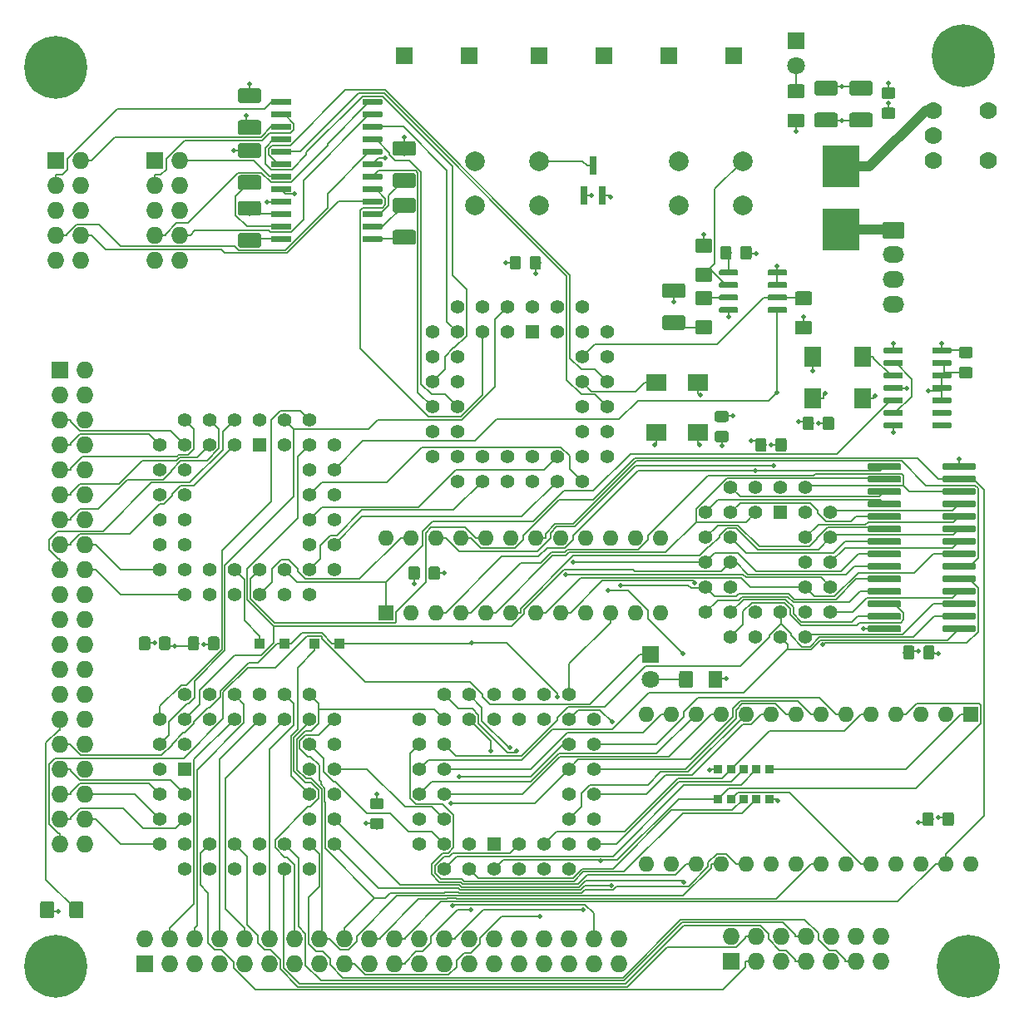
<source format=gbr>
G04 #@! TF.GenerationSoftware,KiCad,Pcbnew,5.1.4-e60b266~84~ubuntu18.04.1*
G04 #@! TF.CreationDate,2019-10-27T20:46:02+00:00*
G04 #@! TF.ProjectId,pluto,706c7574-6f2e-46b6-9963-61645f706362,rev?*
G04 #@! TF.SameCoordinates,Original*
G04 #@! TF.FileFunction,Copper,L1,Top*
G04 #@! TF.FilePolarity,Positive*
%FSLAX46Y46*%
G04 Gerber Fmt 4.6, Leading zero omitted, Abs format (unit mm)*
G04 Created by KiCad (PCBNEW 5.1.4-e60b266~84~ubuntu18.04.1) date 2019-10-27 20:46:02*
%MOMM*%
%LPD*%
G04 APERTURE LIST*
%ADD10R,1.422400X1.422400*%
%ADD11C,1.422400*%
%ADD12R,1.800000X1.800000*%
%ADD13C,1.800000*%
%ADD14C,1.778000*%
%ADD15C,0.100000*%
%ADD16C,1.700000*%
%ADD17O,2.200000X1.700000*%
%ADD18O,1.727200X1.727200*%
%ADD19R,1.727200X1.727200*%
%ADD20C,6.400000*%
%ADD21C,2.000000*%
%ADD22O,1.600000X1.600000*%
%ADD23R,1.600000X1.600000*%
%ADD24R,1.700000X1.700000*%
%ADD25C,1.500000*%
%ADD26R,0.800000X1.900000*%
%ADD27C,1.425000*%
%ADD28C,0.600000*%
%ADD29R,1.800000X2.000000*%
%ADD30R,2.000000X1.800000*%
%ADD31R,0.900000X0.900000*%
%ADD32C,1.150000*%
%ADD33R,3.810000X4.240000*%
%ADD34C,0.650000*%
%ADD35R,1.000000X1.000000*%
%ADD36C,0.500000*%
%ADD37C,0.150000*%
%ADD38C,1.000000*%
G04 APERTURE END LIST*
D10*
X71501000Y-116332000D03*
D11*
X71501000Y-118872000D03*
X71501000Y-121412000D03*
X71501000Y-113792000D03*
X71501000Y-111252000D03*
X68961000Y-118872000D03*
X68961000Y-121412000D03*
X68961000Y-123952000D03*
X68961000Y-116332000D03*
X68961000Y-113792000D03*
X71501000Y-123952000D03*
X74041000Y-123952000D03*
X76581000Y-123952000D03*
X79121000Y-123952000D03*
X81661000Y-123952000D03*
X71501000Y-126492000D03*
X74041000Y-126492000D03*
X76581000Y-126492000D03*
X79121000Y-126492000D03*
X81661000Y-126492000D03*
X84201000Y-126492000D03*
X84201000Y-123952000D03*
X84201000Y-121412000D03*
X84201000Y-118872000D03*
X84201000Y-116332000D03*
X84201000Y-113792000D03*
X84201000Y-108712000D03*
X86741000Y-123952000D03*
X86741000Y-121412000D03*
X86741000Y-118872000D03*
X86741000Y-116332000D03*
X86741000Y-113792000D03*
X86741000Y-111252000D03*
X84201000Y-111252000D03*
X81661000Y-111252000D03*
X79121000Y-111252000D03*
X76581000Y-111252000D03*
X74041000Y-111252000D03*
X68961000Y-111252000D03*
X81661000Y-108712000D03*
X79121000Y-108712000D03*
X76581000Y-108712000D03*
X74041000Y-108712000D03*
X71501000Y-108712000D03*
X86741000Y-83312000D03*
X86741000Y-85852000D03*
X86741000Y-88392000D03*
X86741000Y-90932000D03*
X86741000Y-93472000D03*
X84201000Y-80772000D03*
X84201000Y-85852000D03*
X84201000Y-88392000D03*
X84201000Y-90932000D03*
X84201000Y-93472000D03*
X84201000Y-96012000D03*
X84201000Y-98552000D03*
X81661000Y-98552000D03*
X79121000Y-98552000D03*
X76581000Y-98552000D03*
X74041000Y-98552000D03*
X71501000Y-98552000D03*
X86741000Y-96012000D03*
X81661000Y-96012000D03*
X79121000Y-96012000D03*
X76581000Y-96012000D03*
X74041000Y-96012000D03*
X71501000Y-96012000D03*
X68961000Y-96012000D03*
X68961000Y-93472000D03*
X68961000Y-90932000D03*
X68961000Y-88392000D03*
X68961000Y-85852000D03*
X68961000Y-83312000D03*
X71501000Y-93472000D03*
X71501000Y-90932000D03*
X71501000Y-88392000D03*
X71501000Y-85852000D03*
X71501000Y-83312000D03*
X81661000Y-80772000D03*
X79121000Y-80772000D03*
X71501000Y-80772000D03*
X74041000Y-80772000D03*
X76581000Y-80772000D03*
X84201000Y-83312000D03*
X81661000Y-83312000D03*
X74041000Y-83312000D03*
X76581000Y-83312000D03*
D10*
X79121000Y-83312000D03*
D12*
X118948000Y-104648000D03*
D13*
X118948000Y-107188000D03*
D12*
X133731000Y-42164000D03*
D13*
X133731000Y-44704000D03*
D14*
X153289000Y-54356000D03*
X153289000Y-49276000D03*
X147701000Y-54356000D03*
X147701000Y-51816000D03*
X147701000Y-49276000D03*
D15*
G36*
X144511504Y-60619204D02*
G01*
X144535773Y-60622804D01*
X144559571Y-60628765D01*
X144582671Y-60637030D01*
X144604849Y-60647520D01*
X144625893Y-60660133D01*
X144645598Y-60674747D01*
X144663777Y-60691223D01*
X144680253Y-60709402D01*
X144694867Y-60729107D01*
X144707480Y-60750151D01*
X144717970Y-60772329D01*
X144726235Y-60795429D01*
X144732196Y-60819227D01*
X144735796Y-60843496D01*
X144737000Y-60868000D01*
X144737000Y-62068000D01*
X144735796Y-62092504D01*
X144732196Y-62116773D01*
X144726235Y-62140571D01*
X144717970Y-62163671D01*
X144707480Y-62185849D01*
X144694867Y-62206893D01*
X144680253Y-62226598D01*
X144663777Y-62244777D01*
X144645598Y-62261253D01*
X144625893Y-62275867D01*
X144604849Y-62288480D01*
X144582671Y-62298970D01*
X144559571Y-62307235D01*
X144535773Y-62313196D01*
X144511504Y-62316796D01*
X144487000Y-62318000D01*
X142787000Y-62318000D01*
X142762496Y-62316796D01*
X142738227Y-62313196D01*
X142714429Y-62307235D01*
X142691329Y-62298970D01*
X142669151Y-62288480D01*
X142648107Y-62275867D01*
X142628402Y-62261253D01*
X142610223Y-62244777D01*
X142593747Y-62226598D01*
X142579133Y-62206893D01*
X142566520Y-62185849D01*
X142556030Y-62163671D01*
X142547765Y-62140571D01*
X142541804Y-62116773D01*
X142538204Y-62092504D01*
X142537000Y-62068000D01*
X142537000Y-60868000D01*
X142538204Y-60843496D01*
X142541804Y-60819227D01*
X142547765Y-60795429D01*
X142556030Y-60772329D01*
X142566520Y-60750151D01*
X142579133Y-60729107D01*
X142593747Y-60709402D01*
X142610223Y-60691223D01*
X142628402Y-60674747D01*
X142648107Y-60660133D01*
X142669151Y-60647520D01*
X142691329Y-60637030D01*
X142714429Y-60628765D01*
X142738227Y-60622804D01*
X142762496Y-60619204D01*
X142787000Y-60618000D01*
X144487000Y-60618000D01*
X144511504Y-60619204D01*
X144511504Y-60619204D01*
G37*
D16*
X143637000Y-61468000D03*
D17*
X143637000Y-63968000D03*
X143637000Y-66468000D03*
X143637000Y-68968000D03*
D18*
X70993000Y-64516000D03*
X68453000Y-64516000D03*
X70993000Y-61976000D03*
X68453000Y-61976000D03*
X70993000Y-59436000D03*
X68453000Y-59436000D03*
X70993000Y-56896000D03*
X68453000Y-56896000D03*
X70993000Y-54356000D03*
D19*
X68453000Y-54356000D03*
X58420000Y-54356000D03*
D18*
X60960000Y-54356000D03*
X58420000Y-56896000D03*
X60960000Y-56896000D03*
X58420000Y-59436000D03*
X60960000Y-59436000D03*
X58420000Y-61976000D03*
X60960000Y-61976000D03*
X58420000Y-64516000D03*
X60960000Y-64516000D03*
D19*
X127127000Y-135890000D03*
D18*
X127127000Y-133350000D03*
X129667000Y-135890000D03*
X129667000Y-133350000D03*
X132207000Y-135890000D03*
X132207000Y-133350000D03*
X134747000Y-135890000D03*
X134747000Y-133350000D03*
X137287000Y-135890000D03*
X137287000Y-133350000D03*
X139827000Y-135890000D03*
X139827000Y-133350000D03*
X142367000Y-135890000D03*
X142367000Y-133350000D03*
D20*
X58394600Y-44856400D03*
X150749000Y-43688000D03*
X151257000Y-136398000D03*
X58420000Y-136398000D03*
D19*
X58801000Y-75692000D03*
D18*
X61341000Y-75692000D03*
X58801000Y-78232000D03*
X61341000Y-78232000D03*
X58801000Y-80772000D03*
X61341000Y-80772000D03*
X58801000Y-83312000D03*
X61341000Y-83312000D03*
X58801000Y-85852000D03*
X61341000Y-85852000D03*
X58801000Y-88392000D03*
X61341000Y-88392000D03*
X58801000Y-90932000D03*
X61341000Y-90932000D03*
X58801000Y-93472000D03*
X61341000Y-93472000D03*
X58801000Y-96012000D03*
X61341000Y-96012000D03*
X58801000Y-98552000D03*
X61341000Y-98552000D03*
X58801000Y-101092000D03*
X61341000Y-101092000D03*
X58801000Y-103632000D03*
X61341000Y-103632000D03*
X58801000Y-106172000D03*
X61341000Y-106172000D03*
X58801000Y-108712000D03*
X61341000Y-108712000D03*
X58801000Y-111252000D03*
X61341000Y-111252000D03*
X58801000Y-113792000D03*
X61341000Y-113792000D03*
X58801000Y-116332000D03*
X61341000Y-116332000D03*
X58801000Y-118872000D03*
X61341000Y-118872000D03*
X58801000Y-121412000D03*
X61341000Y-121412000D03*
X58801000Y-123952000D03*
X61341000Y-123952000D03*
D21*
X128293000Y-54428000D03*
X128293000Y-58928000D03*
X121793000Y-54428000D03*
X121793000Y-58928000D03*
X101069000Y-58928000D03*
X101069000Y-54428000D03*
X107569000Y-58928000D03*
X107569000Y-54428000D03*
D11*
X95377000Y-123952000D03*
X95377000Y-121412000D03*
X95377000Y-118872000D03*
X95377000Y-116332000D03*
X95377000Y-113792000D03*
X97917000Y-126492000D03*
X97917000Y-121412000D03*
X97917000Y-118872000D03*
X97917000Y-116332000D03*
X97917000Y-113792000D03*
X97917000Y-111252000D03*
X97917000Y-108712000D03*
X100457000Y-108712000D03*
X102997000Y-108712000D03*
X105537000Y-108712000D03*
X108077000Y-108712000D03*
X110617000Y-108712000D03*
X95377000Y-111252000D03*
X100457000Y-111252000D03*
X102997000Y-111252000D03*
X105537000Y-111252000D03*
X108077000Y-111252000D03*
X110617000Y-111252000D03*
X113157000Y-111252000D03*
X113157000Y-113792000D03*
X113157000Y-116332000D03*
X113157000Y-118872000D03*
X113157000Y-121412000D03*
X113157000Y-123952000D03*
X110617000Y-113792000D03*
X110617000Y-116332000D03*
X110617000Y-118872000D03*
X110617000Y-121412000D03*
X110617000Y-123952000D03*
X100457000Y-126492000D03*
X102997000Y-126492000D03*
X110617000Y-126492000D03*
X108077000Y-126492000D03*
X105537000Y-126492000D03*
X97917000Y-123952000D03*
X100457000Y-123952000D03*
X108077000Y-123952000D03*
X105537000Y-123952000D03*
D10*
X102997000Y-123952000D03*
D22*
X151511000Y-125984000D03*
X118491000Y-110744000D03*
X148971000Y-125984000D03*
X121031000Y-110744000D03*
X146431000Y-125984000D03*
X123571000Y-110744000D03*
X143891000Y-125984000D03*
X126111000Y-110744000D03*
X141351000Y-125984000D03*
X128651000Y-110744000D03*
X138811000Y-125984000D03*
X131191000Y-110744000D03*
X136271000Y-125984000D03*
X133731000Y-110744000D03*
X133731000Y-125984000D03*
X136271000Y-110744000D03*
X131191000Y-125984000D03*
X138811000Y-110744000D03*
X128651000Y-125984000D03*
X141351000Y-110744000D03*
X126111000Y-125984000D03*
X143891000Y-110744000D03*
X123571000Y-125984000D03*
X146431000Y-110744000D03*
X121031000Y-125984000D03*
X148971000Y-110744000D03*
X118491000Y-125984000D03*
D23*
X151511000Y-110744000D03*
X91973400Y-100381000D03*
D22*
X119913400Y-92761000D03*
X94513400Y-100381000D03*
X117373400Y-92761000D03*
X97053400Y-100381000D03*
X114833400Y-92761000D03*
X99593400Y-100381000D03*
X112293400Y-92761000D03*
X102133400Y-100381000D03*
X109753400Y-92761000D03*
X104673400Y-100381000D03*
X107213400Y-92761000D03*
X107213400Y-100381000D03*
X104673400Y-92761000D03*
X109753400Y-100381000D03*
X102133400Y-92761000D03*
X112293400Y-100381000D03*
X99593400Y-92761000D03*
X114833400Y-100381000D03*
X97053400Y-92761000D03*
X117373400Y-100381000D03*
X94513400Y-92761000D03*
X119913400Y-100381000D03*
X91973400Y-92761000D03*
D10*
X106858000Y-71831200D03*
D11*
X104318000Y-71831200D03*
X101778000Y-71831200D03*
X109398000Y-71831200D03*
X111938000Y-71831200D03*
X104318000Y-69291200D03*
X101778000Y-69291200D03*
X99238000Y-69291200D03*
X106858000Y-69291200D03*
X109398000Y-69291200D03*
X99238000Y-71831200D03*
X99238000Y-74371200D03*
X99238000Y-76911200D03*
X99238000Y-79451200D03*
X99238000Y-81991200D03*
X96698000Y-71831200D03*
X96698000Y-74371200D03*
X96698000Y-76911200D03*
X96698000Y-79451200D03*
X96698000Y-81991200D03*
X96698000Y-84531200D03*
X99238000Y-84531200D03*
X101778000Y-84531200D03*
X104318000Y-84531200D03*
X106858000Y-84531200D03*
X109398000Y-84531200D03*
X114478000Y-84531200D03*
X99238000Y-87071200D03*
X101778000Y-87071200D03*
X104318000Y-87071200D03*
X106858000Y-87071200D03*
X109398000Y-87071200D03*
X111938000Y-87071200D03*
X111938000Y-84531200D03*
X111938000Y-81991200D03*
X111938000Y-79451200D03*
X111938000Y-76911200D03*
X111938000Y-74371200D03*
X111938000Y-69291200D03*
X114478000Y-81991200D03*
X114478000Y-79451200D03*
X114478000Y-76911200D03*
X114478000Y-74371200D03*
X114478000Y-71831200D03*
D24*
X127381000Y-43688000D03*
X120777000Y-43688000D03*
X114173000Y-43688000D03*
X107569000Y-43688000D03*
X100457000Y-43688000D03*
X93853000Y-43688000D03*
D11*
X134706300Y-90198600D03*
X132166300Y-87658600D03*
X134706300Y-87658600D03*
X134706300Y-92738600D03*
X134706300Y-95278600D03*
X134706300Y-97818600D03*
X134706300Y-100358600D03*
X134706300Y-102898600D03*
X132166300Y-102898600D03*
X137246300Y-90198600D03*
X137246300Y-92738600D03*
X137246300Y-95278600D03*
X137246300Y-97818600D03*
X137246300Y-100358600D03*
X132166300Y-100358600D03*
X129626300Y-100358600D03*
X127086300Y-100358600D03*
X124546300Y-100358600D03*
X124546300Y-97818600D03*
X124546300Y-95278600D03*
X124546300Y-92738600D03*
X129626300Y-102898600D03*
X127086300Y-102898600D03*
X127086300Y-97818600D03*
X127086300Y-95278600D03*
X127086300Y-92738600D03*
X127086300Y-90198600D03*
X127086300Y-87658600D03*
X129626300Y-87658600D03*
X124546300Y-90198600D03*
X129626300Y-90198600D03*
D10*
X132166300Y-90198600D03*
D19*
X67437000Y-136144000D03*
D18*
X67437000Y-133604000D03*
X69977000Y-136144000D03*
X69977000Y-133604000D03*
X72517000Y-136144000D03*
X72517000Y-133604000D03*
X75057000Y-136144000D03*
X75057000Y-133604000D03*
X77597000Y-136144000D03*
X77597000Y-133604000D03*
X80137000Y-136144000D03*
X80137000Y-133604000D03*
X82677000Y-136144000D03*
X82677000Y-133604000D03*
X85217000Y-136144000D03*
X85217000Y-133604000D03*
X87757000Y-136144000D03*
X87757000Y-133604000D03*
X90297000Y-136144000D03*
X90297000Y-133604000D03*
X92837000Y-136144000D03*
X92837000Y-133604000D03*
X95377000Y-136144000D03*
X95377000Y-133604000D03*
X97917000Y-136144000D03*
X97917000Y-133604000D03*
X100457000Y-136144000D03*
X100457000Y-133604000D03*
X102997000Y-136144000D03*
X102997000Y-133604000D03*
X105537000Y-136144000D03*
X105537000Y-133604000D03*
X108077000Y-136144000D03*
X108077000Y-133604000D03*
X110617000Y-136144000D03*
X110617000Y-133604000D03*
X113157000Y-136144000D03*
X113157000Y-133604000D03*
X115697000Y-136144000D03*
X115697000Y-133604000D03*
D15*
G36*
X79054504Y-52591204D02*
G01*
X79078773Y-52594804D01*
X79102571Y-52600765D01*
X79125671Y-52609030D01*
X79147849Y-52619520D01*
X79168893Y-52632133D01*
X79188598Y-52646747D01*
X79206777Y-52663223D01*
X79223253Y-52681402D01*
X79237867Y-52701107D01*
X79250480Y-52722151D01*
X79260970Y-52744329D01*
X79269235Y-52767429D01*
X79275196Y-52791227D01*
X79278796Y-52815496D01*
X79280000Y-52840000D01*
X79280000Y-53840000D01*
X79278796Y-53864504D01*
X79275196Y-53888773D01*
X79269235Y-53912571D01*
X79260970Y-53935671D01*
X79250480Y-53957849D01*
X79237867Y-53978893D01*
X79223253Y-53998598D01*
X79206777Y-54016777D01*
X79188598Y-54033253D01*
X79168893Y-54047867D01*
X79147849Y-54060480D01*
X79125671Y-54070970D01*
X79102571Y-54079235D01*
X79078773Y-54085196D01*
X79054504Y-54088796D01*
X79030000Y-54090000D01*
X77180000Y-54090000D01*
X77155496Y-54088796D01*
X77131227Y-54085196D01*
X77107429Y-54079235D01*
X77084329Y-54070970D01*
X77062151Y-54060480D01*
X77041107Y-54047867D01*
X77021402Y-54033253D01*
X77003223Y-54016777D01*
X76986747Y-53998598D01*
X76972133Y-53978893D01*
X76959520Y-53957849D01*
X76949030Y-53935671D01*
X76940765Y-53912571D01*
X76934804Y-53888773D01*
X76931204Y-53864504D01*
X76930000Y-53840000D01*
X76930000Y-52840000D01*
X76931204Y-52815496D01*
X76934804Y-52791227D01*
X76940765Y-52767429D01*
X76949030Y-52744329D01*
X76959520Y-52722151D01*
X76972133Y-52701107D01*
X76986747Y-52681402D01*
X77003223Y-52663223D01*
X77021402Y-52646747D01*
X77041107Y-52632133D01*
X77062151Y-52619520D01*
X77084329Y-52609030D01*
X77107429Y-52600765D01*
X77131227Y-52594804D01*
X77155496Y-52591204D01*
X77180000Y-52590000D01*
X79030000Y-52590000D01*
X79054504Y-52591204D01*
X79054504Y-52591204D01*
G37*
D25*
X78105000Y-53340000D03*
D15*
G36*
X79054504Y-55841204D02*
G01*
X79078773Y-55844804D01*
X79102571Y-55850765D01*
X79125671Y-55859030D01*
X79147849Y-55869520D01*
X79168893Y-55882133D01*
X79188598Y-55896747D01*
X79206777Y-55913223D01*
X79223253Y-55931402D01*
X79237867Y-55951107D01*
X79250480Y-55972151D01*
X79260970Y-55994329D01*
X79269235Y-56017429D01*
X79275196Y-56041227D01*
X79278796Y-56065496D01*
X79280000Y-56090000D01*
X79280000Y-57090000D01*
X79278796Y-57114504D01*
X79275196Y-57138773D01*
X79269235Y-57162571D01*
X79260970Y-57185671D01*
X79250480Y-57207849D01*
X79237867Y-57228893D01*
X79223253Y-57248598D01*
X79206777Y-57266777D01*
X79188598Y-57283253D01*
X79168893Y-57297867D01*
X79147849Y-57310480D01*
X79125671Y-57320970D01*
X79102571Y-57329235D01*
X79078773Y-57335196D01*
X79054504Y-57338796D01*
X79030000Y-57340000D01*
X77180000Y-57340000D01*
X77155496Y-57338796D01*
X77131227Y-57335196D01*
X77107429Y-57329235D01*
X77084329Y-57320970D01*
X77062151Y-57310480D01*
X77041107Y-57297867D01*
X77021402Y-57283253D01*
X77003223Y-57266777D01*
X76986747Y-57248598D01*
X76972133Y-57228893D01*
X76959520Y-57207849D01*
X76949030Y-57185671D01*
X76940765Y-57162571D01*
X76934804Y-57138773D01*
X76931204Y-57114504D01*
X76930000Y-57090000D01*
X76930000Y-56090000D01*
X76931204Y-56065496D01*
X76934804Y-56041227D01*
X76940765Y-56017429D01*
X76949030Y-55994329D01*
X76959520Y-55972151D01*
X76972133Y-55951107D01*
X76986747Y-55931402D01*
X77003223Y-55913223D01*
X77021402Y-55896747D01*
X77041107Y-55882133D01*
X77062151Y-55869520D01*
X77084329Y-55859030D01*
X77107429Y-55850765D01*
X77131227Y-55844804D01*
X77155496Y-55841204D01*
X77180000Y-55840000D01*
X79030000Y-55840000D01*
X79054504Y-55841204D01*
X79054504Y-55841204D01*
G37*
D25*
X78105000Y-56590000D03*
D15*
G36*
X94802504Y-52389204D02*
G01*
X94826773Y-52392804D01*
X94850571Y-52398765D01*
X94873671Y-52407030D01*
X94895849Y-52417520D01*
X94916893Y-52430133D01*
X94936598Y-52444747D01*
X94954777Y-52461223D01*
X94971253Y-52479402D01*
X94985867Y-52499107D01*
X94998480Y-52520151D01*
X95008970Y-52542329D01*
X95017235Y-52565429D01*
X95023196Y-52589227D01*
X95026796Y-52613496D01*
X95028000Y-52638000D01*
X95028000Y-53638000D01*
X95026796Y-53662504D01*
X95023196Y-53686773D01*
X95017235Y-53710571D01*
X95008970Y-53733671D01*
X94998480Y-53755849D01*
X94985867Y-53776893D01*
X94971253Y-53796598D01*
X94954777Y-53814777D01*
X94936598Y-53831253D01*
X94916893Y-53845867D01*
X94895849Y-53858480D01*
X94873671Y-53868970D01*
X94850571Y-53877235D01*
X94826773Y-53883196D01*
X94802504Y-53886796D01*
X94778000Y-53888000D01*
X92928000Y-53888000D01*
X92903496Y-53886796D01*
X92879227Y-53883196D01*
X92855429Y-53877235D01*
X92832329Y-53868970D01*
X92810151Y-53858480D01*
X92789107Y-53845867D01*
X92769402Y-53831253D01*
X92751223Y-53814777D01*
X92734747Y-53796598D01*
X92720133Y-53776893D01*
X92707520Y-53755849D01*
X92697030Y-53733671D01*
X92688765Y-53710571D01*
X92682804Y-53686773D01*
X92679204Y-53662504D01*
X92678000Y-53638000D01*
X92678000Y-52638000D01*
X92679204Y-52613496D01*
X92682804Y-52589227D01*
X92688765Y-52565429D01*
X92697030Y-52542329D01*
X92707520Y-52520151D01*
X92720133Y-52499107D01*
X92734747Y-52479402D01*
X92751223Y-52461223D01*
X92769402Y-52444747D01*
X92789107Y-52430133D01*
X92810151Y-52417520D01*
X92832329Y-52407030D01*
X92855429Y-52398765D01*
X92879227Y-52392804D01*
X92903496Y-52389204D01*
X92928000Y-52388000D01*
X94778000Y-52388000D01*
X94802504Y-52389204D01*
X94802504Y-52389204D01*
G37*
D25*
X93853000Y-53138000D03*
D15*
G36*
X94802504Y-55639204D02*
G01*
X94826773Y-55642804D01*
X94850571Y-55648765D01*
X94873671Y-55657030D01*
X94895849Y-55667520D01*
X94916893Y-55680133D01*
X94936598Y-55694747D01*
X94954777Y-55711223D01*
X94971253Y-55729402D01*
X94985867Y-55749107D01*
X94998480Y-55770151D01*
X95008970Y-55792329D01*
X95017235Y-55815429D01*
X95023196Y-55839227D01*
X95026796Y-55863496D01*
X95028000Y-55888000D01*
X95028000Y-56888000D01*
X95026796Y-56912504D01*
X95023196Y-56936773D01*
X95017235Y-56960571D01*
X95008970Y-56983671D01*
X94998480Y-57005849D01*
X94985867Y-57026893D01*
X94971253Y-57046598D01*
X94954777Y-57064777D01*
X94936598Y-57081253D01*
X94916893Y-57095867D01*
X94895849Y-57108480D01*
X94873671Y-57118970D01*
X94850571Y-57127235D01*
X94826773Y-57133196D01*
X94802504Y-57136796D01*
X94778000Y-57138000D01*
X92928000Y-57138000D01*
X92903496Y-57136796D01*
X92879227Y-57133196D01*
X92855429Y-57127235D01*
X92832329Y-57118970D01*
X92810151Y-57108480D01*
X92789107Y-57095867D01*
X92769402Y-57081253D01*
X92751223Y-57064777D01*
X92734747Y-57046598D01*
X92720133Y-57026893D01*
X92707520Y-57005849D01*
X92697030Y-56983671D01*
X92688765Y-56960571D01*
X92682804Y-56936773D01*
X92679204Y-56912504D01*
X92678000Y-56888000D01*
X92678000Y-55888000D01*
X92679204Y-55863496D01*
X92682804Y-55839227D01*
X92688765Y-55815429D01*
X92697030Y-55792329D01*
X92707520Y-55770151D01*
X92720133Y-55749107D01*
X92734747Y-55729402D01*
X92751223Y-55711223D01*
X92769402Y-55694747D01*
X92789107Y-55680133D01*
X92810151Y-55667520D01*
X92832329Y-55657030D01*
X92855429Y-55648765D01*
X92879227Y-55642804D01*
X92903496Y-55639204D01*
X92928000Y-55638000D01*
X94778000Y-55638000D01*
X94802504Y-55639204D01*
X94802504Y-55639204D01*
G37*
D25*
X93853000Y-56388000D03*
D15*
G36*
X79054504Y-47003204D02*
G01*
X79078773Y-47006804D01*
X79102571Y-47012765D01*
X79125671Y-47021030D01*
X79147849Y-47031520D01*
X79168893Y-47044133D01*
X79188598Y-47058747D01*
X79206777Y-47075223D01*
X79223253Y-47093402D01*
X79237867Y-47113107D01*
X79250480Y-47134151D01*
X79260970Y-47156329D01*
X79269235Y-47179429D01*
X79275196Y-47203227D01*
X79278796Y-47227496D01*
X79280000Y-47252000D01*
X79280000Y-48252000D01*
X79278796Y-48276504D01*
X79275196Y-48300773D01*
X79269235Y-48324571D01*
X79260970Y-48347671D01*
X79250480Y-48369849D01*
X79237867Y-48390893D01*
X79223253Y-48410598D01*
X79206777Y-48428777D01*
X79188598Y-48445253D01*
X79168893Y-48459867D01*
X79147849Y-48472480D01*
X79125671Y-48482970D01*
X79102571Y-48491235D01*
X79078773Y-48497196D01*
X79054504Y-48500796D01*
X79030000Y-48502000D01*
X77180000Y-48502000D01*
X77155496Y-48500796D01*
X77131227Y-48497196D01*
X77107429Y-48491235D01*
X77084329Y-48482970D01*
X77062151Y-48472480D01*
X77041107Y-48459867D01*
X77021402Y-48445253D01*
X77003223Y-48428777D01*
X76986747Y-48410598D01*
X76972133Y-48390893D01*
X76959520Y-48369849D01*
X76949030Y-48347671D01*
X76940765Y-48324571D01*
X76934804Y-48300773D01*
X76931204Y-48276504D01*
X76930000Y-48252000D01*
X76930000Y-47252000D01*
X76931204Y-47227496D01*
X76934804Y-47203227D01*
X76940765Y-47179429D01*
X76949030Y-47156329D01*
X76959520Y-47134151D01*
X76972133Y-47113107D01*
X76986747Y-47093402D01*
X77003223Y-47075223D01*
X77021402Y-47058747D01*
X77041107Y-47044133D01*
X77062151Y-47031520D01*
X77084329Y-47021030D01*
X77107429Y-47012765D01*
X77131227Y-47006804D01*
X77155496Y-47003204D01*
X77180000Y-47002000D01*
X79030000Y-47002000D01*
X79054504Y-47003204D01*
X79054504Y-47003204D01*
G37*
D25*
X78105000Y-47752000D03*
D15*
G36*
X79054504Y-50253204D02*
G01*
X79078773Y-50256804D01*
X79102571Y-50262765D01*
X79125671Y-50271030D01*
X79147849Y-50281520D01*
X79168893Y-50294133D01*
X79188598Y-50308747D01*
X79206777Y-50325223D01*
X79223253Y-50343402D01*
X79237867Y-50363107D01*
X79250480Y-50384151D01*
X79260970Y-50406329D01*
X79269235Y-50429429D01*
X79275196Y-50453227D01*
X79278796Y-50477496D01*
X79280000Y-50502000D01*
X79280000Y-51502000D01*
X79278796Y-51526504D01*
X79275196Y-51550773D01*
X79269235Y-51574571D01*
X79260970Y-51597671D01*
X79250480Y-51619849D01*
X79237867Y-51640893D01*
X79223253Y-51660598D01*
X79206777Y-51678777D01*
X79188598Y-51695253D01*
X79168893Y-51709867D01*
X79147849Y-51722480D01*
X79125671Y-51732970D01*
X79102571Y-51741235D01*
X79078773Y-51747196D01*
X79054504Y-51750796D01*
X79030000Y-51752000D01*
X77180000Y-51752000D01*
X77155496Y-51750796D01*
X77131227Y-51747196D01*
X77107429Y-51741235D01*
X77084329Y-51732970D01*
X77062151Y-51722480D01*
X77041107Y-51709867D01*
X77021402Y-51695253D01*
X77003223Y-51678777D01*
X76986747Y-51660598D01*
X76972133Y-51640893D01*
X76959520Y-51619849D01*
X76949030Y-51597671D01*
X76940765Y-51574571D01*
X76934804Y-51550773D01*
X76931204Y-51526504D01*
X76930000Y-51502000D01*
X76930000Y-50502000D01*
X76931204Y-50477496D01*
X76934804Y-50453227D01*
X76940765Y-50429429D01*
X76949030Y-50406329D01*
X76959520Y-50384151D01*
X76972133Y-50363107D01*
X76986747Y-50343402D01*
X77003223Y-50325223D01*
X77021402Y-50308747D01*
X77041107Y-50294133D01*
X77062151Y-50281520D01*
X77084329Y-50271030D01*
X77107429Y-50262765D01*
X77131227Y-50256804D01*
X77155496Y-50253204D01*
X77180000Y-50252000D01*
X79030000Y-50252000D01*
X79054504Y-50253204D01*
X79054504Y-50253204D01*
G37*
D25*
X78105000Y-51002000D03*
D15*
G36*
X79054504Y-58485204D02*
G01*
X79078773Y-58488804D01*
X79102571Y-58494765D01*
X79125671Y-58503030D01*
X79147849Y-58513520D01*
X79168893Y-58526133D01*
X79188598Y-58540747D01*
X79206777Y-58557223D01*
X79223253Y-58575402D01*
X79237867Y-58595107D01*
X79250480Y-58616151D01*
X79260970Y-58638329D01*
X79269235Y-58661429D01*
X79275196Y-58685227D01*
X79278796Y-58709496D01*
X79280000Y-58734000D01*
X79280000Y-59734000D01*
X79278796Y-59758504D01*
X79275196Y-59782773D01*
X79269235Y-59806571D01*
X79260970Y-59829671D01*
X79250480Y-59851849D01*
X79237867Y-59872893D01*
X79223253Y-59892598D01*
X79206777Y-59910777D01*
X79188598Y-59927253D01*
X79168893Y-59941867D01*
X79147849Y-59954480D01*
X79125671Y-59964970D01*
X79102571Y-59973235D01*
X79078773Y-59979196D01*
X79054504Y-59982796D01*
X79030000Y-59984000D01*
X77180000Y-59984000D01*
X77155496Y-59982796D01*
X77131227Y-59979196D01*
X77107429Y-59973235D01*
X77084329Y-59964970D01*
X77062151Y-59954480D01*
X77041107Y-59941867D01*
X77021402Y-59927253D01*
X77003223Y-59910777D01*
X76986747Y-59892598D01*
X76972133Y-59872893D01*
X76959520Y-59851849D01*
X76949030Y-59829671D01*
X76940765Y-59806571D01*
X76934804Y-59782773D01*
X76931204Y-59758504D01*
X76930000Y-59734000D01*
X76930000Y-58734000D01*
X76931204Y-58709496D01*
X76934804Y-58685227D01*
X76940765Y-58661429D01*
X76949030Y-58638329D01*
X76959520Y-58616151D01*
X76972133Y-58595107D01*
X76986747Y-58575402D01*
X77003223Y-58557223D01*
X77021402Y-58540747D01*
X77041107Y-58526133D01*
X77062151Y-58513520D01*
X77084329Y-58503030D01*
X77107429Y-58494765D01*
X77131227Y-58488804D01*
X77155496Y-58485204D01*
X77180000Y-58484000D01*
X79030000Y-58484000D01*
X79054504Y-58485204D01*
X79054504Y-58485204D01*
G37*
D25*
X78105000Y-59234000D03*
D15*
G36*
X79054504Y-61735204D02*
G01*
X79078773Y-61738804D01*
X79102571Y-61744765D01*
X79125671Y-61753030D01*
X79147849Y-61763520D01*
X79168893Y-61776133D01*
X79188598Y-61790747D01*
X79206777Y-61807223D01*
X79223253Y-61825402D01*
X79237867Y-61845107D01*
X79250480Y-61866151D01*
X79260970Y-61888329D01*
X79269235Y-61911429D01*
X79275196Y-61935227D01*
X79278796Y-61959496D01*
X79280000Y-61984000D01*
X79280000Y-62984000D01*
X79278796Y-63008504D01*
X79275196Y-63032773D01*
X79269235Y-63056571D01*
X79260970Y-63079671D01*
X79250480Y-63101849D01*
X79237867Y-63122893D01*
X79223253Y-63142598D01*
X79206777Y-63160777D01*
X79188598Y-63177253D01*
X79168893Y-63191867D01*
X79147849Y-63204480D01*
X79125671Y-63214970D01*
X79102571Y-63223235D01*
X79078773Y-63229196D01*
X79054504Y-63232796D01*
X79030000Y-63234000D01*
X77180000Y-63234000D01*
X77155496Y-63232796D01*
X77131227Y-63229196D01*
X77107429Y-63223235D01*
X77084329Y-63214970D01*
X77062151Y-63204480D01*
X77041107Y-63191867D01*
X77021402Y-63177253D01*
X77003223Y-63160777D01*
X76986747Y-63142598D01*
X76972133Y-63122893D01*
X76959520Y-63101849D01*
X76949030Y-63079671D01*
X76940765Y-63056571D01*
X76934804Y-63032773D01*
X76931204Y-63008504D01*
X76930000Y-62984000D01*
X76930000Y-61984000D01*
X76931204Y-61959496D01*
X76934804Y-61935227D01*
X76940765Y-61911429D01*
X76949030Y-61888329D01*
X76959520Y-61866151D01*
X76972133Y-61845107D01*
X76986747Y-61825402D01*
X77003223Y-61807223D01*
X77021402Y-61790747D01*
X77041107Y-61776133D01*
X77062151Y-61763520D01*
X77084329Y-61753030D01*
X77107429Y-61744765D01*
X77131227Y-61738804D01*
X77155496Y-61735204D01*
X77180000Y-61734000D01*
X79030000Y-61734000D01*
X79054504Y-61735204D01*
X79054504Y-61735204D01*
G37*
D25*
X78105000Y-62484000D03*
D15*
G36*
X94802504Y-61429204D02*
G01*
X94826773Y-61432804D01*
X94850571Y-61438765D01*
X94873671Y-61447030D01*
X94895849Y-61457520D01*
X94916893Y-61470133D01*
X94936598Y-61484747D01*
X94954777Y-61501223D01*
X94971253Y-61519402D01*
X94985867Y-61539107D01*
X94998480Y-61560151D01*
X95008970Y-61582329D01*
X95017235Y-61605429D01*
X95023196Y-61629227D01*
X95026796Y-61653496D01*
X95028000Y-61678000D01*
X95028000Y-62678000D01*
X95026796Y-62702504D01*
X95023196Y-62726773D01*
X95017235Y-62750571D01*
X95008970Y-62773671D01*
X94998480Y-62795849D01*
X94985867Y-62816893D01*
X94971253Y-62836598D01*
X94954777Y-62854777D01*
X94936598Y-62871253D01*
X94916893Y-62885867D01*
X94895849Y-62898480D01*
X94873671Y-62908970D01*
X94850571Y-62917235D01*
X94826773Y-62923196D01*
X94802504Y-62926796D01*
X94778000Y-62928000D01*
X92928000Y-62928000D01*
X92903496Y-62926796D01*
X92879227Y-62923196D01*
X92855429Y-62917235D01*
X92832329Y-62908970D01*
X92810151Y-62898480D01*
X92789107Y-62885867D01*
X92769402Y-62871253D01*
X92751223Y-62854777D01*
X92734747Y-62836598D01*
X92720133Y-62816893D01*
X92707520Y-62795849D01*
X92697030Y-62773671D01*
X92688765Y-62750571D01*
X92682804Y-62726773D01*
X92679204Y-62702504D01*
X92678000Y-62678000D01*
X92678000Y-61678000D01*
X92679204Y-61653496D01*
X92682804Y-61629227D01*
X92688765Y-61605429D01*
X92697030Y-61582329D01*
X92707520Y-61560151D01*
X92720133Y-61539107D01*
X92734747Y-61519402D01*
X92751223Y-61501223D01*
X92769402Y-61484747D01*
X92789107Y-61470133D01*
X92810151Y-61457520D01*
X92832329Y-61447030D01*
X92855429Y-61438765D01*
X92879227Y-61432804D01*
X92903496Y-61429204D01*
X92928000Y-61428000D01*
X94778000Y-61428000D01*
X94802504Y-61429204D01*
X94802504Y-61429204D01*
G37*
D25*
X93853000Y-62178000D03*
D15*
G36*
X94802504Y-58179204D02*
G01*
X94826773Y-58182804D01*
X94850571Y-58188765D01*
X94873671Y-58197030D01*
X94895849Y-58207520D01*
X94916893Y-58220133D01*
X94936598Y-58234747D01*
X94954777Y-58251223D01*
X94971253Y-58269402D01*
X94985867Y-58289107D01*
X94998480Y-58310151D01*
X95008970Y-58332329D01*
X95017235Y-58355429D01*
X95023196Y-58379227D01*
X95026796Y-58403496D01*
X95028000Y-58428000D01*
X95028000Y-59428000D01*
X95026796Y-59452504D01*
X95023196Y-59476773D01*
X95017235Y-59500571D01*
X95008970Y-59523671D01*
X94998480Y-59545849D01*
X94985867Y-59566893D01*
X94971253Y-59586598D01*
X94954777Y-59604777D01*
X94936598Y-59621253D01*
X94916893Y-59635867D01*
X94895849Y-59648480D01*
X94873671Y-59658970D01*
X94850571Y-59667235D01*
X94826773Y-59673196D01*
X94802504Y-59676796D01*
X94778000Y-59678000D01*
X92928000Y-59678000D01*
X92903496Y-59676796D01*
X92879227Y-59673196D01*
X92855429Y-59667235D01*
X92832329Y-59658970D01*
X92810151Y-59648480D01*
X92789107Y-59635867D01*
X92769402Y-59621253D01*
X92751223Y-59604777D01*
X92734747Y-59586598D01*
X92720133Y-59566893D01*
X92707520Y-59545849D01*
X92697030Y-59523671D01*
X92688765Y-59500571D01*
X92682804Y-59476773D01*
X92679204Y-59452504D01*
X92678000Y-59428000D01*
X92678000Y-58428000D01*
X92679204Y-58403496D01*
X92682804Y-58379227D01*
X92688765Y-58355429D01*
X92697030Y-58332329D01*
X92707520Y-58310151D01*
X92720133Y-58289107D01*
X92734747Y-58269402D01*
X92751223Y-58251223D01*
X92769402Y-58234747D01*
X92789107Y-58220133D01*
X92810151Y-58207520D01*
X92832329Y-58197030D01*
X92855429Y-58188765D01*
X92879227Y-58182804D01*
X92903496Y-58179204D01*
X92928000Y-58178000D01*
X94778000Y-58178000D01*
X94802504Y-58179204D01*
X94802504Y-58179204D01*
G37*
D25*
X93853000Y-58928000D03*
D26*
X112141000Y-57912000D03*
X114041000Y-57912000D03*
X113091000Y-54912000D03*
D15*
G36*
X134380504Y-46605704D02*
G01*
X134404773Y-46609304D01*
X134428571Y-46615265D01*
X134451671Y-46623530D01*
X134473849Y-46634020D01*
X134494893Y-46646633D01*
X134514598Y-46661247D01*
X134532777Y-46677723D01*
X134549253Y-46695902D01*
X134563867Y-46715607D01*
X134576480Y-46736651D01*
X134586970Y-46758829D01*
X134595235Y-46781929D01*
X134601196Y-46805727D01*
X134604796Y-46829996D01*
X134606000Y-46854500D01*
X134606000Y-47779500D01*
X134604796Y-47804004D01*
X134601196Y-47828273D01*
X134595235Y-47852071D01*
X134586970Y-47875171D01*
X134576480Y-47897349D01*
X134563867Y-47918393D01*
X134549253Y-47938098D01*
X134532777Y-47956277D01*
X134514598Y-47972753D01*
X134494893Y-47987367D01*
X134473849Y-47999980D01*
X134451671Y-48010470D01*
X134428571Y-48018735D01*
X134404773Y-48024696D01*
X134380504Y-48028296D01*
X134356000Y-48029500D01*
X133106000Y-48029500D01*
X133081496Y-48028296D01*
X133057227Y-48024696D01*
X133033429Y-48018735D01*
X133010329Y-48010470D01*
X132988151Y-47999980D01*
X132967107Y-47987367D01*
X132947402Y-47972753D01*
X132929223Y-47956277D01*
X132912747Y-47938098D01*
X132898133Y-47918393D01*
X132885520Y-47897349D01*
X132875030Y-47875171D01*
X132866765Y-47852071D01*
X132860804Y-47828273D01*
X132857204Y-47804004D01*
X132856000Y-47779500D01*
X132856000Y-46854500D01*
X132857204Y-46829996D01*
X132860804Y-46805727D01*
X132866765Y-46781929D01*
X132875030Y-46758829D01*
X132885520Y-46736651D01*
X132898133Y-46715607D01*
X132912747Y-46695902D01*
X132929223Y-46677723D01*
X132947402Y-46661247D01*
X132967107Y-46646633D01*
X132988151Y-46634020D01*
X133010329Y-46623530D01*
X133033429Y-46615265D01*
X133057227Y-46609304D01*
X133081496Y-46605704D01*
X133106000Y-46604500D01*
X134356000Y-46604500D01*
X134380504Y-46605704D01*
X134380504Y-46605704D01*
G37*
D27*
X133731000Y-47317000D03*
D15*
G36*
X134380504Y-49580704D02*
G01*
X134404773Y-49584304D01*
X134428571Y-49590265D01*
X134451671Y-49598530D01*
X134473849Y-49609020D01*
X134494893Y-49621633D01*
X134514598Y-49636247D01*
X134532777Y-49652723D01*
X134549253Y-49670902D01*
X134563867Y-49690607D01*
X134576480Y-49711651D01*
X134586970Y-49733829D01*
X134595235Y-49756929D01*
X134601196Y-49780727D01*
X134604796Y-49804996D01*
X134606000Y-49829500D01*
X134606000Y-50754500D01*
X134604796Y-50779004D01*
X134601196Y-50803273D01*
X134595235Y-50827071D01*
X134586970Y-50850171D01*
X134576480Y-50872349D01*
X134563867Y-50893393D01*
X134549253Y-50913098D01*
X134532777Y-50931277D01*
X134514598Y-50947753D01*
X134494893Y-50962367D01*
X134473849Y-50974980D01*
X134451671Y-50985470D01*
X134428571Y-50993735D01*
X134404773Y-50999696D01*
X134380504Y-51003296D01*
X134356000Y-51004500D01*
X133106000Y-51004500D01*
X133081496Y-51003296D01*
X133057227Y-50999696D01*
X133033429Y-50993735D01*
X133010329Y-50985470D01*
X132988151Y-50974980D01*
X132967107Y-50962367D01*
X132947402Y-50947753D01*
X132929223Y-50931277D01*
X132912747Y-50913098D01*
X132898133Y-50893393D01*
X132885520Y-50872349D01*
X132875030Y-50850171D01*
X132866765Y-50827071D01*
X132860804Y-50803273D01*
X132857204Y-50779004D01*
X132856000Y-50754500D01*
X132856000Y-49829500D01*
X132857204Y-49804996D01*
X132860804Y-49780727D01*
X132866765Y-49756929D01*
X132875030Y-49733829D01*
X132885520Y-49711651D01*
X132898133Y-49690607D01*
X132912747Y-49670902D01*
X132929223Y-49652723D01*
X132947402Y-49636247D01*
X132967107Y-49621633D01*
X132988151Y-49609020D01*
X133010329Y-49598530D01*
X133033429Y-49590265D01*
X133057227Y-49584304D01*
X133081496Y-49580704D01*
X133106000Y-49579500D01*
X134356000Y-49579500D01*
X134380504Y-49580704D01*
X134380504Y-49580704D01*
G37*
D27*
X133731000Y-50292000D03*
D15*
G36*
X124982504Y-62317204D02*
G01*
X125006773Y-62320804D01*
X125030571Y-62326765D01*
X125053671Y-62335030D01*
X125075849Y-62345520D01*
X125096893Y-62358133D01*
X125116598Y-62372747D01*
X125134777Y-62389223D01*
X125151253Y-62407402D01*
X125165867Y-62427107D01*
X125178480Y-62448151D01*
X125188970Y-62470329D01*
X125197235Y-62493429D01*
X125203196Y-62517227D01*
X125206796Y-62541496D01*
X125208000Y-62566000D01*
X125208000Y-63491000D01*
X125206796Y-63515504D01*
X125203196Y-63539773D01*
X125197235Y-63563571D01*
X125188970Y-63586671D01*
X125178480Y-63608849D01*
X125165867Y-63629893D01*
X125151253Y-63649598D01*
X125134777Y-63667777D01*
X125116598Y-63684253D01*
X125096893Y-63698867D01*
X125075849Y-63711480D01*
X125053671Y-63721970D01*
X125030571Y-63730235D01*
X125006773Y-63736196D01*
X124982504Y-63739796D01*
X124958000Y-63741000D01*
X123708000Y-63741000D01*
X123683496Y-63739796D01*
X123659227Y-63736196D01*
X123635429Y-63730235D01*
X123612329Y-63721970D01*
X123590151Y-63711480D01*
X123569107Y-63698867D01*
X123549402Y-63684253D01*
X123531223Y-63667777D01*
X123514747Y-63649598D01*
X123500133Y-63629893D01*
X123487520Y-63608849D01*
X123477030Y-63586671D01*
X123468765Y-63563571D01*
X123462804Y-63539773D01*
X123459204Y-63515504D01*
X123458000Y-63491000D01*
X123458000Y-62566000D01*
X123459204Y-62541496D01*
X123462804Y-62517227D01*
X123468765Y-62493429D01*
X123477030Y-62470329D01*
X123487520Y-62448151D01*
X123500133Y-62427107D01*
X123514747Y-62407402D01*
X123531223Y-62389223D01*
X123549402Y-62372747D01*
X123569107Y-62358133D01*
X123590151Y-62345520D01*
X123612329Y-62335030D01*
X123635429Y-62326765D01*
X123659227Y-62320804D01*
X123683496Y-62317204D01*
X123708000Y-62316000D01*
X124958000Y-62316000D01*
X124982504Y-62317204D01*
X124982504Y-62317204D01*
G37*
D27*
X124333000Y-63028500D03*
D15*
G36*
X124982504Y-65292204D02*
G01*
X125006773Y-65295804D01*
X125030571Y-65301765D01*
X125053671Y-65310030D01*
X125075849Y-65320520D01*
X125096893Y-65333133D01*
X125116598Y-65347747D01*
X125134777Y-65364223D01*
X125151253Y-65382402D01*
X125165867Y-65402107D01*
X125178480Y-65423151D01*
X125188970Y-65445329D01*
X125197235Y-65468429D01*
X125203196Y-65492227D01*
X125206796Y-65516496D01*
X125208000Y-65541000D01*
X125208000Y-66466000D01*
X125206796Y-66490504D01*
X125203196Y-66514773D01*
X125197235Y-66538571D01*
X125188970Y-66561671D01*
X125178480Y-66583849D01*
X125165867Y-66604893D01*
X125151253Y-66624598D01*
X125134777Y-66642777D01*
X125116598Y-66659253D01*
X125096893Y-66673867D01*
X125075849Y-66686480D01*
X125053671Y-66696970D01*
X125030571Y-66705235D01*
X125006773Y-66711196D01*
X124982504Y-66714796D01*
X124958000Y-66716000D01*
X123708000Y-66716000D01*
X123683496Y-66714796D01*
X123659227Y-66711196D01*
X123635429Y-66705235D01*
X123612329Y-66696970D01*
X123590151Y-66686480D01*
X123569107Y-66673867D01*
X123549402Y-66659253D01*
X123531223Y-66642777D01*
X123514747Y-66624598D01*
X123500133Y-66604893D01*
X123487520Y-66583849D01*
X123477030Y-66561671D01*
X123468765Y-66538571D01*
X123462804Y-66514773D01*
X123459204Y-66490504D01*
X123458000Y-66466000D01*
X123458000Y-65541000D01*
X123459204Y-65516496D01*
X123462804Y-65492227D01*
X123468765Y-65468429D01*
X123477030Y-65445329D01*
X123487520Y-65423151D01*
X123500133Y-65402107D01*
X123514747Y-65382402D01*
X123531223Y-65364223D01*
X123549402Y-65347747D01*
X123569107Y-65333133D01*
X123590151Y-65320520D01*
X123612329Y-65310030D01*
X123635429Y-65301765D01*
X123659227Y-65295804D01*
X123683496Y-65292204D01*
X123708000Y-65291000D01*
X124958000Y-65291000D01*
X124982504Y-65292204D01*
X124982504Y-65292204D01*
G37*
D27*
X124333000Y-66003500D03*
D15*
G36*
X124982504Y-70626204D02*
G01*
X125006773Y-70629804D01*
X125030571Y-70635765D01*
X125053671Y-70644030D01*
X125075849Y-70654520D01*
X125096893Y-70667133D01*
X125116598Y-70681747D01*
X125134777Y-70698223D01*
X125151253Y-70716402D01*
X125165867Y-70736107D01*
X125178480Y-70757151D01*
X125188970Y-70779329D01*
X125197235Y-70802429D01*
X125203196Y-70826227D01*
X125206796Y-70850496D01*
X125208000Y-70875000D01*
X125208000Y-71800000D01*
X125206796Y-71824504D01*
X125203196Y-71848773D01*
X125197235Y-71872571D01*
X125188970Y-71895671D01*
X125178480Y-71917849D01*
X125165867Y-71938893D01*
X125151253Y-71958598D01*
X125134777Y-71976777D01*
X125116598Y-71993253D01*
X125096893Y-72007867D01*
X125075849Y-72020480D01*
X125053671Y-72030970D01*
X125030571Y-72039235D01*
X125006773Y-72045196D01*
X124982504Y-72048796D01*
X124958000Y-72050000D01*
X123708000Y-72050000D01*
X123683496Y-72048796D01*
X123659227Y-72045196D01*
X123635429Y-72039235D01*
X123612329Y-72030970D01*
X123590151Y-72020480D01*
X123569107Y-72007867D01*
X123549402Y-71993253D01*
X123531223Y-71976777D01*
X123514747Y-71958598D01*
X123500133Y-71938893D01*
X123487520Y-71917849D01*
X123477030Y-71895671D01*
X123468765Y-71872571D01*
X123462804Y-71848773D01*
X123459204Y-71824504D01*
X123458000Y-71800000D01*
X123458000Y-70875000D01*
X123459204Y-70850496D01*
X123462804Y-70826227D01*
X123468765Y-70802429D01*
X123477030Y-70779329D01*
X123487520Y-70757151D01*
X123500133Y-70736107D01*
X123514747Y-70716402D01*
X123531223Y-70698223D01*
X123549402Y-70681747D01*
X123569107Y-70667133D01*
X123590151Y-70654520D01*
X123612329Y-70644030D01*
X123635429Y-70635765D01*
X123659227Y-70629804D01*
X123683496Y-70626204D01*
X123708000Y-70625000D01*
X124958000Y-70625000D01*
X124982504Y-70626204D01*
X124982504Y-70626204D01*
G37*
D27*
X124333000Y-71337500D03*
D15*
G36*
X124982504Y-67651204D02*
G01*
X125006773Y-67654804D01*
X125030571Y-67660765D01*
X125053671Y-67669030D01*
X125075849Y-67679520D01*
X125096893Y-67692133D01*
X125116598Y-67706747D01*
X125134777Y-67723223D01*
X125151253Y-67741402D01*
X125165867Y-67761107D01*
X125178480Y-67782151D01*
X125188970Y-67804329D01*
X125197235Y-67827429D01*
X125203196Y-67851227D01*
X125206796Y-67875496D01*
X125208000Y-67900000D01*
X125208000Y-68825000D01*
X125206796Y-68849504D01*
X125203196Y-68873773D01*
X125197235Y-68897571D01*
X125188970Y-68920671D01*
X125178480Y-68942849D01*
X125165867Y-68963893D01*
X125151253Y-68983598D01*
X125134777Y-69001777D01*
X125116598Y-69018253D01*
X125096893Y-69032867D01*
X125075849Y-69045480D01*
X125053671Y-69055970D01*
X125030571Y-69064235D01*
X125006773Y-69070196D01*
X124982504Y-69073796D01*
X124958000Y-69075000D01*
X123708000Y-69075000D01*
X123683496Y-69073796D01*
X123659227Y-69070196D01*
X123635429Y-69064235D01*
X123612329Y-69055970D01*
X123590151Y-69045480D01*
X123569107Y-69032867D01*
X123549402Y-69018253D01*
X123531223Y-69001777D01*
X123514747Y-68983598D01*
X123500133Y-68963893D01*
X123487520Y-68942849D01*
X123477030Y-68920671D01*
X123468765Y-68897571D01*
X123462804Y-68873773D01*
X123459204Y-68849504D01*
X123458000Y-68825000D01*
X123458000Y-67900000D01*
X123459204Y-67875496D01*
X123462804Y-67851227D01*
X123468765Y-67827429D01*
X123477030Y-67804329D01*
X123487520Y-67782151D01*
X123500133Y-67761107D01*
X123514747Y-67741402D01*
X123531223Y-67723223D01*
X123549402Y-67706747D01*
X123569107Y-67692133D01*
X123590151Y-67679520D01*
X123612329Y-67669030D01*
X123635429Y-67660765D01*
X123659227Y-67654804D01*
X123683496Y-67651204D01*
X123708000Y-67650000D01*
X124958000Y-67650000D01*
X124982504Y-67651204D01*
X124982504Y-67651204D01*
G37*
D27*
X124333000Y-68362500D03*
D15*
G36*
X135142504Y-70662704D02*
G01*
X135166773Y-70666304D01*
X135190571Y-70672265D01*
X135213671Y-70680530D01*
X135235849Y-70691020D01*
X135256893Y-70703633D01*
X135276598Y-70718247D01*
X135294777Y-70734723D01*
X135311253Y-70752902D01*
X135325867Y-70772607D01*
X135338480Y-70793651D01*
X135348970Y-70815829D01*
X135357235Y-70838929D01*
X135363196Y-70862727D01*
X135366796Y-70886996D01*
X135368000Y-70911500D01*
X135368000Y-71836500D01*
X135366796Y-71861004D01*
X135363196Y-71885273D01*
X135357235Y-71909071D01*
X135348970Y-71932171D01*
X135338480Y-71954349D01*
X135325867Y-71975393D01*
X135311253Y-71995098D01*
X135294777Y-72013277D01*
X135276598Y-72029753D01*
X135256893Y-72044367D01*
X135235849Y-72056980D01*
X135213671Y-72067470D01*
X135190571Y-72075735D01*
X135166773Y-72081696D01*
X135142504Y-72085296D01*
X135118000Y-72086500D01*
X133868000Y-72086500D01*
X133843496Y-72085296D01*
X133819227Y-72081696D01*
X133795429Y-72075735D01*
X133772329Y-72067470D01*
X133750151Y-72056980D01*
X133729107Y-72044367D01*
X133709402Y-72029753D01*
X133691223Y-72013277D01*
X133674747Y-71995098D01*
X133660133Y-71975393D01*
X133647520Y-71954349D01*
X133637030Y-71932171D01*
X133628765Y-71909071D01*
X133622804Y-71885273D01*
X133619204Y-71861004D01*
X133618000Y-71836500D01*
X133618000Y-70911500D01*
X133619204Y-70886996D01*
X133622804Y-70862727D01*
X133628765Y-70838929D01*
X133637030Y-70815829D01*
X133647520Y-70793651D01*
X133660133Y-70772607D01*
X133674747Y-70752902D01*
X133691223Y-70734723D01*
X133709402Y-70718247D01*
X133729107Y-70703633D01*
X133750151Y-70691020D01*
X133772329Y-70680530D01*
X133795429Y-70672265D01*
X133819227Y-70666304D01*
X133843496Y-70662704D01*
X133868000Y-70661500D01*
X135118000Y-70661500D01*
X135142504Y-70662704D01*
X135142504Y-70662704D01*
G37*
D27*
X134493000Y-71374000D03*
D15*
G36*
X135142504Y-67687704D02*
G01*
X135166773Y-67691304D01*
X135190571Y-67697265D01*
X135213671Y-67705530D01*
X135235849Y-67716020D01*
X135256893Y-67728633D01*
X135276598Y-67743247D01*
X135294777Y-67759723D01*
X135311253Y-67777902D01*
X135325867Y-67797607D01*
X135338480Y-67818651D01*
X135348970Y-67840829D01*
X135357235Y-67863929D01*
X135363196Y-67887727D01*
X135366796Y-67911996D01*
X135368000Y-67936500D01*
X135368000Y-68861500D01*
X135366796Y-68886004D01*
X135363196Y-68910273D01*
X135357235Y-68934071D01*
X135348970Y-68957171D01*
X135338480Y-68979349D01*
X135325867Y-69000393D01*
X135311253Y-69020098D01*
X135294777Y-69038277D01*
X135276598Y-69054753D01*
X135256893Y-69069367D01*
X135235849Y-69081980D01*
X135213671Y-69092470D01*
X135190571Y-69100735D01*
X135166773Y-69106696D01*
X135142504Y-69110296D01*
X135118000Y-69111500D01*
X133868000Y-69111500D01*
X133843496Y-69110296D01*
X133819227Y-69106696D01*
X133795429Y-69100735D01*
X133772329Y-69092470D01*
X133750151Y-69081980D01*
X133729107Y-69069367D01*
X133709402Y-69054753D01*
X133691223Y-69038277D01*
X133674747Y-69020098D01*
X133660133Y-69000393D01*
X133647520Y-68979349D01*
X133637030Y-68957171D01*
X133628765Y-68934071D01*
X133622804Y-68910273D01*
X133619204Y-68886004D01*
X133618000Y-68861500D01*
X133618000Y-67936500D01*
X133619204Y-67911996D01*
X133622804Y-67887727D01*
X133628765Y-67863929D01*
X133637030Y-67840829D01*
X133647520Y-67818651D01*
X133660133Y-67797607D01*
X133674747Y-67777902D01*
X133691223Y-67759723D01*
X133709402Y-67743247D01*
X133729107Y-67728633D01*
X133750151Y-67716020D01*
X133772329Y-67705530D01*
X133795429Y-67697265D01*
X133819227Y-67691304D01*
X133843496Y-67687704D01*
X133868000Y-67686500D01*
X135118000Y-67686500D01*
X135142504Y-67687704D01*
X135142504Y-67687704D01*
G37*
D27*
X134493000Y-68399000D03*
D15*
G36*
X60978704Y-129784204D02*
G01*
X61002973Y-129787804D01*
X61026771Y-129793765D01*
X61049871Y-129802030D01*
X61072049Y-129812520D01*
X61093093Y-129825133D01*
X61112798Y-129839747D01*
X61130977Y-129856223D01*
X61147453Y-129874402D01*
X61162067Y-129894107D01*
X61174680Y-129915151D01*
X61185170Y-129937329D01*
X61193435Y-129960429D01*
X61199396Y-129984227D01*
X61202996Y-130008496D01*
X61204200Y-130033000D01*
X61204200Y-131283000D01*
X61202996Y-131307504D01*
X61199396Y-131331773D01*
X61193435Y-131355571D01*
X61185170Y-131378671D01*
X61174680Y-131400849D01*
X61162067Y-131421893D01*
X61147453Y-131441598D01*
X61130977Y-131459777D01*
X61112798Y-131476253D01*
X61093093Y-131490867D01*
X61072049Y-131503480D01*
X61049871Y-131513970D01*
X61026771Y-131522235D01*
X61002973Y-131528196D01*
X60978704Y-131531796D01*
X60954200Y-131533000D01*
X60029200Y-131533000D01*
X60004696Y-131531796D01*
X59980427Y-131528196D01*
X59956629Y-131522235D01*
X59933529Y-131513970D01*
X59911351Y-131503480D01*
X59890307Y-131490867D01*
X59870602Y-131476253D01*
X59852423Y-131459777D01*
X59835947Y-131441598D01*
X59821333Y-131421893D01*
X59808720Y-131400849D01*
X59798230Y-131378671D01*
X59789965Y-131355571D01*
X59784004Y-131331773D01*
X59780404Y-131307504D01*
X59779200Y-131283000D01*
X59779200Y-130033000D01*
X59780404Y-130008496D01*
X59784004Y-129984227D01*
X59789965Y-129960429D01*
X59798230Y-129937329D01*
X59808720Y-129915151D01*
X59821333Y-129894107D01*
X59835947Y-129874402D01*
X59852423Y-129856223D01*
X59870602Y-129839747D01*
X59890307Y-129825133D01*
X59911351Y-129812520D01*
X59933529Y-129802030D01*
X59956629Y-129793765D01*
X59980427Y-129787804D01*
X60004696Y-129784204D01*
X60029200Y-129783000D01*
X60954200Y-129783000D01*
X60978704Y-129784204D01*
X60978704Y-129784204D01*
G37*
D27*
X60491700Y-130658000D03*
D15*
G36*
X58003704Y-129784204D02*
G01*
X58027973Y-129787804D01*
X58051771Y-129793765D01*
X58074871Y-129802030D01*
X58097049Y-129812520D01*
X58118093Y-129825133D01*
X58137798Y-129839747D01*
X58155977Y-129856223D01*
X58172453Y-129874402D01*
X58187067Y-129894107D01*
X58199680Y-129915151D01*
X58210170Y-129937329D01*
X58218435Y-129960429D01*
X58224396Y-129984227D01*
X58227996Y-130008496D01*
X58229200Y-130033000D01*
X58229200Y-131283000D01*
X58227996Y-131307504D01*
X58224396Y-131331773D01*
X58218435Y-131355571D01*
X58210170Y-131378671D01*
X58199680Y-131400849D01*
X58187067Y-131421893D01*
X58172453Y-131441598D01*
X58155977Y-131459777D01*
X58137798Y-131476253D01*
X58118093Y-131490867D01*
X58097049Y-131503480D01*
X58074871Y-131513970D01*
X58051771Y-131522235D01*
X58027973Y-131528196D01*
X58003704Y-131531796D01*
X57979200Y-131533000D01*
X57054200Y-131533000D01*
X57029696Y-131531796D01*
X57005427Y-131528196D01*
X56981629Y-131522235D01*
X56958529Y-131513970D01*
X56936351Y-131503480D01*
X56915307Y-131490867D01*
X56895602Y-131476253D01*
X56877423Y-131459777D01*
X56860947Y-131441598D01*
X56846333Y-131421893D01*
X56833720Y-131400849D01*
X56823230Y-131378671D01*
X56814965Y-131355571D01*
X56809004Y-131331773D01*
X56805404Y-131307504D01*
X56804200Y-131283000D01*
X56804200Y-130033000D01*
X56805404Y-130008496D01*
X56809004Y-129984227D01*
X56814965Y-129960429D01*
X56823230Y-129937329D01*
X56833720Y-129915151D01*
X56846333Y-129894107D01*
X56860947Y-129874402D01*
X56877423Y-129856223D01*
X56895602Y-129839747D01*
X56915307Y-129825133D01*
X56936351Y-129812520D01*
X56958529Y-129802030D01*
X56981629Y-129793765D01*
X57005427Y-129787804D01*
X57029696Y-129784204D01*
X57054200Y-129783000D01*
X57979200Y-129783000D01*
X58003704Y-129784204D01*
X58003704Y-129784204D01*
G37*
D27*
X57516700Y-130658000D03*
D15*
G36*
X126016504Y-106314204D02*
G01*
X126040773Y-106317804D01*
X126064571Y-106323765D01*
X126087671Y-106332030D01*
X126109849Y-106342520D01*
X126130893Y-106355133D01*
X126150598Y-106369747D01*
X126168777Y-106386223D01*
X126185253Y-106404402D01*
X126199867Y-106424107D01*
X126212480Y-106445151D01*
X126222970Y-106467329D01*
X126231235Y-106490429D01*
X126237196Y-106514227D01*
X126240796Y-106538496D01*
X126242000Y-106563000D01*
X126242000Y-107813000D01*
X126240796Y-107837504D01*
X126237196Y-107861773D01*
X126231235Y-107885571D01*
X126222970Y-107908671D01*
X126212480Y-107930849D01*
X126199867Y-107951893D01*
X126185253Y-107971598D01*
X126168777Y-107989777D01*
X126150598Y-108006253D01*
X126130893Y-108020867D01*
X126109849Y-108033480D01*
X126087671Y-108043970D01*
X126064571Y-108052235D01*
X126040773Y-108058196D01*
X126016504Y-108061796D01*
X125992000Y-108063000D01*
X125067000Y-108063000D01*
X125042496Y-108061796D01*
X125018227Y-108058196D01*
X124994429Y-108052235D01*
X124971329Y-108043970D01*
X124949151Y-108033480D01*
X124928107Y-108020867D01*
X124908402Y-108006253D01*
X124890223Y-107989777D01*
X124873747Y-107971598D01*
X124859133Y-107951893D01*
X124846520Y-107930849D01*
X124836030Y-107908671D01*
X124827765Y-107885571D01*
X124821804Y-107861773D01*
X124818204Y-107837504D01*
X124817000Y-107813000D01*
X124817000Y-106563000D01*
X124818204Y-106538496D01*
X124821804Y-106514227D01*
X124827765Y-106490429D01*
X124836030Y-106467329D01*
X124846520Y-106445151D01*
X124859133Y-106424107D01*
X124873747Y-106404402D01*
X124890223Y-106386223D01*
X124908402Y-106369747D01*
X124928107Y-106355133D01*
X124949151Y-106342520D01*
X124971329Y-106332030D01*
X124994429Y-106323765D01*
X125018227Y-106317804D01*
X125042496Y-106314204D01*
X125067000Y-106313000D01*
X125992000Y-106313000D01*
X126016504Y-106314204D01*
X126016504Y-106314204D01*
G37*
D27*
X125529500Y-107188000D03*
D15*
G36*
X123041504Y-106314204D02*
G01*
X123065773Y-106317804D01*
X123089571Y-106323765D01*
X123112671Y-106332030D01*
X123134849Y-106342520D01*
X123155893Y-106355133D01*
X123175598Y-106369747D01*
X123193777Y-106386223D01*
X123210253Y-106404402D01*
X123224867Y-106424107D01*
X123237480Y-106445151D01*
X123247970Y-106467329D01*
X123256235Y-106490429D01*
X123262196Y-106514227D01*
X123265796Y-106538496D01*
X123267000Y-106563000D01*
X123267000Y-107813000D01*
X123265796Y-107837504D01*
X123262196Y-107861773D01*
X123256235Y-107885571D01*
X123247970Y-107908671D01*
X123237480Y-107930849D01*
X123224867Y-107951893D01*
X123210253Y-107971598D01*
X123193777Y-107989777D01*
X123175598Y-108006253D01*
X123155893Y-108020867D01*
X123134849Y-108033480D01*
X123112671Y-108043970D01*
X123089571Y-108052235D01*
X123065773Y-108058196D01*
X123041504Y-108061796D01*
X123017000Y-108063000D01*
X122092000Y-108063000D01*
X122067496Y-108061796D01*
X122043227Y-108058196D01*
X122019429Y-108052235D01*
X121996329Y-108043970D01*
X121974151Y-108033480D01*
X121953107Y-108020867D01*
X121933402Y-108006253D01*
X121915223Y-107989777D01*
X121898747Y-107971598D01*
X121884133Y-107951893D01*
X121871520Y-107930849D01*
X121861030Y-107908671D01*
X121852765Y-107885571D01*
X121846804Y-107861773D01*
X121843204Y-107837504D01*
X121842000Y-107813000D01*
X121842000Y-106563000D01*
X121843204Y-106538496D01*
X121846804Y-106514227D01*
X121852765Y-106490429D01*
X121861030Y-106467329D01*
X121871520Y-106445151D01*
X121884133Y-106424107D01*
X121898747Y-106404402D01*
X121915223Y-106386223D01*
X121933402Y-106369747D01*
X121953107Y-106355133D01*
X121974151Y-106342520D01*
X121996329Y-106332030D01*
X122019429Y-106323765D01*
X122043227Y-106317804D01*
X122067496Y-106314204D01*
X122092000Y-106313000D01*
X123017000Y-106313000D01*
X123041504Y-106314204D01*
X123041504Y-106314204D01*
G37*
D27*
X122554500Y-107188000D03*
D15*
G36*
X127712703Y-65486722D02*
G01*
X127727264Y-65488882D01*
X127741543Y-65492459D01*
X127755403Y-65497418D01*
X127768710Y-65503712D01*
X127781336Y-65511280D01*
X127793159Y-65520048D01*
X127804066Y-65529934D01*
X127813952Y-65540841D01*
X127822720Y-65552664D01*
X127830288Y-65565290D01*
X127836582Y-65578597D01*
X127841541Y-65592457D01*
X127845118Y-65606736D01*
X127847278Y-65621297D01*
X127848000Y-65636000D01*
X127848000Y-65936000D01*
X127847278Y-65950703D01*
X127845118Y-65965264D01*
X127841541Y-65979543D01*
X127836582Y-65993403D01*
X127830288Y-66006710D01*
X127822720Y-66019336D01*
X127813952Y-66031159D01*
X127804066Y-66042066D01*
X127793159Y-66051952D01*
X127781336Y-66060720D01*
X127768710Y-66068288D01*
X127755403Y-66074582D01*
X127741543Y-66079541D01*
X127727264Y-66083118D01*
X127712703Y-66085278D01*
X127698000Y-66086000D01*
X126048000Y-66086000D01*
X126033297Y-66085278D01*
X126018736Y-66083118D01*
X126004457Y-66079541D01*
X125990597Y-66074582D01*
X125977290Y-66068288D01*
X125964664Y-66060720D01*
X125952841Y-66051952D01*
X125941934Y-66042066D01*
X125932048Y-66031159D01*
X125923280Y-66019336D01*
X125915712Y-66006710D01*
X125909418Y-65993403D01*
X125904459Y-65979543D01*
X125900882Y-65965264D01*
X125898722Y-65950703D01*
X125898000Y-65936000D01*
X125898000Y-65636000D01*
X125898722Y-65621297D01*
X125900882Y-65606736D01*
X125904459Y-65592457D01*
X125909418Y-65578597D01*
X125915712Y-65565290D01*
X125923280Y-65552664D01*
X125932048Y-65540841D01*
X125941934Y-65529934D01*
X125952841Y-65520048D01*
X125964664Y-65511280D01*
X125977290Y-65503712D01*
X125990597Y-65497418D01*
X126004457Y-65492459D01*
X126018736Y-65488882D01*
X126033297Y-65486722D01*
X126048000Y-65486000D01*
X127698000Y-65486000D01*
X127712703Y-65486722D01*
X127712703Y-65486722D01*
G37*
D28*
X126873000Y-65786000D03*
D15*
G36*
X127712703Y-66756722D02*
G01*
X127727264Y-66758882D01*
X127741543Y-66762459D01*
X127755403Y-66767418D01*
X127768710Y-66773712D01*
X127781336Y-66781280D01*
X127793159Y-66790048D01*
X127804066Y-66799934D01*
X127813952Y-66810841D01*
X127822720Y-66822664D01*
X127830288Y-66835290D01*
X127836582Y-66848597D01*
X127841541Y-66862457D01*
X127845118Y-66876736D01*
X127847278Y-66891297D01*
X127848000Y-66906000D01*
X127848000Y-67206000D01*
X127847278Y-67220703D01*
X127845118Y-67235264D01*
X127841541Y-67249543D01*
X127836582Y-67263403D01*
X127830288Y-67276710D01*
X127822720Y-67289336D01*
X127813952Y-67301159D01*
X127804066Y-67312066D01*
X127793159Y-67321952D01*
X127781336Y-67330720D01*
X127768710Y-67338288D01*
X127755403Y-67344582D01*
X127741543Y-67349541D01*
X127727264Y-67353118D01*
X127712703Y-67355278D01*
X127698000Y-67356000D01*
X126048000Y-67356000D01*
X126033297Y-67355278D01*
X126018736Y-67353118D01*
X126004457Y-67349541D01*
X125990597Y-67344582D01*
X125977290Y-67338288D01*
X125964664Y-67330720D01*
X125952841Y-67321952D01*
X125941934Y-67312066D01*
X125932048Y-67301159D01*
X125923280Y-67289336D01*
X125915712Y-67276710D01*
X125909418Y-67263403D01*
X125904459Y-67249543D01*
X125900882Y-67235264D01*
X125898722Y-67220703D01*
X125898000Y-67206000D01*
X125898000Y-66906000D01*
X125898722Y-66891297D01*
X125900882Y-66876736D01*
X125904459Y-66862457D01*
X125909418Y-66848597D01*
X125915712Y-66835290D01*
X125923280Y-66822664D01*
X125932048Y-66810841D01*
X125941934Y-66799934D01*
X125952841Y-66790048D01*
X125964664Y-66781280D01*
X125977290Y-66773712D01*
X125990597Y-66767418D01*
X126004457Y-66762459D01*
X126018736Y-66758882D01*
X126033297Y-66756722D01*
X126048000Y-66756000D01*
X127698000Y-66756000D01*
X127712703Y-66756722D01*
X127712703Y-66756722D01*
G37*
D28*
X126873000Y-67056000D03*
D15*
G36*
X127712703Y-68026722D02*
G01*
X127727264Y-68028882D01*
X127741543Y-68032459D01*
X127755403Y-68037418D01*
X127768710Y-68043712D01*
X127781336Y-68051280D01*
X127793159Y-68060048D01*
X127804066Y-68069934D01*
X127813952Y-68080841D01*
X127822720Y-68092664D01*
X127830288Y-68105290D01*
X127836582Y-68118597D01*
X127841541Y-68132457D01*
X127845118Y-68146736D01*
X127847278Y-68161297D01*
X127848000Y-68176000D01*
X127848000Y-68476000D01*
X127847278Y-68490703D01*
X127845118Y-68505264D01*
X127841541Y-68519543D01*
X127836582Y-68533403D01*
X127830288Y-68546710D01*
X127822720Y-68559336D01*
X127813952Y-68571159D01*
X127804066Y-68582066D01*
X127793159Y-68591952D01*
X127781336Y-68600720D01*
X127768710Y-68608288D01*
X127755403Y-68614582D01*
X127741543Y-68619541D01*
X127727264Y-68623118D01*
X127712703Y-68625278D01*
X127698000Y-68626000D01*
X126048000Y-68626000D01*
X126033297Y-68625278D01*
X126018736Y-68623118D01*
X126004457Y-68619541D01*
X125990597Y-68614582D01*
X125977290Y-68608288D01*
X125964664Y-68600720D01*
X125952841Y-68591952D01*
X125941934Y-68582066D01*
X125932048Y-68571159D01*
X125923280Y-68559336D01*
X125915712Y-68546710D01*
X125909418Y-68533403D01*
X125904459Y-68519543D01*
X125900882Y-68505264D01*
X125898722Y-68490703D01*
X125898000Y-68476000D01*
X125898000Y-68176000D01*
X125898722Y-68161297D01*
X125900882Y-68146736D01*
X125904459Y-68132457D01*
X125909418Y-68118597D01*
X125915712Y-68105290D01*
X125923280Y-68092664D01*
X125932048Y-68080841D01*
X125941934Y-68069934D01*
X125952841Y-68060048D01*
X125964664Y-68051280D01*
X125977290Y-68043712D01*
X125990597Y-68037418D01*
X126004457Y-68032459D01*
X126018736Y-68028882D01*
X126033297Y-68026722D01*
X126048000Y-68026000D01*
X127698000Y-68026000D01*
X127712703Y-68026722D01*
X127712703Y-68026722D01*
G37*
D28*
X126873000Y-68326000D03*
D15*
G36*
X127712703Y-69296722D02*
G01*
X127727264Y-69298882D01*
X127741543Y-69302459D01*
X127755403Y-69307418D01*
X127768710Y-69313712D01*
X127781336Y-69321280D01*
X127793159Y-69330048D01*
X127804066Y-69339934D01*
X127813952Y-69350841D01*
X127822720Y-69362664D01*
X127830288Y-69375290D01*
X127836582Y-69388597D01*
X127841541Y-69402457D01*
X127845118Y-69416736D01*
X127847278Y-69431297D01*
X127848000Y-69446000D01*
X127848000Y-69746000D01*
X127847278Y-69760703D01*
X127845118Y-69775264D01*
X127841541Y-69789543D01*
X127836582Y-69803403D01*
X127830288Y-69816710D01*
X127822720Y-69829336D01*
X127813952Y-69841159D01*
X127804066Y-69852066D01*
X127793159Y-69861952D01*
X127781336Y-69870720D01*
X127768710Y-69878288D01*
X127755403Y-69884582D01*
X127741543Y-69889541D01*
X127727264Y-69893118D01*
X127712703Y-69895278D01*
X127698000Y-69896000D01*
X126048000Y-69896000D01*
X126033297Y-69895278D01*
X126018736Y-69893118D01*
X126004457Y-69889541D01*
X125990597Y-69884582D01*
X125977290Y-69878288D01*
X125964664Y-69870720D01*
X125952841Y-69861952D01*
X125941934Y-69852066D01*
X125932048Y-69841159D01*
X125923280Y-69829336D01*
X125915712Y-69816710D01*
X125909418Y-69803403D01*
X125904459Y-69789543D01*
X125900882Y-69775264D01*
X125898722Y-69760703D01*
X125898000Y-69746000D01*
X125898000Y-69446000D01*
X125898722Y-69431297D01*
X125900882Y-69416736D01*
X125904459Y-69402457D01*
X125909418Y-69388597D01*
X125915712Y-69375290D01*
X125923280Y-69362664D01*
X125932048Y-69350841D01*
X125941934Y-69339934D01*
X125952841Y-69330048D01*
X125964664Y-69321280D01*
X125977290Y-69313712D01*
X125990597Y-69307418D01*
X126004457Y-69302459D01*
X126018736Y-69298882D01*
X126033297Y-69296722D01*
X126048000Y-69296000D01*
X127698000Y-69296000D01*
X127712703Y-69296722D01*
X127712703Y-69296722D01*
G37*
D28*
X126873000Y-69596000D03*
D15*
G36*
X132662703Y-69296722D02*
G01*
X132677264Y-69298882D01*
X132691543Y-69302459D01*
X132705403Y-69307418D01*
X132718710Y-69313712D01*
X132731336Y-69321280D01*
X132743159Y-69330048D01*
X132754066Y-69339934D01*
X132763952Y-69350841D01*
X132772720Y-69362664D01*
X132780288Y-69375290D01*
X132786582Y-69388597D01*
X132791541Y-69402457D01*
X132795118Y-69416736D01*
X132797278Y-69431297D01*
X132798000Y-69446000D01*
X132798000Y-69746000D01*
X132797278Y-69760703D01*
X132795118Y-69775264D01*
X132791541Y-69789543D01*
X132786582Y-69803403D01*
X132780288Y-69816710D01*
X132772720Y-69829336D01*
X132763952Y-69841159D01*
X132754066Y-69852066D01*
X132743159Y-69861952D01*
X132731336Y-69870720D01*
X132718710Y-69878288D01*
X132705403Y-69884582D01*
X132691543Y-69889541D01*
X132677264Y-69893118D01*
X132662703Y-69895278D01*
X132648000Y-69896000D01*
X130998000Y-69896000D01*
X130983297Y-69895278D01*
X130968736Y-69893118D01*
X130954457Y-69889541D01*
X130940597Y-69884582D01*
X130927290Y-69878288D01*
X130914664Y-69870720D01*
X130902841Y-69861952D01*
X130891934Y-69852066D01*
X130882048Y-69841159D01*
X130873280Y-69829336D01*
X130865712Y-69816710D01*
X130859418Y-69803403D01*
X130854459Y-69789543D01*
X130850882Y-69775264D01*
X130848722Y-69760703D01*
X130848000Y-69746000D01*
X130848000Y-69446000D01*
X130848722Y-69431297D01*
X130850882Y-69416736D01*
X130854459Y-69402457D01*
X130859418Y-69388597D01*
X130865712Y-69375290D01*
X130873280Y-69362664D01*
X130882048Y-69350841D01*
X130891934Y-69339934D01*
X130902841Y-69330048D01*
X130914664Y-69321280D01*
X130927290Y-69313712D01*
X130940597Y-69307418D01*
X130954457Y-69302459D01*
X130968736Y-69298882D01*
X130983297Y-69296722D01*
X130998000Y-69296000D01*
X132648000Y-69296000D01*
X132662703Y-69296722D01*
X132662703Y-69296722D01*
G37*
D28*
X131823000Y-69596000D03*
D15*
G36*
X132662703Y-68026722D02*
G01*
X132677264Y-68028882D01*
X132691543Y-68032459D01*
X132705403Y-68037418D01*
X132718710Y-68043712D01*
X132731336Y-68051280D01*
X132743159Y-68060048D01*
X132754066Y-68069934D01*
X132763952Y-68080841D01*
X132772720Y-68092664D01*
X132780288Y-68105290D01*
X132786582Y-68118597D01*
X132791541Y-68132457D01*
X132795118Y-68146736D01*
X132797278Y-68161297D01*
X132798000Y-68176000D01*
X132798000Y-68476000D01*
X132797278Y-68490703D01*
X132795118Y-68505264D01*
X132791541Y-68519543D01*
X132786582Y-68533403D01*
X132780288Y-68546710D01*
X132772720Y-68559336D01*
X132763952Y-68571159D01*
X132754066Y-68582066D01*
X132743159Y-68591952D01*
X132731336Y-68600720D01*
X132718710Y-68608288D01*
X132705403Y-68614582D01*
X132691543Y-68619541D01*
X132677264Y-68623118D01*
X132662703Y-68625278D01*
X132648000Y-68626000D01*
X130998000Y-68626000D01*
X130983297Y-68625278D01*
X130968736Y-68623118D01*
X130954457Y-68619541D01*
X130940597Y-68614582D01*
X130927290Y-68608288D01*
X130914664Y-68600720D01*
X130902841Y-68591952D01*
X130891934Y-68582066D01*
X130882048Y-68571159D01*
X130873280Y-68559336D01*
X130865712Y-68546710D01*
X130859418Y-68533403D01*
X130854459Y-68519543D01*
X130850882Y-68505264D01*
X130848722Y-68490703D01*
X130848000Y-68476000D01*
X130848000Y-68176000D01*
X130848722Y-68161297D01*
X130850882Y-68146736D01*
X130854459Y-68132457D01*
X130859418Y-68118597D01*
X130865712Y-68105290D01*
X130873280Y-68092664D01*
X130882048Y-68080841D01*
X130891934Y-68069934D01*
X130902841Y-68060048D01*
X130914664Y-68051280D01*
X130927290Y-68043712D01*
X130940597Y-68037418D01*
X130954457Y-68032459D01*
X130968736Y-68028882D01*
X130983297Y-68026722D01*
X130998000Y-68026000D01*
X132648000Y-68026000D01*
X132662703Y-68026722D01*
X132662703Y-68026722D01*
G37*
D28*
X131823000Y-68326000D03*
D15*
G36*
X132662703Y-66756722D02*
G01*
X132677264Y-66758882D01*
X132691543Y-66762459D01*
X132705403Y-66767418D01*
X132718710Y-66773712D01*
X132731336Y-66781280D01*
X132743159Y-66790048D01*
X132754066Y-66799934D01*
X132763952Y-66810841D01*
X132772720Y-66822664D01*
X132780288Y-66835290D01*
X132786582Y-66848597D01*
X132791541Y-66862457D01*
X132795118Y-66876736D01*
X132797278Y-66891297D01*
X132798000Y-66906000D01*
X132798000Y-67206000D01*
X132797278Y-67220703D01*
X132795118Y-67235264D01*
X132791541Y-67249543D01*
X132786582Y-67263403D01*
X132780288Y-67276710D01*
X132772720Y-67289336D01*
X132763952Y-67301159D01*
X132754066Y-67312066D01*
X132743159Y-67321952D01*
X132731336Y-67330720D01*
X132718710Y-67338288D01*
X132705403Y-67344582D01*
X132691543Y-67349541D01*
X132677264Y-67353118D01*
X132662703Y-67355278D01*
X132648000Y-67356000D01*
X130998000Y-67356000D01*
X130983297Y-67355278D01*
X130968736Y-67353118D01*
X130954457Y-67349541D01*
X130940597Y-67344582D01*
X130927290Y-67338288D01*
X130914664Y-67330720D01*
X130902841Y-67321952D01*
X130891934Y-67312066D01*
X130882048Y-67301159D01*
X130873280Y-67289336D01*
X130865712Y-67276710D01*
X130859418Y-67263403D01*
X130854459Y-67249543D01*
X130850882Y-67235264D01*
X130848722Y-67220703D01*
X130848000Y-67206000D01*
X130848000Y-66906000D01*
X130848722Y-66891297D01*
X130850882Y-66876736D01*
X130854459Y-66862457D01*
X130859418Y-66848597D01*
X130865712Y-66835290D01*
X130873280Y-66822664D01*
X130882048Y-66810841D01*
X130891934Y-66799934D01*
X130902841Y-66790048D01*
X130914664Y-66781280D01*
X130927290Y-66773712D01*
X130940597Y-66767418D01*
X130954457Y-66762459D01*
X130968736Y-66758882D01*
X130983297Y-66756722D01*
X130998000Y-66756000D01*
X132648000Y-66756000D01*
X132662703Y-66756722D01*
X132662703Y-66756722D01*
G37*
D28*
X131823000Y-67056000D03*
D15*
G36*
X132662703Y-65486722D02*
G01*
X132677264Y-65488882D01*
X132691543Y-65492459D01*
X132705403Y-65497418D01*
X132718710Y-65503712D01*
X132731336Y-65511280D01*
X132743159Y-65520048D01*
X132754066Y-65529934D01*
X132763952Y-65540841D01*
X132772720Y-65552664D01*
X132780288Y-65565290D01*
X132786582Y-65578597D01*
X132791541Y-65592457D01*
X132795118Y-65606736D01*
X132797278Y-65621297D01*
X132798000Y-65636000D01*
X132798000Y-65936000D01*
X132797278Y-65950703D01*
X132795118Y-65965264D01*
X132791541Y-65979543D01*
X132786582Y-65993403D01*
X132780288Y-66006710D01*
X132772720Y-66019336D01*
X132763952Y-66031159D01*
X132754066Y-66042066D01*
X132743159Y-66051952D01*
X132731336Y-66060720D01*
X132718710Y-66068288D01*
X132705403Y-66074582D01*
X132691543Y-66079541D01*
X132677264Y-66083118D01*
X132662703Y-66085278D01*
X132648000Y-66086000D01*
X130998000Y-66086000D01*
X130983297Y-66085278D01*
X130968736Y-66083118D01*
X130954457Y-66079541D01*
X130940597Y-66074582D01*
X130927290Y-66068288D01*
X130914664Y-66060720D01*
X130902841Y-66051952D01*
X130891934Y-66042066D01*
X130882048Y-66031159D01*
X130873280Y-66019336D01*
X130865712Y-66006710D01*
X130859418Y-65993403D01*
X130854459Y-65979543D01*
X130850882Y-65965264D01*
X130848722Y-65950703D01*
X130848000Y-65936000D01*
X130848000Y-65636000D01*
X130848722Y-65621297D01*
X130850882Y-65606736D01*
X130854459Y-65592457D01*
X130859418Y-65578597D01*
X130865712Y-65565290D01*
X130873280Y-65552664D01*
X130882048Y-65540841D01*
X130891934Y-65529934D01*
X130902841Y-65520048D01*
X130914664Y-65511280D01*
X130927290Y-65503712D01*
X130940597Y-65497418D01*
X130954457Y-65492459D01*
X130968736Y-65488882D01*
X130983297Y-65486722D01*
X130998000Y-65486000D01*
X132648000Y-65486000D01*
X132662703Y-65486722D01*
X132662703Y-65486722D01*
G37*
D28*
X131823000Y-65786000D03*
D15*
G36*
X82218703Y-48087722D02*
G01*
X82233264Y-48089882D01*
X82247543Y-48093459D01*
X82261403Y-48098418D01*
X82274710Y-48104712D01*
X82287336Y-48112280D01*
X82299159Y-48121048D01*
X82310066Y-48130934D01*
X82319952Y-48141841D01*
X82328720Y-48153664D01*
X82336288Y-48166290D01*
X82342582Y-48179597D01*
X82347541Y-48193457D01*
X82351118Y-48207736D01*
X82353278Y-48222297D01*
X82354000Y-48237000D01*
X82354000Y-48537000D01*
X82353278Y-48551703D01*
X82351118Y-48566264D01*
X82347541Y-48580543D01*
X82342582Y-48594403D01*
X82336288Y-48607710D01*
X82328720Y-48620336D01*
X82319952Y-48632159D01*
X82310066Y-48643066D01*
X82299159Y-48652952D01*
X82287336Y-48661720D01*
X82274710Y-48669288D01*
X82261403Y-48675582D01*
X82247543Y-48680541D01*
X82233264Y-48684118D01*
X82218703Y-48686278D01*
X82204000Y-48687000D01*
X80454000Y-48687000D01*
X80439297Y-48686278D01*
X80424736Y-48684118D01*
X80410457Y-48680541D01*
X80396597Y-48675582D01*
X80383290Y-48669288D01*
X80370664Y-48661720D01*
X80358841Y-48652952D01*
X80347934Y-48643066D01*
X80338048Y-48632159D01*
X80329280Y-48620336D01*
X80321712Y-48607710D01*
X80315418Y-48594403D01*
X80310459Y-48580543D01*
X80306882Y-48566264D01*
X80304722Y-48551703D01*
X80304000Y-48537000D01*
X80304000Y-48237000D01*
X80304722Y-48222297D01*
X80306882Y-48207736D01*
X80310459Y-48193457D01*
X80315418Y-48179597D01*
X80321712Y-48166290D01*
X80329280Y-48153664D01*
X80338048Y-48141841D01*
X80347934Y-48130934D01*
X80358841Y-48121048D01*
X80370664Y-48112280D01*
X80383290Y-48104712D01*
X80396597Y-48098418D01*
X80410457Y-48093459D01*
X80424736Y-48089882D01*
X80439297Y-48087722D01*
X80454000Y-48087000D01*
X82204000Y-48087000D01*
X82218703Y-48087722D01*
X82218703Y-48087722D01*
G37*
D28*
X81329000Y-48387000D03*
D15*
G36*
X82218703Y-49357722D02*
G01*
X82233264Y-49359882D01*
X82247543Y-49363459D01*
X82261403Y-49368418D01*
X82274710Y-49374712D01*
X82287336Y-49382280D01*
X82299159Y-49391048D01*
X82310066Y-49400934D01*
X82319952Y-49411841D01*
X82328720Y-49423664D01*
X82336288Y-49436290D01*
X82342582Y-49449597D01*
X82347541Y-49463457D01*
X82351118Y-49477736D01*
X82353278Y-49492297D01*
X82354000Y-49507000D01*
X82354000Y-49807000D01*
X82353278Y-49821703D01*
X82351118Y-49836264D01*
X82347541Y-49850543D01*
X82342582Y-49864403D01*
X82336288Y-49877710D01*
X82328720Y-49890336D01*
X82319952Y-49902159D01*
X82310066Y-49913066D01*
X82299159Y-49922952D01*
X82287336Y-49931720D01*
X82274710Y-49939288D01*
X82261403Y-49945582D01*
X82247543Y-49950541D01*
X82233264Y-49954118D01*
X82218703Y-49956278D01*
X82204000Y-49957000D01*
X80454000Y-49957000D01*
X80439297Y-49956278D01*
X80424736Y-49954118D01*
X80410457Y-49950541D01*
X80396597Y-49945582D01*
X80383290Y-49939288D01*
X80370664Y-49931720D01*
X80358841Y-49922952D01*
X80347934Y-49913066D01*
X80338048Y-49902159D01*
X80329280Y-49890336D01*
X80321712Y-49877710D01*
X80315418Y-49864403D01*
X80310459Y-49850543D01*
X80306882Y-49836264D01*
X80304722Y-49821703D01*
X80304000Y-49807000D01*
X80304000Y-49507000D01*
X80304722Y-49492297D01*
X80306882Y-49477736D01*
X80310459Y-49463457D01*
X80315418Y-49449597D01*
X80321712Y-49436290D01*
X80329280Y-49423664D01*
X80338048Y-49411841D01*
X80347934Y-49400934D01*
X80358841Y-49391048D01*
X80370664Y-49382280D01*
X80383290Y-49374712D01*
X80396597Y-49368418D01*
X80410457Y-49363459D01*
X80424736Y-49359882D01*
X80439297Y-49357722D01*
X80454000Y-49357000D01*
X82204000Y-49357000D01*
X82218703Y-49357722D01*
X82218703Y-49357722D01*
G37*
D28*
X81329000Y-49657000D03*
D15*
G36*
X82218703Y-50627722D02*
G01*
X82233264Y-50629882D01*
X82247543Y-50633459D01*
X82261403Y-50638418D01*
X82274710Y-50644712D01*
X82287336Y-50652280D01*
X82299159Y-50661048D01*
X82310066Y-50670934D01*
X82319952Y-50681841D01*
X82328720Y-50693664D01*
X82336288Y-50706290D01*
X82342582Y-50719597D01*
X82347541Y-50733457D01*
X82351118Y-50747736D01*
X82353278Y-50762297D01*
X82354000Y-50777000D01*
X82354000Y-51077000D01*
X82353278Y-51091703D01*
X82351118Y-51106264D01*
X82347541Y-51120543D01*
X82342582Y-51134403D01*
X82336288Y-51147710D01*
X82328720Y-51160336D01*
X82319952Y-51172159D01*
X82310066Y-51183066D01*
X82299159Y-51192952D01*
X82287336Y-51201720D01*
X82274710Y-51209288D01*
X82261403Y-51215582D01*
X82247543Y-51220541D01*
X82233264Y-51224118D01*
X82218703Y-51226278D01*
X82204000Y-51227000D01*
X80454000Y-51227000D01*
X80439297Y-51226278D01*
X80424736Y-51224118D01*
X80410457Y-51220541D01*
X80396597Y-51215582D01*
X80383290Y-51209288D01*
X80370664Y-51201720D01*
X80358841Y-51192952D01*
X80347934Y-51183066D01*
X80338048Y-51172159D01*
X80329280Y-51160336D01*
X80321712Y-51147710D01*
X80315418Y-51134403D01*
X80310459Y-51120543D01*
X80306882Y-51106264D01*
X80304722Y-51091703D01*
X80304000Y-51077000D01*
X80304000Y-50777000D01*
X80304722Y-50762297D01*
X80306882Y-50747736D01*
X80310459Y-50733457D01*
X80315418Y-50719597D01*
X80321712Y-50706290D01*
X80329280Y-50693664D01*
X80338048Y-50681841D01*
X80347934Y-50670934D01*
X80358841Y-50661048D01*
X80370664Y-50652280D01*
X80383290Y-50644712D01*
X80396597Y-50638418D01*
X80410457Y-50633459D01*
X80424736Y-50629882D01*
X80439297Y-50627722D01*
X80454000Y-50627000D01*
X82204000Y-50627000D01*
X82218703Y-50627722D01*
X82218703Y-50627722D01*
G37*
D28*
X81329000Y-50927000D03*
D15*
G36*
X82218703Y-51897722D02*
G01*
X82233264Y-51899882D01*
X82247543Y-51903459D01*
X82261403Y-51908418D01*
X82274710Y-51914712D01*
X82287336Y-51922280D01*
X82299159Y-51931048D01*
X82310066Y-51940934D01*
X82319952Y-51951841D01*
X82328720Y-51963664D01*
X82336288Y-51976290D01*
X82342582Y-51989597D01*
X82347541Y-52003457D01*
X82351118Y-52017736D01*
X82353278Y-52032297D01*
X82354000Y-52047000D01*
X82354000Y-52347000D01*
X82353278Y-52361703D01*
X82351118Y-52376264D01*
X82347541Y-52390543D01*
X82342582Y-52404403D01*
X82336288Y-52417710D01*
X82328720Y-52430336D01*
X82319952Y-52442159D01*
X82310066Y-52453066D01*
X82299159Y-52462952D01*
X82287336Y-52471720D01*
X82274710Y-52479288D01*
X82261403Y-52485582D01*
X82247543Y-52490541D01*
X82233264Y-52494118D01*
X82218703Y-52496278D01*
X82204000Y-52497000D01*
X80454000Y-52497000D01*
X80439297Y-52496278D01*
X80424736Y-52494118D01*
X80410457Y-52490541D01*
X80396597Y-52485582D01*
X80383290Y-52479288D01*
X80370664Y-52471720D01*
X80358841Y-52462952D01*
X80347934Y-52453066D01*
X80338048Y-52442159D01*
X80329280Y-52430336D01*
X80321712Y-52417710D01*
X80315418Y-52404403D01*
X80310459Y-52390543D01*
X80306882Y-52376264D01*
X80304722Y-52361703D01*
X80304000Y-52347000D01*
X80304000Y-52047000D01*
X80304722Y-52032297D01*
X80306882Y-52017736D01*
X80310459Y-52003457D01*
X80315418Y-51989597D01*
X80321712Y-51976290D01*
X80329280Y-51963664D01*
X80338048Y-51951841D01*
X80347934Y-51940934D01*
X80358841Y-51931048D01*
X80370664Y-51922280D01*
X80383290Y-51914712D01*
X80396597Y-51908418D01*
X80410457Y-51903459D01*
X80424736Y-51899882D01*
X80439297Y-51897722D01*
X80454000Y-51897000D01*
X82204000Y-51897000D01*
X82218703Y-51897722D01*
X82218703Y-51897722D01*
G37*
D28*
X81329000Y-52197000D03*
D15*
G36*
X82218703Y-53167722D02*
G01*
X82233264Y-53169882D01*
X82247543Y-53173459D01*
X82261403Y-53178418D01*
X82274710Y-53184712D01*
X82287336Y-53192280D01*
X82299159Y-53201048D01*
X82310066Y-53210934D01*
X82319952Y-53221841D01*
X82328720Y-53233664D01*
X82336288Y-53246290D01*
X82342582Y-53259597D01*
X82347541Y-53273457D01*
X82351118Y-53287736D01*
X82353278Y-53302297D01*
X82354000Y-53317000D01*
X82354000Y-53617000D01*
X82353278Y-53631703D01*
X82351118Y-53646264D01*
X82347541Y-53660543D01*
X82342582Y-53674403D01*
X82336288Y-53687710D01*
X82328720Y-53700336D01*
X82319952Y-53712159D01*
X82310066Y-53723066D01*
X82299159Y-53732952D01*
X82287336Y-53741720D01*
X82274710Y-53749288D01*
X82261403Y-53755582D01*
X82247543Y-53760541D01*
X82233264Y-53764118D01*
X82218703Y-53766278D01*
X82204000Y-53767000D01*
X80454000Y-53767000D01*
X80439297Y-53766278D01*
X80424736Y-53764118D01*
X80410457Y-53760541D01*
X80396597Y-53755582D01*
X80383290Y-53749288D01*
X80370664Y-53741720D01*
X80358841Y-53732952D01*
X80347934Y-53723066D01*
X80338048Y-53712159D01*
X80329280Y-53700336D01*
X80321712Y-53687710D01*
X80315418Y-53674403D01*
X80310459Y-53660543D01*
X80306882Y-53646264D01*
X80304722Y-53631703D01*
X80304000Y-53617000D01*
X80304000Y-53317000D01*
X80304722Y-53302297D01*
X80306882Y-53287736D01*
X80310459Y-53273457D01*
X80315418Y-53259597D01*
X80321712Y-53246290D01*
X80329280Y-53233664D01*
X80338048Y-53221841D01*
X80347934Y-53210934D01*
X80358841Y-53201048D01*
X80370664Y-53192280D01*
X80383290Y-53184712D01*
X80396597Y-53178418D01*
X80410457Y-53173459D01*
X80424736Y-53169882D01*
X80439297Y-53167722D01*
X80454000Y-53167000D01*
X82204000Y-53167000D01*
X82218703Y-53167722D01*
X82218703Y-53167722D01*
G37*
D28*
X81329000Y-53467000D03*
D15*
G36*
X82218703Y-54437722D02*
G01*
X82233264Y-54439882D01*
X82247543Y-54443459D01*
X82261403Y-54448418D01*
X82274710Y-54454712D01*
X82287336Y-54462280D01*
X82299159Y-54471048D01*
X82310066Y-54480934D01*
X82319952Y-54491841D01*
X82328720Y-54503664D01*
X82336288Y-54516290D01*
X82342582Y-54529597D01*
X82347541Y-54543457D01*
X82351118Y-54557736D01*
X82353278Y-54572297D01*
X82354000Y-54587000D01*
X82354000Y-54887000D01*
X82353278Y-54901703D01*
X82351118Y-54916264D01*
X82347541Y-54930543D01*
X82342582Y-54944403D01*
X82336288Y-54957710D01*
X82328720Y-54970336D01*
X82319952Y-54982159D01*
X82310066Y-54993066D01*
X82299159Y-55002952D01*
X82287336Y-55011720D01*
X82274710Y-55019288D01*
X82261403Y-55025582D01*
X82247543Y-55030541D01*
X82233264Y-55034118D01*
X82218703Y-55036278D01*
X82204000Y-55037000D01*
X80454000Y-55037000D01*
X80439297Y-55036278D01*
X80424736Y-55034118D01*
X80410457Y-55030541D01*
X80396597Y-55025582D01*
X80383290Y-55019288D01*
X80370664Y-55011720D01*
X80358841Y-55002952D01*
X80347934Y-54993066D01*
X80338048Y-54982159D01*
X80329280Y-54970336D01*
X80321712Y-54957710D01*
X80315418Y-54944403D01*
X80310459Y-54930543D01*
X80306882Y-54916264D01*
X80304722Y-54901703D01*
X80304000Y-54887000D01*
X80304000Y-54587000D01*
X80304722Y-54572297D01*
X80306882Y-54557736D01*
X80310459Y-54543457D01*
X80315418Y-54529597D01*
X80321712Y-54516290D01*
X80329280Y-54503664D01*
X80338048Y-54491841D01*
X80347934Y-54480934D01*
X80358841Y-54471048D01*
X80370664Y-54462280D01*
X80383290Y-54454712D01*
X80396597Y-54448418D01*
X80410457Y-54443459D01*
X80424736Y-54439882D01*
X80439297Y-54437722D01*
X80454000Y-54437000D01*
X82204000Y-54437000D01*
X82218703Y-54437722D01*
X82218703Y-54437722D01*
G37*
D28*
X81329000Y-54737000D03*
D15*
G36*
X82218703Y-55707722D02*
G01*
X82233264Y-55709882D01*
X82247543Y-55713459D01*
X82261403Y-55718418D01*
X82274710Y-55724712D01*
X82287336Y-55732280D01*
X82299159Y-55741048D01*
X82310066Y-55750934D01*
X82319952Y-55761841D01*
X82328720Y-55773664D01*
X82336288Y-55786290D01*
X82342582Y-55799597D01*
X82347541Y-55813457D01*
X82351118Y-55827736D01*
X82353278Y-55842297D01*
X82354000Y-55857000D01*
X82354000Y-56157000D01*
X82353278Y-56171703D01*
X82351118Y-56186264D01*
X82347541Y-56200543D01*
X82342582Y-56214403D01*
X82336288Y-56227710D01*
X82328720Y-56240336D01*
X82319952Y-56252159D01*
X82310066Y-56263066D01*
X82299159Y-56272952D01*
X82287336Y-56281720D01*
X82274710Y-56289288D01*
X82261403Y-56295582D01*
X82247543Y-56300541D01*
X82233264Y-56304118D01*
X82218703Y-56306278D01*
X82204000Y-56307000D01*
X80454000Y-56307000D01*
X80439297Y-56306278D01*
X80424736Y-56304118D01*
X80410457Y-56300541D01*
X80396597Y-56295582D01*
X80383290Y-56289288D01*
X80370664Y-56281720D01*
X80358841Y-56272952D01*
X80347934Y-56263066D01*
X80338048Y-56252159D01*
X80329280Y-56240336D01*
X80321712Y-56227710D01*
X80315418Y-56214403D01*
X80310459Y-56200543D01*
X80306882Y-56186264D01*
X80304722Y-56171703D01*
X80304000Y-56157000D01*
X80304000Y-55857000D01*
X80304722Y-55842297D01*
X80306882Y-55827736D01*
X80310459Y-55813457D01*
X80315418Y-55799597D01*
X80321712Y-55786290D01*
X80329280Y-55773664D01*
X80338048Y-55761841D01*
X80347934Y-55750934D01*
X80358841Y-55741048D01*
X80370664Y-55732280D01*
X80383290Y-55724712D01*
X80396597Y-55718418D01*
X80410457Y-55713459D01*
X80424736Y-55709882D01*
X80439297Y-55707722D01*
X80454000Y-55707000D01*
X82204000Y-55707000D01*
X82218703Y-55707722D01*
X82218703Y-55707722D01*
G37*
D28*
X81329000Y-56007000D03*
D15*
G36*
X82218703Y-56977722D02*
G01*
X82233264Y-56979882D01*
X82247543Y-56983459D01*
X82261403Y-56988418D01*
X82274710Y-56994712D01*
X82287336Y-57002280D01*
X82299159Y-57011048D01*
X82310066Y-57020934D01*
X82319952Y-57031841D01*
X82328720Y-57043664D01*
X82336288Y-57056290D01*
X82342582Y-57069597D01*
X82347541Y-57083457D01*
X82351118Y-57097736D01*
X82353278Y-57112297D01*
X82354000Y-57127000D01*
X82354000Y-57427000D01*
X82353278Y-57441703D01*
X82351118Y-57456264D01*
X82347541Y-57470543D01*
X82342582Y-57484403D01*
X82336288Y-57497710D01*
X82328720Y-57510336D01*
X82319952Y-57522159D01*
X82310066Y-57533066D01*
X82299159Y-57542952D01*
X82287336Y-57551720D01*
X82274710Y-57559288D01*
X82261403Y-57565582D01*
X82247543Y-57570541D01*
X82233264Y-57574118D01*
X82218703Y-57576278D01*
X82204000Y-57577000D01*
X80454000Y-57577000D01*
X80439297Y-57576278D01*
X80424736Y-57574118D01*
X80410457Y-57570541D01*
X80396597Y-57565582D01*
X80383290Y-57559288D01*
X80370664Y-57551720D01*
X80358841Y-57542952D01*
X80347934Y-57533066D01*
X80338048Y-57522159D01*
X80329280Y-57510336D01*
X80321712Y-57497710D01*
X80315418Y-57484403D01*
X80310459Y-57470543D01*
X80306882Y-57456264D01*
X80304722Y-57441703D01*
X80304000Y-57427000D01*
X80304000Y-57127000D01*
X80304722Y-57112297D01*
X80306882Y-57097736D01*
X80310459Y-57083457D01*
X80315418Y-57069597D01*
X80321712Y-57056290D01*
X80329280Y-57043664D01*
X80338048Y-57031841D01*
X80347934Y-57020934D01*
X80358841Y-57011048D01*
X80370664Y-57002280D01*
X80383290Y-56994712D01*
X80396597Y-56988418D01*
X80410457Y-56983459D01*
X80424736Y-56979882D01*
X80439297Y-56977722D01*
X80454000Y-56977000D01*
X82204000Y-56977000D01*
X82218703Y-56977722D01*
X82218703Y-56977722D01*
G37*
D28*
X81329000Y-57277000D03*
D15*
G36*
X82218703Y-58247722D02*
G01*
X82233264Y-58249882D01*
X82247543Y-58253459D01*
X82261403Y-58258418D01*
X82274710Y-58264712D01*
X82287336Y-58272280D01*
X82299159Y-58281048D01*
X82310066Y-58290934D01*
X82319952Y-58301841D01*
X82328720Y-58313664D01*
X82336288Y-58326290D01*
X82342582Y-58339597D01*
X82347541Y-58353457D01*
X82351118Y-58367736D01*
X82353278Y-58382297D01*
X82354000Y-58397000D01*
X82354000Y-58697000D01*
X82353278Y-58711703D01*
X82351118Y-58726264D01*
X82347541Y-58740543D01*
X82342582Y-58754403D01*
X82336288Y-58767710D01*
X82328720Y-58780336D01*
X82319952Y-58792159D01*
X82310066Y-58803066D01*
X82299159Y-58812952D01*
X82287336Y-58821720D01*
X82274710Y-58829288D01*
X82261403Y-58835582D01*
X82247543Y-58840541D01*
X82233264Y-58844118D01*
X82218703Y-58846278D01*
X82204000Y-58847000D01*
X80454000Y-58847000D01*
X80439297Y-58846278D01*
X80424736Y-58844118D01*
X80410457Y-58840541D01*
X80396597Y-58835582D01*
X80383290Y-58829288D01*
X80370664Y-58821720D01*
X80358841Y-58812952D01*
X80347934Y-58803066D01*
X80338048Y-58792159D01*
X80329280Y-58780336D01*
X80321712Y-58767710D01*
X80315418Y-58754403D01*
X80310459Y-58740543D01*
X80306882Y-58726264D01*
X80304722Y-58711703D01*
X80304000Y-58697000D01*
X80304000Y-58397000D01*
X80304722Y-58382297D01*
X80306882Y-58367736D01*
X80310459Y-58353457D01*
X80315418Y-58339597D01*
X80321712Y-58326290D01*
X80329280Y-58313664D01*
X80338048Y-58301841D01*
X80347934Y-58290934D01*
X80358841Y-58281048D01*
X80370664Y-58272280D01*
X80383290Y-58264712D01*
X80396597Y-58258418D01*
X80410457Y-58253459D01*
X80424736Y-58249882D01*
X80439297Y-58247722D01*
X80454000Y-58247000D01*
X82204000Y-58247000D01*
X82218703Y-58247722D01*
X82218703Y-58247722D01*
G37*
D28*
X81329000Y-58547000D03*
D15*
G36*
X82218703Y-59517722D02*
G01*
X82233264Y-59519882D01*
X82247543Y-59523459D01*
X82261403Y-59528418D01*
X82274710Y-59534712D01*
X82287336Y-59542280D01*
X82299159Y-59551048D01*
X82310066Y-59560934D01*
X82319952Y-59571841D01*
X82328720Y-59583664D01*
X82336288Y-59596290D01*
X82342582Y-59609597D01*
X82347541Y-59623457D01*
X82351118Y-59637736D01*
X82353278Y-59652297D01*
X82354000Y-59667000D01*
X82354000Y-59967000D01*
X82353278Y-59981703D01*
X82351118Y-59996264D01*
X82347541Y-60010543D01*
X82342582Y-60024403D01*
X82336288Y-60037710D01*
X82328720Y-60050336D01*
X82319952Y-60062159D01*
X82310066Y-60073066D01*
X82299159Y-60082952D01*
X82287336Y-60091720D01*
X82274710Y-60099288D01*
X82261403Y-60105582D01*
X82247543Y-60110541D01*
X82233264Y-60114118D01*
X82218703Y-60116278D01*
X82204000Y-60117000D01*
X80454000Y-60117000D01*
X80439297Y-60116278D01*
X80424736Y-60114118D01*
X80410457Y-60110541D01*
X80396597Y-60105582D01*
X80383290Y-60099288D01*
X80370664Y-60091720D01*
X80358841Y-60082952D01*
X80347934Y-60073066D01*
X80338048Y-60062159D01*
X80329280Y-60050336D01*
X80321712Y-60037710D01*
X80315418Y-60024403D01*
X80310459Y-60010543D01*
X80306882Y-59996264D01*
X80304722Y-59981703D01*
X80304000Y-59967000D01*
X80304000Y-59667000D01*
X80304722Y-59652297D01*
X80306882Y-59637736D01*
X80310459Y-59623457D01*
X80315418Y-59609597D01*
X80321712Y-59596290D01*
X80329280Y-59583664D01*
X80338048Y-59571841D01*
X80347934Y-59560934D01*
X80358841Y-59551048D01*
X80370664Y-59542280D01*
X80383290Y-59534712D01*
X80396597Y-59528418D01*
X80410457Y-59523459D01*
X80424736Y-59519882D01*
X80439297Y-59517722D01*
X80454000Y-59517000D01*
X82204000Y-59517000D01*
X82218703Y-59517722D01*
X82218703Y-59517722D01*
G37*
D28*
X81329000Y-59817000D03*
D15*
G36*
X82218703Y-60787722D02*
G01*
X82233264Y-60789882D01*
X82247543Y-60793459D01*
X82261403Y-60798418D01*
X82274710Y-60804712D01*
X82287336Y-60812280D01*
X82299159Y-60821048D01*
X82310066Y-60830934D01*
X82319952Y-60841841D01*
X82328720Y-60853664D01*
X82336288Y-60866290D01*
X82342582Y-60879597D01*
X82347541Y-60893457D01*
X82351118Y-60907736D01*
X82353278Y-60922297D01*
X82354000Y-60937000D01*
X82354000Y-61237000D01*
X82353278Y-61251703D01*
X82351118Y-61266264D01*
X82347541Y-61280543D01*
X82342582Y-61294403D01*
X82336288Y-61307710D01*
X82328720Y-61320336D01*
X82319952Y-61332159D01*
X82310066Y-61343066D01*
X82299159Y-61352952D01*
X82287336Y-61361720D01*
X82274710Y-61369288D01*
X82261403Y-61375582D01*
X82247543Y-61380541D01*
X82233264Y-61384118D01*
X82218703Y-61386278D01*
X82204000Y-61387000D01*
X80454000Y-61387000D01*
X80439297Y-61386278D01*
X80424736Y-61384118D01*
X80410457Y-61380541D01*
X80396597Y-61375582D01*
X80383290Y-61369288D01*
X80370664Y-61361720D01*
X80358841Y-61352952D01*
X80347934Y-61343066D01*
X80338048Y-61332159D01*
X80329280Y-61320336D01*
X80321712Y-61307710D01*
X80315418Y-61294403D01*
X80310459Y-61280543D01*
X80306882Y-61266264D01*
X80304722Y-61251703D01*
X80304000Y-61237000D01*
X80304000Y-60937000D01*
X80304722Y-60922297D01*
X80306882Y-60907736D01*
X80310459Y-60893457D01*
X80315418Y-60879597D01*
X80321712Y-60866290D01*
X80329280Y-60853664D01*
X80338048Y-60841841D01*
X80347934Y-60830934D01*
X80358841Y-60821048D01*
X80370664Y-60812280D01*
X80383290Y-60804712D01*
X80396597Y-60798418D01*
X80410457Y-60793459D01*
X80424736Y-60789882D01*
X80439297Y-60787722D01*
X80454000Y-60787000D01*
X82204000Y-60787000D01*
X82218703Y-60787722D01*
X82218703Y-60787722D01*
G37*
D28*
X81329000Y-61087000D03*
D15*
G36*
X82218703Y-62057722D02*
G01*
X82233264Y-62059882D01*
X82247543Y-62063459D01*
X82261403Y-62068418D01*
X82274710Y-62074712D01*
X82287336Y-62082280D01*
X82299159Y-62091048D01*
X82310066Y-62100934D01*
X82319952Y-62111841D01*
X82328720Y-62123664D01*
X82336288Y-62136290D01*
X82342582Y-62149597D01*
X82347541Y-62163457D01*
X82351118Y-62177736D01*
X82353278Y-62192297D01*
X82354000Y-62207000D01*
X82354000Y-62507000D01*
X82353278Y-62521703D01*
X82351118Y-62536264D01*
X82347541Y-62550543D01*
X82342582Y-62564403D01*
X82336288Y-62577710D01*
X82328720Y-62590336D01*
X82319952Y-62602159D01*
X82310066Y-62613066D01*
X82299159Y-62622952D01*
X82287336Y-62631720D01*
X82274710Y-62639288D01*
X82261403Y-62645582D01*
X82247543Y-62650541D01*
X82233264Y-62654118D01*
X82218703Y-62656278D01*
X82204000Y-62657000D01*
X80454000Y-62657000D01*
X80439297Y-62656278D01*
X80424736Y-62654118D01*
X80410457Y-62650541D01*
X80396597Y-62645582D01*
X80383290Y-62639288D01*
X80370664Y-62631720D01*
X80358841Y-62622952D01*
X80347934Y-62613066D01*
X80338048Y-62602159D01*
X80329280Y-62590336D01*
X80321712Y-62577710D01*
X80315418Y-62564403D01*
X80310459Y-62550543D01*
X80306882Y-62536264D01*
X80304722Y-62521703D01*
X80304000Y-62507000D01*
X80304000Y-62207000D01*
X80304722Y-62192297D01*
X80306882Y-62177736D01*
X80310459Y-62163457D01*
X80315418Y-62149597D01*
X80321712Y-62136290D01*
X80329280Y-62123664D01*
X80338048Y-62111841D01*
X80347934Y-62100934D01*
X80358841Y-62091048D01*
X80370664Y-62082280D01*
X80383290Y-62074712D01*
X80396597Y-62068418D01*
X80410457Y-62063459D01*
X80424736Y-62059882D01*
X80439297Y-62057722D01*
X80454000Y-62057000D01*
X82204000Y-62057000D01*
X82218703Y-62057722D01*
X82218703Y-62057722D01*
G37*
D28*
X81329000Y-62357000D03*
D15*
G36*
X91518703Y-62057722D02*
G01*
X91533264Y-62059882D01*
X91547543Y-62063459D01*
X91561403Y-62068418D01*
X91574710Y-62074712D01*
X91587336Y-62082280D01*
X91599159Y-62091048D01*
X91610066Y-62100934D01*
X91619952Y-62111841D01*
X91628720Y-62123664D01*
X91636288Y-62136290D01*
X91642582Y-62149597D01*
X91647541Y-62163457D01*
X91651118Y-62177736D01*
X91653278Y-62192297D01*
X91654000Y-62207000D01*
X91654000Y-62507000D01*
X91653278Y-62521703D01*
X91651118Y-62536264D01*
X91647541Y-62550543D01*
X91642582Y-62564403D01*
X91636288Y-62577710D01*
X91628720Y-62590336D01*
X91619952Y-62602159D01*
X91610066Y-62613066D01*
X91599159Y-62622952D01*
X91587336Y-62631720D01*
X91574710Y-62639288D01*
X91561403Y-62645582D01*
X91547543Y-62650541D01*
X91533264Y-62654118D01*
X91518703Y-62656278D01*
X91504000Y-62657000D01*
X89754000Y-62657000D01*
X89739297Y-62656278D01*
X89724736Y-62654118D01*
X89710457Y-62650541D01*
X89696597Y-62645582D01*
X89683290Y-62639288D01*
X89670664Y-62631720D01*
X89658841Y-62622952D01*
X89647934Y-62613066D01*
X89638048Y-62602159D01*
X89629280Y-62590336D01*
X89621712Y-62577710D01*
X89615418Y-62564403D01*
X89610459Y-62550543D01*
X89606882Y-62536264D01*
X89604722Y-62521703D01*
X89604000Y-62507000D01*
X89604000Y-62207000D01*
X89604722Y-62192297D01*
X89606882Y-62177736D01*
X89610459Y-62163457D01*
X89615418Y-62149597D01*
X89621712Y-62136290D01*
X89629280Y-62123664D01*
X89638048Y-62111841D01*
X89647934Y-62100934D01*
X89658841Y-62091048D01*
X89670664Y-62082280D01*
X89683290Y-62074712D01*
X89696597Y-62068418D01*
X89710457Y-62063459D01*
X89724736Y-62059882D01*
X89739297Y-62057722D01*
X89754000Y-62057000D01*
X91504000Y-62057000D01*
X91518703Y-62057722D01*
X91518703Y-62057722D01*
G37*
D28*
X90629000Y-62357000D03*
D15*
G36*
X91518703Y-60787722D02*
G01*
X91533264Y-60789882D01*
X91547543Y-60793459D01*
X91561403Y-60798418D01*
X91574710Y-60804712D01*
X91587336Y-60812280D01*
X91599159Y-60821048D01*
X91610066Y-60830934D01*
X91619952Y-60841841D01*
X91628720Y-60853664D01*
X91636288Y-60866290D01*
X91642582Y-60879597D01*
X91647541Y-60893457D01*
X91651118Y-60907736D01*
X91653278Y-60922297D01*
X91654000Y-60937000D01*
X91654000Y-61237000D01*
X91653278Y-61251703D01*
X91651118Y-61266264D01*
X91647541Y-61280543D01*
X91642582Y-61294403D01*
X91636288Y-61307710D01*
X91628720Y-61320336D01*
X91619952Y-61332159D01*
X91610066Y-61343066D01*
X91599159Y-61352952D01*
X91587336Y-61361720D01*
X91574710Y-61369288D01*
X91561403Y-61375582D01*
X91547543Y-61380541D01*
X91533264Y-61384118D01*
X91518703Y-61386278D01*
X91504000Y-61387000D01*
X89754000Y-61387000D01*
X89739297Y-61386278D01*
X89724736Y-61384118D01*
X89710457Y-61380541D01*
X89696597Y-61375582D01*
X89683290Y-61369288D01*
X89670664Y-61361720D01*
X89658841Y-61352952D01*
X89647934Y-61343066D01*
X89638048Y-61332159D01*
X89629280Y-61320336D01*
X89621712Y-61307710D01*
X89615418Y-61294403D01*
X89610459Y-61280543D01*
X89606882Y-61266264D01*
X89604722Y-61251703D01*
X89604000Y-61237000D01*
X89604000Y-60937000D01*
X89604722Y-60922297D01*
X89606882Y-60907736D01*
X89610459Y-60893457D01*
X89615418Y-60879597D01*
X89621712Y-60866290D01*
X89629280Y-60853664D01*
X89638048Y-60841841D01*
X89647934Y-60830934D01*
X89658841Y-60821048D01*
X89670664Y-60812280D01*
X89683290Y-60804712D01*
X89696597Y-60798418D01*
X89710457Y-60793459D01*
X89724736Y-60789882D01*
X89739297Y-60787722D01*
X89754000Y-60787000D01*
X91504000Y-60787000D01*
X91518703Y-60787722D01*
X91518703Y-60787722D01*
G37*
D28*
X90629000Y-61087000D03*
D15*
G36*
X91518703Y-59517722D02*
G01*
X91533264Y-59519882D01*
X91547543Y-59523459D01*
X91561403Y-59528418D01*
X91574710Y-59534712D01*
X91587336Y-59542280D01*
X91599159Y-59551048D01*
X91610066Y-59560934D01*
X91619952Y-59571841D01*
X91628720Y-59583664D01*
X91636288Y-59596290D01*
X91642582Y-59609597D01*
X91647541Y-59623457D01*
X91651118Y-59637736D01*
X91653278Y-59652297D01*
X91654000Y-59667000D01*
X91654000Y-59967000D01*
X91653278Y-59981703D01*
X91651118Y-59996264D01*
X91647541Y-60010543D01*
X91642582Y-60024403D01*
X91636288Y-60037710D01*
X91628720Y-60050336D01*
X91619952Y-60062159D01*
X91610066Y-60073066D01*
X91599159Y-60082952D01*
X91587336Y-60091720D01*
X91574710Y-60099288D01*
X91561403Y-60105582D01*
X91547543Y-60110541D01*
X91533264Y-60114118D01*
X91518703Y-60116278D01*
X91504000Y-60117000D01*
X89754000Y-60117000D01*
X89739297Y-60116278D01*
X89724736Y-60114118D01*
X89710457Y-60110541D01*
X89696597Y-60105582D01*
X89683290Y-60099288D01*
X89670664Y-60091720D01*
X89658841Y-60082952D01*
X89647934Y-60073066D01*
X89638048Y-60062159D01*
X89629280Y-60050336D01*
X89621712Y-60037710D01*
X89615418Y-60024403D01*
X89610459Y-60010543D01*
X89606882Y-59996264D01*
X89604722Y-59981703D01*
X89604000Y-59967000D01*
X89604000Y-59667000D01*
X89604722Y-59652297D01*
X89606882Y-59637736D01*
X89610459Y-59623457D01*
X89615418Y-59609597D01*
X89621712Y-59596290D01*
X89629280Y-59583664D01*
X89638048Y-59571841D01*
X89647934Y-59560934D01*
X89658841Y-59551048D01*
X89670664Y-59542280D01*
X89683290Y-59534712D01*
X89696597Y-59528418D01*
X89710457Y-59523459D01*
X89724736Y-59519882D01*
X89739297Y-59517722D01*
X89754000Y-59517000D01*
X91504000Y-59517000D01*
X91518703Y-59517722D01*
X91518703Y-59517722D01*
G37*
D28*
X90629000Y-59817000D03*
D15*
G36*
X91518703Y-58247722D02*
G01*
X91533264Y-58249882D01*
X91547543Y-58253459D01*
X91561403Y-58258418D01*
X91574710Y-58264712D01*
X91587336Y-58272280D01*
X91599159Y-58281048D01*
X91610066Y-58290934D01*
X91619952Y-58301841D01*
X91628720Y-58313664D01*
X91636288Y-58326290D01*
X91642582Y-58339597D01*
X91647541Y-58353457D01*
X91651118Y-58367736D01*
X91653278Y-58382297D01*
X91654000Y-58397000D01*
X91654000Y-58697000D01*
X91653278Y-58711703D01*
X91651118Y-58726264D01*
X91647541Y-58740543D01*
X91642582Y-58754403D01*
X91636288Y-58767710D01*
X91628720Y-58780336D01*
X91619952Y-58792159D01*
X91610066Y-58803066D01*
X91599159Y-58812952D01*
X91587336Y-58821720D01*
X91574710Y-58829288D01*
X91561403Y-58835582D01*
X91547543Y-58840541D01*
X91533264Y-58844118D01*
X91518703Y-58846278D01*
X91504000Y-58847000D01*
X89754000Y-58847000D01*
X89739297Y-58846278D01*
X89724736Y-58844118D01*
X89710457Y-58840541D01*
X89696597Y-58835582D01*
X89683290Y-58829288D01*
X89670664Y-58821720D01*
X89658841Y-58812952D01*
X89647934Y-58803066D01*
X89638048Y-58792159D01*
X89629280Y-58780336D01*
X89621712Y-58767710D01*
X89615418Y-58754403D01*
X89610459Y-58740543D01*
X89606882Y-58726264D01*
X89604722Y-58711703D01*
X89604000Y-58697000D01*
X89604000Y-58397000D01*
X89604722Y-58382297D01*
X89606882Y-58367736D01*
X89610459Y-58353457D01*
X89615418Y-58339597D01*
X89621712Y-58326290D01*
X89629280Y-58313664D01*
X89638048Y-58301841D01*
X89647934Y-58290934D01*
X89658841Y-58281048D01*
X89670664Y-58272280D01*
X89683290Y-58264712D01*
X89696597Y-58258418D01*
X89710457Y-58253459D01*
X89724736Y-58249882D01*
X89739297Y-58247722D01*
X89754000Y-58247000D01*
X91504000Y-58247000D01*
X91518703Y-58247722D01*
X91518703Y-58247722D01*
G37*
D28*
X90629000Y-58547000D03*
D15*
G36*
X91518703Y-56977722D02*
G01*
X91533264Y-56979882D01*
X91547543Y-56983459D01*
X91561403Y-56988418D01*
X91574710Y-56994712D01*
X91587336Y-57002280D01*
X91599159Y-57011048D01*
X91610066Y-57020934D01*
X91619952Y-57031841D01*
X91628720Y-57043664D01*
X91636288Y-57056290D01*
X91642582Y-57069597D01*
X91647541Y-57083457D01*
X91651118Y-57097736D01*
X91653278Y-57112297D01*
X91654000Y-57127000D01*
X91654000Y-57427000D01*
X91653278Y-57441703D01*
X91651118Y-57456264D01*
X91647541Y-57470543D01*
X91642582Y-57484403D01*
X91636288Y-57497710D01*
X91628720Y-57510336D01*
X91619952Y-57522159D01*
X91610066Y-57533066D01*
X91599159Y-57542952D01*
X91587336Y-57551720D01*
X91574710Y-57559288D01*
X91561403Y-57565582D01*
X91547543Y-57570541D01*
X91533264Y-57574118D01*
X91518703Y-57576278D01*
X91504000Y-57577000D01*
X89754000Y-57577000D01*
X89739297Y-57576278D01*
X89724736Y-57574118D01*
X89710457Y-57570541D01*
X89696597Y-57565582D01*
X89683290Y-57559288D01*
X89670664Y-57551720D01*
X89658841Y-57542952D01*
X89647934Y-57533066D01*
X89638048Y-57522159D01*
X89629280Y-57510336D01*
X89621712Y-57497710D01*
X89615418Y-57484403D01*
X89610459Y-57470543D01*
X89606882Y-57456264D01*
X89604722Y-57441703D01*
X89604000Y-57427000D01*
X89604000Y-57127000D01*
X89604722Y-57112297D01*
X89606882Y-57097736D01*
X89610459Y-57083457D01*
X89615418Y-57069597D01*
X89621712Y-57056290D01*
X89629280Y-57043664D01*
X89638048Y-57031841D01*
X89647934Y-57020934D01*
X89658841Y-57011048D01*
X89670664Y-57002280D01*
X89683290Y-56994712D01*
X89696597Y-56988418D01*
X89710457Y-56983459D01*
X89724736Y-56979882D01*
X89739297Y-56977722D01*
X89754000Y-56977000D01*
X91504000Y-56977000D01*
X91518703Y-56977722D01*
X91518703Y-56977722D01*
G37*
D28*
X90629000Y-57277000D03*
D15*
G36*
X91518703Y-55707722D02*
G01*
X91533264Y-55709882D01*
X91547543Y-55713459D01*
X91561403Y-55718418D01*
X91574710Y-55724712D01*
X91587336Y-55732280D01*
X91599159Y-55741048D01*
X91610066Y-55750934D01*
X91619952Y-55761841D01*
X91628720Y-55773664D01*
X91636288Y-55786290D01*
X91642582Y-55799597D01*
X91647541Y-55813457D01*
X91651118Y-55827736D01*
X91653278Y-55842297D01*
X91654000Y-55857000D01*
X91654000Y-56157000D01*
X91653278Y-56171703D01*
X91651118Y-56186264D01*
X91647541Y-56200543D01*
X91642582Y-56214403D01*
X91636288Y-56227710D01*
X91628720Y-56240336D01*
X91619952Y-56252159D01*
X91610066Y-56263066D01*
X91599159Y-56272952D01*
X91587336Y-56281720D01*
X91574710Y-56289288D01*
X91561403Y-56295582D01*
X91547543Y-56300541D01*
X91533264Y-56304118D01*
X91518703Y-56306278D01*
X91504000Y-56307000D01*
X89754000Y-56307000D01*
X89739297Y-56306278D01*
X89724736Y-56304118D01*
X89710457Y-56300541D01*
X89696597Y-56295582D01*
X89683290Y-56289288D01*
X89670664Y-56281720D01*
X89658841Y-56272952D01*
X89647934Y-56263066D01*
X89638048Y-56252159D01*
X89629280Y-56240336D01*
X89621712Y-56227710D01*
X89615418Y-56214403D01*
X89610459Y-56200543D01*
X89606882Y-56186264D01*
X89604722Y-56171703D01*
X89604000Y-56157000D01*
X89604000Y-55857000D01*
X89604722Y-55842297D01*
X89606882Y-55827736D01*
X89610459Y-55813457D01*
X89615418Y-55799597D01*
X89621712Y-55786290D01*
X89629280Y-55773664D01*
X89638048Y-55761841D01*
X89647934Y-55750934D01*
X89658841Y-55741048D01*
X89670664Y-55732280D01*
X89683290Y-55724712D01*
X89696597Y-55718418D01*
X89710457Y-55713459D01*
X89724736Y-55709882D01*
X89739297Y-55707722D01*
X89754000Y-55707000D01*
X91504000Y-55707000D01*
X91518703Y-55707722D01*
X91518703Y-55707722D01*
G37*
D28*
X90629000Y-56007000D03*
D15*
G36*
X91518703Y-54437722D02*
G01*
X91533264Y-54439882D01*
X91547543Y-54443459D01*
X91561403Y-54448418D01*
X91574710Y-54454712D01*
X91587336Y-54462280D01*
X91599159Y-54471048D01*
X91610066Y-54480934D01*
X91619952Y-54491841D01*
X91628720Y-54503664D01*
X91636288Y-54516290D01*
X91642582Y-54529597D01*
X91647541Y-54543457D01*
X91651118Y-54557736D01*
X91653278Y-54572297D01*
X91654000Y-54587000D01*
X91654000Y-54887000D01*
X91653278Y-54901703D01*
X91651118Y-54916264D01*
X91647541Y-54930543D01*
X91642582Y-54944403D01*
X91636288Y-54957710D01*
X91628720Y-54970336D01*
X91619952Y-54982159D01*
X91610066Y-54993066D01*
X91599159Y-55002952D01*
X91587336Y-55011720D01*
X91574710Y-55019288D01*
X91561403Y-55025582D01*
X91547543Y-55030541D01*
X91533264Y-55034118D01*
X91518703Y-55036278D01*
X91504000Y-55037000D01*
X89754000Y-55037000D01*
X89739297Y-55036278D01*
X89724736Y-55034118D01*
X89710457Y-55030541D01*
X89696597Y-55025582D01*
X89683290Y-55019288D01*
X89670664Y-55011720D01*
X89658841Y-55002952D01*
X89647934Y-54993066D01*
X89638048Y-54982159D01*
X89629280Y-54970336D01*
X89621712Y-54957710D01*
X89615418Y-54944403D01*
X89610459Y-54930543D01*
X89606882Y-54916264D01*
X89604722Y-54901703D01*
X89604000Y-54887000D01*
X89604000Y-54587000D01*
X89604722Y-54572297D01*
X89606882Y-54557736D01*
X89610459Y-54543457D01*
X89615418Y-54529597D01*
X89621712Y-54516290D01*
X89629280Y-54503664D01*
X89638048Y-54491841D01*
X89647934Y-54480934D01*
X89658841Y-54471048D01*
X89670664Y-54462280D01*
X89683290Y-54454712D01*
X89696597Y-54448418D01*
X89710457Y-54443459D01*
X89724736Y-54439882D01*
X89739297Y-54437722D01*
X89754000Y-54437000D01*
X91504000Y-54437000D01*
X91518703Y-54437722D01*
X91518703Y-54437722D01*
G37*
D28*
X90629000Y-54737000D03*
D15*
G36*
X91518703Y-53167722D02*
G01*
X91533264Y-53169882D01*
X91547543Y-53173459D01*
X91561403Y-53178418D01*
X91574710Y-53184712D01*
X91587336Y-53192280D01*
X91599159Y-53201048D01*
X91610066Y-53210934D01*
X91619952Y-53221841D01*
X91628720Y-53233664D01*
X91636288Y-53246290D01*
X91642582Y-53259597D01*
X91647541Y-53273457D01*
X91651118Y-53287736D01*
X91653278Y-53302297D01*
X91654000Y-53317000D01*
X91654000Y-53617000D01*
X91653278Y-53631703D01*
X91651118Y-53646264D01*
X91647541Y-53660543D01*
X91642582Y-53674403D01*
X91636288Y-53687710D01*
X91628720Y-53700336D01*
X91619952Y-53712159D01*
X91610066Y-53723066D01*
X91599159Y-53732952D01*
X91587336Y-53741720D01*
X91574710Y-53749288D01*
X91561403Y-53755582D01*
X91547543Y-53760541D01*
X91533264Y-53764118D01*
X91518703Y-53766278D01*
X91504000Y-53767000D01*
X89754000Y-53767000D01*
X89739297Y-53766278D01*
X89724736Y-53764118D01*
X89710457Y-53760541D01*
X89696597Y-53755582D01*
X89683290Y-53749288D01*
X89670664Y-53741720D01*
X89658841Y-53732952D01*
X89647934Y-53723066D01*
X89638048Y-53712159D01*
X89629280Y-53700336D01*
X89621712Y-53687710D01*
X89615418Y-53674403D01*
X89610459Y-53660543D01*
X89606882Y-53646264D01*
X89604722Y-53631703D01*
X89604000Y-53617000D01*
X89604000Y-53317000D01*
X89604722Y-53302297D01*
X89606882Y-53287736D01*
X89610459Y-53273457D01*
X89615418Y-53259597D01*
X89621712Y-53246290D01*
X89629280Y-53233664D01*
X89638048Y-53221841D01*
X89647934Y-53210934D01*
X89658841Y-53201048D01*
X89670664Y-53192280D01*
X89683290Y-53184712D01*
X89696597Y-53178418D01*
X89710457Y-53173459D01*
X89724736Y-53169882D01*
X89739297Y-53167722D01*
X89754000Y-53167000D01*
X91504000Y-53167000D01*
X91518703Y-53167722D01*
X91518703Y-53167722D01*
G37*
D28*
X90629000Y-53467000D03*
D15*
G36*
X91518703Y-51897722D02*
G01*
X91533264Y-51899882D01*
X91547543Y-51903459D01*
X91561403Y-51908418D01*
X91574710Y-51914712D01*
X91587336Y-51922280D01*
X91599159Y-51931048D01*
X91610066Y-51940934D01*
X91619952Y-51951841D01*
X91628720Y-51963664D01*
X91636288Y-51976290D01*
X91642582Y-51989597D01*
X91647541Y-52003457D01*
X91651118Y-52017736D01*
X91653278Y-52032297D01*
X91654000Y-52047000D01*
X91654000Y-52347000D01*
X91653278Y-52361703D01*
X91651118Y-52376264D01*
X91647541Y-52390543D01*
X91642582Y-52404403D01*
X91636288Y-52417710D01*
X91628720Y-52430336D01*
X91619952Y-52442159D01*
X91610066Y-52453066D01*
X91599159Y-52462952D01*
X91587336Y-52471720D01*
X91574710Y-52479288D01*
X91561403Y-52485582D01*
X91547543Y-52490541D01*
X91533264Y-52494118D01*
X91518703Y-52496278D01*
X91504000Y-52497000D01*
X89754000Y-52497000D01*
X89739297Y-52496278D01*
X89724736Y-52494118D01*
X89710457Y-52490541D01*
X89696597Y-52485582D01*
X89683290Y-52479288D01*
X89670664Y-52471720D01*
X89658841Y-52462952D01*
X89647934Y-52453066D01*
X89638048Y-52442159D01*
X89629280Y-52430336D01*
X89621712Y-52417710D01*
X89615418Y-52404403D01*
X89610459Y-52390543D01*
X89606882Y-52376264D01*
X89604722Y-52361703D01*
X89604000Y-52347000D01*
X89604000Y-52047000D01*
X89604722Y-52032297D01*
X89606882Y-52017736D01*
X89610459Y-52003457D01*
X89615418Y-51989597D01*
X89621712Y-51976290D01*
X89629280Y-51963664D01*
X89638048Y-51951841D01*
X89647934Y-51940934D01*
X89658841Y-51931048D01*
X89670664Y-51922280D01*
X89683290Y-51914712D01*
X89696597Y-51908418D01*
X89710457Y-51903459D01*
X89724736Y-51899882D01*
X89739297Y-51897722D01*
X89754000Y-51897000D01*
X91504000Y-51897000D01*
X91518703Y-51897722D01*
X91518703Y-51897722D01*
G37*
D28*
X90629000Y-52197000D03*
D15*
G36*
X91518703Y-50627722D02*
G01*
X91533264Y-50629882D01*
X91547543Y-50633459D01*
X91561403Y-50638418D01*
X91574710Y-50644712D01*
X91587336Y-50652280D01*
X91599159Y-50661048D01*
X91610066Y-50670934D01*
X91619952Y-50681841D01*
X91628720Y-50693664D01*
X91636288Y-50706290D01*
X91642582Y-50719597D01*
X91647541Y-50733457D01*
X91651118Y-50747736D01*
X91653278Y-50762297D01*
X91654000Y-50777000D01*
X91654000Y-51077000D01*
X91653278Y-51091703D01*
X91651118Y-51106264D01*
X91647541Y-51120543D01*
X91642582Y-51134403D01*
X91636288Y-51147710D01*
X91628720Y-51160336D01*
X91619952Y-51172159D01*
X91610066Y-51183066D01*
X91599159Y-51192952D01*
X91587336Y-51201720D01*
X91574710Y-51209288D01*
X91561403Y-51215582D01*
X91547543Y-51220541D01*
X91533264Y-51224118D01*
X91518703Y-51226278D01*
X91504000Y-51227000D01*
X89754000Y-51227000D01*
X89739297Y-51226278D01*
X89724736Y-51224118D01*
X89710457Y-51220541D01*
X89696597Y-51215582D01*
X89683290Y-51209288D01*
X89670664Y-51201720D01*
X89658841Y-51192952D01*
X89647934Y-51183066D01*
X89638048Y-51172159D01*
X89629280Y-51160336D01*
X89621712Y-51147710D01*
X89615418Y-51134403D01*
X89610459Y-51120543D01*
X89606882Y-51106264D01*
X89604722Y-51091703D01*
X89604000Y-51077000D01*
X89604000Y-50777000D01*
X89604722Y-50762297D01*
X89606882Y-50747736D01*
X89610459Y-50733457D01*
X89615418Y-50719597D01*
X89621712Y-50706290D01*
X89629280Y-50693664D01*
X89638048Y-50681841D01*
X89647934Y-50670934D01*
X89658841Y-50661048D01*
X89670664Y-50652280D01*
X89683290Y-50644712D01*
X89696597Y-50638418D01*
X89710457Y-50633459D01*
X89724736Y-50629882D01*
X89739297Y-50627722D01*
X89754000Y-50627000D01*
X91504000Y-50627000D01*
X91518703Y-50627722D01*
X91518703Y-50627722D01*
G37*
D28*
X90629000Y-50927000D03*
D15*
G36*
X91518703Y-49357722D02*
G01*
X91533264Y-49359882D01*
X91547543Y-49363459D01*
X91561403Y-49368418D01*
X91574710Y-49374712D01*
X91587336Y-49382280D01*
X91599159Y-49391048D01*
X91610066Y-49400934D01*
X91619952Y-49411841D01*
X91628720Y-49423664D01*
X91636288Y-49436290D01*
X91642582Y-49449597D01*
X91647541Y-49463457D01*
X91651118Y-49477736D01*
X91653278Y-49492297D01*
X91654000Y-49507000D01*
X91654000Y-49807000D01*
X91653278Y-49821703D01*
X91651118Y-49836264D01*
X91647541Y-49850543D01*
X91642582Y-49864403D01*
X91636288Y-49877710D01*
X91628720Y-49890336D01*
X91619952Y-49902159D01*
X91610066Y-49913066D01*
X91599159Y-49922952D01*
X91587336Y-49931720D01*
X91574710Y-49939288D01*
X91561403Y-49945582D01*
X91547543Y-49950541D01*
X91533264Y-49954118D01*
X91518703Y-49956278D01*
X91504000Y-49957000D01*
X89754000Y-49957000D01*
X89739297Y-49956278D01*
X89724736Y-49954118D01*
X89710457Y-49950541D01*
X89696597Y-49945582D01*
X89683290Y-49939288D01*
X89670664Y-49931720D01*
X89658841Y-49922952D01*
X89647934Y-49913066D01*
X89638048Y-49902159D01*
X89629280Y-49890336D01*
X89621712Y-49877710D01*
X89615418Y-49864403D01*
X89610459Y-49850543D01*
X89606882Y-49836264D01*
X89604722Y-49821703D01*
X89604000Y-49807000D01*
X89604000Y-49507000D01*
X89604722Y-49492297D01*
X89606882Y-49477736D01*
X89610459Y-49463457D01*
X89615418Y-49449597D01*
X89621712Y-49436290D01*
X89629280Y-49423664D01*
X89638048Y-49411841D01*
X89647934Y-49400934D01*
X89658841Y-49391048D01*
X89670664Y-49382280D01*
X89683290Y-49374712D01*
X89696597Y-49368418D01*
X89710457Y-49363459D01*
X89724736Y-49359882D01*
X89739297Y-49357722D01*
X89754000Y-49357000D01*
X91504000Y-49357000D01*
X91518703Y-49357722D01*
X91518703Y-49357722D01*
G37*
D28*
X90629000Y-49657000D03*
D15*
G36*
X91518703Y-48087722D02*
G01*
X91533264Y-48089882D01*
X91547543Y-48093459D01*
X91561403Y-48098418D01*
X91574710Y-48104712D01*
X91587336Y-48112280D01*
X91599159Y-48121048D01*
X91610066Y-48130934D01*
X91619952Y-48141841D01*
X91628720Y-48153664D01*
X91636288Y-48166290D01*
X91642582Y-48179597D01*
X91647541Y-48193457D01*
X91651118Y-48207736D01*
X91653278Y-48222297D01*
X91654000Y-48237000D01*
X91654000Y-48537000D01*
X91653278Y-48551703D01*
X91651118Y-48566264D01*
X91647541Y-48580543D01*
X91642582Y-48594403D01*
X91636288Y-48607710D01*
X91628720Y-48620336D01*
X91619952Y-48632159D01*
X91610066Y-48643066D01*
X91599159Y-48652952D01*
X91587336Y-48661720D01*
X91574710Y-48669288D01*
X91561403Y-48675582D01*
X91547543Y-48680541D01*
X91533264Y-48684118D01*
X91518703Y-48686278D01*
X91504000Y-48687000D01*
X89754000Y-48687000D01*
X89739297Y-48686278D01*
X89724736Y-48684118D01*
X89710457Y-48680541D01*
X89696597Y-48675582D01*
X89683290Y-48669288D01*
X89670664Y-48661720D01*
X89658841Y-48652952D01*
X89647934Y-48643066D01*
X89638048Y-48632159D01*
X89629280Y-48620336D01*
X89621712Y-48607710D01*
X89615418Y-48594403D01*
X89610459Y-48580543D01*
X89606882Y-48566264D01*
X89604722Y-48551703D01*
X89604000Y-48537000D01*
X89604000Y-48237000D01*
X89604722Y-48222297D01*
X89606882Y-48207736D01*
X89610459Y-48193457D01*
X89615418Y-48179597D01*
X89621712Y-48166290D01*
X89629280Y-48153664D01*
X89638048Y-48141841D01*
X89647934Y-48130934D01*
X89658841Y-48121048D01*
X89670664Y-48112280D01*
X89683290Y-48104712D01*
X89696597Y-48098418D01*
X89710457Y-48093459D01*
X89724736Y-48089882D01*
X89739297Y-48087722D01*
X89754000Y-48087000D01*
X91504000Y-48087000D01*
X91518703Y-48087722D01*
X91518703Y-48087722D01*
G37*
D28*
X90629000Y-48387000D03*
D29*
X135407000Y-74354000D03*
X140487000Y-74354000D03*
X140487000Y-78554000D03*
X135407000Y-78554000D03*
D30*
X123741000Y-82042000D03*
X123741000Y-76962000D03*
X119541000Y-76962000D03*
X119541000Y-82042000D03*
D31*
X125797000Y-119356000D03*
X130997000Y-119356000D03*
X127117000Y-119356000D03*
X129677000Y-119356000D03*
X128397000Y-119356000D03*
X129677000Y-116356000D03*
X125797000Y-116356000D03*
X130997000Y-116356000D03*
X127117000Y-116356000D03*
X128397000Y-116356000D03*
D15*
G36*
X91533505Y-119263204D02*
G01*
X91557773Y-119266804D01*
X91581572Y-119272765D01*
X91604671Y-119281030D01*
X91626850Y-119291520D01*
X91647893Y-119304132D01*
X91667599Y-119318747D01*
X91685777Y-119335223D01*
X91702253Y-119353401D01*
X91716868Y-119373107D01*
X91729480Y-119394150D01*
X91739970Y-119416329D01*
X91748235Y-119439428D01*
X91754196Y-119463227D01*
X91757796Y-119487495D01*
X91759000Y-119511999D01*
X91759000Y-120162001D01*
X91757796Y-120186505D01*
X91754196Y-120210773D01*
X91748235Y-120234572D01*
X91739970Y-120257671D01*
X91729480Y-120279850D01*
X91716868Y-120300893D01*
X91702253Y-120320599D01*
X91685777Y-120338777D01*
X91667599Y-120355253D01*
X91647893Y-120369868D01*
X91626850Y-120382480D01*
X91604671Y-120392970D01*
X91581572Y-120401235D01*
X91557773Y-120407196D01*
X91533505Y-120410796D01*
X91509001Y-120412000D01*
X90608999Y-120412000D01*
X90584495Y-120410796D01*
X90560227Y-120407196D01*
X90536428Y-120401235D01*
X90513329Y-120392970D01*
X90491150Y-120382480D01*
X90470107Y-120369868D01*
X90450401Y-120355253D01*
X90432223Y-120338777D01*
X90415747Y-120320599D01*
X90401132Y-120300893D01*
X90388520Y-120279850D01*
X90378030Y-120257671D01*
X90369765Y-120234572D01*
X90363804Y-120210773D01*
X90360204Y-120186505D01*
X90359000Y-120162001D01*
X90359000Y-119511999D01*
X90360204Y-119487495D01*
X90363804Y-119463227D01*
X90369765Y-119439428D01*
X90378030Y-119416329D01*
X90388520Y-119394150D01*
X90401132Y-119373107D01*
X90415747Y-119353401D01*
X90432223Y-119335223D01*
X90450401Y-119318747D01*
X90470107Y-119304132D01*
X90491150Y-119291520D01*
X90513329Y-119281030D01*
X90536428Y-119272765D01*
X90560227Y-119266804D01*
X90584495Y-119263204D01*
X90608999Y-119262000D01*
X91509001Y-119262000D01*
X91533505Y-119263204D01*
X91533505Y-119263204D01*
G37*
D32*
X91059000Y-119837000D03*
D15*
G36*
X91533505Y-121313204D02*
G01*
X91557773Y-121316804D01*
X91581572Y-121322765D01*
X91604671Y-121331030D01*
X91626850Y-121341520D01*
X91647893Y-121354132D01*
X91667599Y-121368747D01*
X91685777Y-121385223D01*
X91702253Y-121403401D01*
X91716868Y-121423107D01*
X91729480Y-121444150D01*
X91739970Y-121466329D01*
X91748235Y-121489428D01*
X91754196Y-121513227D01*
X91757796Y-121537495D01*
X91759000Y-121561999D01*
X91759000Y-122212001D01*
X91757796Y-122236505D01*
X91754196Y-122260773D01*
X91748235Y-122284572D01*
X91739970Y-122307671D01*
X91729480Y-122329850D01*
X91716868Y-122350893D01*
X91702253Y-122370599D01*
X91685777Y-122388777D01*
X91667599Y-122405253D01*
X91647893Y-122419868D01*
X91626850Y-122432480D01*
X91604671Y-122442970D01*
X91581572Y-122451235D01*
X91557773Y-122457196D01*
X91533505Y-122460796D01*
X91509001Y-122462000D01*
X90608999Y-122462000D01*
X90584495Y-122460796D01*
X90560227Y-122457196D01*
X90536428Y-122451235D01*
X90513329Y-122442970D01*
X90491150Y-122432480D01*
X90470107Y-122419868D01*
X90450401Y-122405253D01*
X90432223Y-122388777D01*
X90415747Y-122370599D01*
X90401132Y-122350893D01*
X90388520Y-122329850D01*
X90378030Y-122307671D01*
X90369765Y-122284572D01*
X90363804Y-122260773D01*
X90360204Y-122236505D01*
X90359000Y-122212001D01*
X90359000Y-121561999D01*
X90360204Y-121537495D01*
X90363804Y-121513227D01*
X90369765Y-121489428D01*
X90378030Y-121466329D01*
X90388520Y-121444150D01*
X90401132Y-121423107D01*
X90415747Y-121403401D01*
X90432223Y-121385223D01*
X90450401Y-121368747D01*
X90470107Y-121354132D01*
X90491150Y-121341520D01*
X90513329Y-121331030D01*
X90536428Y-121322765D01*
X90560227Y-121316804D01*
X90584495Y-121313204D01*
X90608999Y-121312000D01*
X91509001Y-121312000D01*
X91533505Y-121313204D01*
X91533505Y-121313204D01*
G37*
D32*
X91059000Y-121887000D03*
D15*
G36*
X130506505Y-82613204D02*
G01*
X130530773Y-82616804D01*
X130554572Y-82622765D01*
X130577671Y-82631030D01*
X130599850Y-82641520D01*
X130620893Y-82654132D01*
X130640599Y-82668747D01*
X130658777Y-82685223D01*
X130675253Y-82703401D01*
X130689868Y-82723107D01*
X130702480Y-82744150D01*
X130712970Y-82766329D01*
X130721235Y-82789428D01*
X130727196Y-82813227D01*
X130730796Y-82837495D01*
X130732000Y-82861999D01*
X130732000Y-83762001D01*
X130730796Y-83786505D01*
X130727196Y-83810773D01*
X130721235Y-83834572D01*
X130712970Y-83857671D01*
X130702480Y-83879850D01*
X130689868Y-83900893D01*
X130675253Y-83920599D01*
X130658777Y-83938777D01*
X130640599Y-83955253D01*
X130620893Y-83969868D01*
X130599850Y-83982480D01*
X130577671Y-83992970D01*
X130554572Y-84001235D01*
X130530773Y-84007196D01*
X130506505Y-84010796D01*
X130482001Y-84012000D01*
X129831999Y-84012000D01*
X129807495Y-84010796D01*
X129783227Y-84007196D01*
X129759428Y-84001235D01*
X129736329Y-83992970D01*
X129714150Y-83982480D01*
X129693107Y-83969868D01*
X129673401Y-83955253D01*
X129655223Y-83938777D01*
X129638747Y-83920599D01*
X129624132Y-83900893D01*
X129611520Y-83879850D01*
X129601030Y-83857671D01*
X129592765Y-83834572D01*
X129586804Y-83810773D01*
X129583204Y-83786505D01*
X129582000Y-83762001D01*
X129582000Y-82861999D01*
X129583204Y-82837495D01*
X129586804Y-82813227D01*
X129592765Y-82789428D01*
X129601030Y-82766329D01*
X129611520Y-82744150D01*
X129624132Y-82723107D01*
X129638747Y-82703401D01*
X129655223Y-82685223D01*
X129673401Y-82668747D01*
X129693107Y-82654132D01*
X129714150Y-82641520D01*
X129736329Y-82631030D01*
X129759428Y-82622765D01*
X129783227Y-82616804D01*
X129807495Y-82613204D01*
X129831999Y-82612000D01*
X130482001Y-82612000D01*
X130506505Y-82613204D01*
X130506505Y-82613204D01*
G37*
D32*
X130157000Y-83312000D03*
D15*
G36*
X132556505Y-82613204D02*
G01*
X132580773Y-82616804D01*
X132604572Y-82622765D01*
X132627671Y-82631030D01*
X132649850Y-82641520D01*
X132670893Y-82654132D01*
X132690599Y-82668747D01*
X132708777Y-82685223D01*
X132725253Y-82703401D01*
X132739868Y-82723107D01*
X132752480Y-82744150D01*
X132762970Y-82766329D01*
X132771235Y-82789428D01*
X132777196Y-82813227D01*
X132780796Y-82837495D01*
X132782000Y-82861999D01*
X132782000Y-83762001D01*
X132780796Y-83786505D01*
X132777196Y-83810773D01*
X132771235Y-83834572D01*
X132762970Y-83857671D01*
X132752480Y-83879850D01*
X132739868Y-83900893D01*
X132725253Y-83920599D01*
X132708777Y-83938777D01*
X132690599Y-83955253D01*
X132670893Y-83969868D01*
X132649850Y-83982480D01*
X132627671Y-83992970D01*
X132604572Y-84001235D01*
X132580773Y-84007196D01*
X132556505Y-84010796D01*
X132532001Y-84012000D01*
X131881999Y-84012000D01*
X131857495Y-84010796D01*
X131833227Y-84007196D01*
X131809428Y-84001235D01*
X131786329Y-83992970D01*
X131764150Y-83982480D01*
X131743107Y-83969868D01*
X131723401Y-83955253D01*
X131705223Y-83938777D01*
X131688747Y-83920599D01*
X131674132Y-83900893D01*
X131661520Y-83879850D01*
X131651030Y-83857671D01*
X131642765Y-83834572D01*
X131636804Y-83810773D01*
X131633204Y-83786505D01*
X131632000Y-83762001D01*
X131632000Y-82861999D01*
X131633204Y-82837495D01*
X131636804Y-82813227D01*
X131642765Y-82789428D01*
X131651030Y-82766329D01*
X131661520Y-82744150D01*
X131674132Y-82723107D01*
X131688747Y-82703401D01*
X131705223Y-82685223D01*
X131723401Y-82668747D01*
X131743107Y-82654132D01*
X131764150Y-82641520D01*
X131786329Y-82631030D01*
X131809428Y-82622765D01*
X131833227Y-82616804D01*
X131857495Y-82613204D01*
X131881999Y-82612000D01*
X132532001Y-82612000D01*
X132556505Y-82613204D01*
X132556505Y-82613204D01*
G37*
D32*
X132207000Y-83312000D03*
D15*
G36*
X147602505Y-103746204D02*
G01*
X147626773Y-103749804D01*
X147650572Y-103755765D01*
X147673671Y-103764030D01*
X147695850Y-103774520D01*
X147716893Y-103787132D01*
X147736599Y-103801747D01*
X147754777Y-103818223D01*
X147771253Y-103836401D01*
X147785868Y-103856107D01*
X147798480Y-103877150D01*
X147808970Y-103899329D01*
X147817235Y-103922428D01*
X147823196Y-103946227D01*
X147826796Y-103970495D01*
X147828000Y-103994999D01*
X147828000Y-104895001D01*
X147826796Y-104919505D01*
X147823196Y-104943773D01*
X147817235Y-104967572D01*
X147808970Y-104990671D01*
X147798480Y-105012850D01*
X147785868Y-105033893D01*
X147771253Y-105053599D01*
X147754777Y-105071777D01*
X147736599Y-105088253D01*
X147716893Y-105102868D01*
X147695850Y-105115480D01*
X147673671Y-105125970D01*
X147650572Y-105134235D01*
X147626773Y-105140196D01*
X147602505Y-105143796D01*
X147578001Y-105145000D01*
X146927999Y-105145000D01*
X146903495Y-105143796D01*
X146879227Y-105140196D01*
X146855428Y-105134235D01*
X146832329Y-105125970D01*
X146810150Y-105115480D01*
X146789107Y-105102868D01*
X146769401Y-105088253D01*
X146751223Y-105071777D01*
X146734747Y-105053599D01*
X146720132Y-105033893D01*
X146707520Y-105012850D01*
X146697030Y-104990671D01*
X146688765Y-104967572D01*
X146682804Y-104943773D01*
X146679204Y-104919505D01*
X146678000Y-104895001D01*
X146678000Y-103994999D01*
X146679204Y-103970495D01*
X146682804Y-103946227D01*
X146688765Y-103922428D01*
X146697030Y-103899329D01*
X146707520Y-103877150D01*
X146720132Y-103856107D01*
X146734747Y-103836401D01*
X146751223Y-103818223D01*
X146769401Y-103801747D01*
X146789107Y-103787132D01*
X146810150Y-103774520D01*
X146832329Y-103764030D01*
X146855428Y-103755765D01*
X146879227Y-103749804D01*
X146903495Y-103746204D01*
X146927999Y-103745000D01*
X147578001Y-103745000D01*
X147602505Y-103746204D01*
X147602505Y-103746204D01*
G37*
D32*
X147253000Y-104445000D03*
D15*
G36*
X145552505Y-103746204D02*
G01*
X145576773Y-103749804D01*
X145600572Y-103755765D01*
X145623671Y-103764030D01*
X145645850Y-103774520D01*
X145666893Y-103787132D01*
X145686599Y-103801747D01*
X145704777Y-103818223D01*
X145721253Y-103836401D01*
X145735868Y-103856107D01*
X145748480Y-103877150D01*
X145758970Y-103899329D01*
X145767235Y-103922428D01*
X145773196Y-103946227D01*
X145776796Y-103970495D01*
X145778000Y-103994999D01*
X145778000Y-104895001D01*
X145776796Y-104919505D01*
X145773196Y-104943773D01*
X145767235Y-104967572D01*
X145758970Y-104990671D01*
X145748480Y-105012850D01*
X145735868Y-105033893D01*
X145721253Y-105053599D01*
X145704777Y-105071777D01*
X145686599Y-105088253D01*
X145666893Y-105102868D01*
X145645850Y-105115480D01*
X145623671Y-105125970D01*
X145600572Y-105134235D01*
X145576773Y-105140196D01*
X145552505Y-105143796D01*
X145528001Y-105145000D01*
X144877999Y-105145000D01*
X144853495Y-105143796D01*
X144829227Y-105140196D01*
X144805428Y-105134235D01*
X144782329Y-105125970D01*
X144760150Y-105115480D01*
X144739107Y-105102868D01*
X144719401Y-105088253D01*
X144701223Y-105071777D01*
X144684747Y-105053599D01*
X144670132Y-105033893D01*
X144657520Y-105012850D01*
X144647030Y-104990671D01*
X144638765Y-104967572D01*
X144632804Y-104943773D01*
X144629204Y-104919505D01*
X144628000Y-104895001D01*
X144628000Y-103994999D01*
X144629204Y-103970495D01*
X144632804Y-103946227D01*
X144638765Y-103922428D01*
X144647030Y-103899329D01*
X144657520Y-103877150D01*
X144670132Y-103856107D01*
X144684747Y-103836401D01*
X144701223Y-103818223D01*
X144719401Y-103801747D01*
X144739107Y-103787132D01*
X144760150Y-103774520D01*
X144782329Y-103764030D01*
X144805428Y-103755765D01*
X144829227Y-103749804D01*
X144853495Y-103746204D01*
X144877999Y-103745000D01*
X145528001Y-103745000D01*
X145552505Y-103746204D01*
X145552505Y-103746204D01*
G37*
D32*
X145203000Y-104445000D03*
D15*
G36*
X149574505Y-120713204D02*
G01*
X149598773Y-120716804D01*
X149622572Y-120722765D01*
X149645671Y-120731030D01*
X149667850Y-120741520D01*
X149688893Y-120754132D01*
X149708599Y-120768747D01*
X149726777Y-120785223D01*
X149743253Y-120803401D01*
X149757868Y-120823107D01*
X149770480Y-120844150D01*
X149780970Y-120866329D01*
X149789235Y-120889428D01*
X149795196Y-120913227D01*
X149798796Y-120937495D01*
X149800000Y-120961999D01*
X149800000Y-121862001D01*
X149798796Y-121886505D01*
X149795196Y-121910773D01*
X149789235Y-121934572D01*
X149780970Y-121957671D01*
X149770480Y-121979850D01*
X149757868Y-122000893D01*
X149743253Y-122020599D01*
X149726777Y-122038777D01*
X149708599Y-122055253D01*
X149688893Y-122069868D01*
X149667850Y-122082480D01*
X149645671Y-122092970D01*
X149622572Y-122101235D01*
X149598773Y-122107196D01*
X149574505Y-122110796D01*
X149550001Y-122112000D01*
X148899999Y-122112000D01*
X148875495Y-122110796D01*
X148851227Y-122107196D01*
X148827428Y-122101235D01*
X148804329Y-122092970D01*
X148782150Y-122082480D01*
X148761107Y-122069868D01*
X148741401Y-122055253D01*
X148723223Y-122038777D01*
X148706747Y-122020599D01*
X148692132Y-122000893D01*
X148679520Y-121979850D01*
X148669030Y-121957671D01*
X148660765Y-121934572D01*
X148654804Y-121910773D01*
X148651204Y-121886505D01*
X148650000Y-121862001D01*
X148650000Y-120961999D01*
X148651204Y-120937495D01*
X148654804Y-120913227D01*
X148660765Y-120889428D01*
X148669030Y-120866329D01*
X148679520Y-120844150D01*
X148692132Y-120823107D01*
X148706747Y-120803401D01*
X148723223Y-120785223D01*
X148741401Y-120768747D01*
X148761107Y-120754132D01*
X148782150Y-120741520D01*
X148804329Y-120731030D01*
X148827428Y-120722765D01*
X148851227Y-120716804D01*
X148875495Y-120713204D01*
X148899999Y-120712000D01*
X149550001Y-120712000D01*
X149574505Y-120713204D01*
X149574505Y-120713204D01*
G37*
D32*
X149225000Y-121412000D03*
D15*
G36*
X147524505Y-120713204D02*
G01*
X147548773Y-120716804D01*
X147572572Y-120722765D01*
X147595671Y-120731030D01*
X147617850Y-120741520D01*
X147638893Y-120754132D01*
X147658599Y-120768747D01*
X147676777Y-120785223D01*
X147693253Y-120803401D01*
X147707868Y-120823107D01*
X147720480Y-120844150D01*
X147730970Y-120866329D01*
X147739235Y-120889428D01*
X147745196Y-120913227D01*
X147748796Y-120937495D01*
X147750000Y-120961999D01*
X147750000Y-121862001D01*
X147748796Y-121886505D01*
X147745196Y-121910773D01*
X147739235Y-121934572D01*
X147730970Y-121957671D01*
X147720480Y-121979850D01*
X147707868Y-122000893D01*
X147693253Y-122020599D01*
X147676777Y-122038777D01*
X147658599Y-122055253D01*
X147638893Y-122069868D01*
X147617850Y-122082480D01*
X147595671Y-122092970D01*
X147572572Y-122101235D01*
X147548773Y-122107196D01*
X147524505Y-122110796D01*
X147500001Y-122112000D01*
X146849999Y-122112000D01*
X146825495Y-122110796D01*
X146801227Y-122107196D01*
X146777428Y-122101235D01*
X146754329Y-122092970D01*
X146732150Y-122082480D01*
X146711107Y-122069868D01*
X146691401Y-122055253D01*
X146673223Y-122038777D01*
X146656747Y-122020599D01*
X146642132Y-122000893D01*
X146629520Y-121979850D01*
X146619030Y-121957671D01*
X146610765Y-121934572D01*
X146604804Y-121910773D01*
X146601204Y-121886505D01*
X146600000Y-121862001D01*
X146600000Y-120961999D01*
X146601204Y-120937495D01*
X146604804Y-120913227D01*
X146610765Y-120889428D01*
X146619030Y-120866329D01*
X146629520Y-120844150D01*
X146642132Y-120823107D01*
X146656747Y-120803401D01*
X146673223Y-120785223D01*
X146691401Y-120768747D01*
X146711107Y-120754132D01*
X146732150Y-120741520D01*
X146754329Y-120731030D01*
X146777428Y-120722765D01*
X146801227Y-120716804D01*
X146825495Y-120713204D01*
X146849999Y-120712000D01*
X147500001Y-120712000D01*
X147524505Y-120713204D01*
X147524505Y-120713204D01*
G37*
D32*
X147175000Y-121412000D03*
D15*
G36*
X129000505Y-63055204D02*
G01*
X129024773Y-63058804D01*
X129048572Y-63064765D01*
X129071671Y-63073030D01*
X129093850Y-63083520D01*
X129114893Y-63096132D01*
X129134599Y-63110747D01*
X129152777Y-63127223D01*
X129169253Y-63145401D01*
X129183868Y-63165107D01*
X129196480Y-63186150D01*
X129206970Y-63208329D01*
X129215235Y-63231428D01*
X129221196Y-63255227D01*
X129224796Y-63279495D01*
X129226000Y-63303999D01*
X129226000Y-64204001D01*
X129224796Y-64228505D01*
X129221196Y-64252773D01*
X129215235Y-64276572D01*
X129206970Y-64299671D01*
X129196480Y-64321850D01*
X129183868Y-64342893D01*
X129169253Y-64362599D01*
X129152777Y-64380777D01*
X129134599Y-64397253D01*
X129114893Y-64411868D01*
X129093850Y-64424480D01*
X129071671Y-64434970D01*
X129048572Y-64443235D01*
X129024773Y-64449196D01*
X129000505Y-64452796D01*
X128976001Y-64454000D01*
X128325999Y-64454000D01*
X128301495Y-64452796D01*
X128277227Y-64449196D01*
X128253428Y-64443235D01*
X128230329Y-64434970D01*
X128208150Y-64424480D01*
X128187107Y-64411868D01*
X128167401Y-64397253D01*
X128149223Y-64380777D01*
X128132747Y-64362599D01*
X128118132Y-64342893D01*
X128105520Y-64321850D01*
X128095030Y-64299671D01*
X128086765Y-64276572D01*
X128080804Y-64252773D01*
X128077204Y-64228505D01*
X128076000Y-64204001D01*
X128076000Y-63303999D01*
X128077204Y-63279495D01*
X128080804Y-63255227D01*
X128086765Y-63231428D01*
X128095030Y-63208329D01*
X128105520Y-63186150D01*
X128118132Y-63165107D01*
X128132747Y-63145401D01*
X128149223Y-63127223D01*
X128167401Y-63110747D01*
X128187107Y-63096132D01*
X128208150Y-63083520D01*
X128230329Y-63073030D01*
X128253428Y-63064765D01*
X128277227Y-63058804D01*
X128301495Y-63055204D01*
X128325999Y-63054000D01*
X128976001Y-63054000D01*
X129000505Y-63055204D01*
X129000505Y-63055204D01*
G37*
D32*
X128651000Y-63754000D03*
D15*
G36*
X126950505Y-63055204D02*
G01*
X126974773Y-63058804D01*
X126998572Y-63064765D01*
X127021671Y-63073030D01*
X127043850Y-63083520D01*
X127064893Y-63096132D01*
X127084599Y-63110747D01*
X127102777Y-63127223D01*
X127119253Y-63145401D01*
X127133868Y-63165107D01*
X127146480Y-63186150D01*
X127156970Y-63208329D01*
X127165235Y-63231428D01*
X127171196Y-63255227D01*
X127174796Y-63279495D01*
X127176000Y-63303999D01*
X127176000Y-64204001D01*
X127174796Y-64228505D01*
X127171196Y-64252773D01*
X127165235Y-64276572D01*
X127156970Y-64299671D01*
X127146480Y-64321850D01*
X127133868Y-64342893D01*
X127119253Y-64362599D01*
X127102777Y-64380777D01*
X127084599Y-64397253D01*
X127064893Y-64411868D01*
X127043850Y-64424480D01*
X127021671Y-64434970D01*
X126998572Y-64443235D01*
X126974773Y-64449196D01*
X126950505Y-64452796D01*
X126926001Y-64454000D01*
X126275999Y-64454000D01*
X126251495Y-64452796D01*
X126227227Y-64449196D01*
X126203428Y-64443235D01*
X126180329Y-64434970D01*
X126158150Y-64424480D01*
X126137107Y-64411868D01*
X126117401Y-64397253D01*
X126099223Y-64380777D01*
X126082747Y-64362599D01*
X126068132Y-64342893D01*
X126055520Y-64321850D01*
X126045030Y-64299671D01*
X126036765Y-64276572D01*
X126030804Y-64252773D01*
X126027204Y-64228505D01*
X126026000Y-64204001D01*
X126026000Y-63303999D01*
X126027204Y-63279495D01*
X126030804Y-63255227D01*
X126036765Y-63231428D01*
X126045030Y-63208329D01*
X126055520Y-63186150D01*
X126068132Y-63165107D01*
X126082747Y-63145401D01*
X126099223Y-63127223D01*
X126117401Y-63110747D01*
X126137107Y-63096132D01*
X126158150Y-63083520D01*
X126180329Y-63073030D01*
X126203428Y-63064765D01*
X126227227Y-63058804D01*
X126251495Y-63055204D01*
X126275999Y-63054000D01*
X126926001Y-63054000D01*
X126950505Y-63055204D01*
X126950505Y-63055204D01*
G37*
D32*
X126601000Y-63754000D03*
D15*
G36*
X67777505Y-102831204D02*
G01*
X67801773Y-102834804D01*
X67825572Y-102840765D01*
X67848671Y-102849030D01*
X67870850Y-102859520D01*
X67891893Y-102872132D01*
X67911599Y-102886747D01*
X67929777Y-102903223D01*
X67946253Y-102921401D01*
X67960868Y-102941107D01*
X67973480Y-102962150D01*
X67983970Y-102984329D01*
X67992235Y-103007428D01*
X67998196Y-103031227D01*
X68001796Y-103055495D01*
X68003000Y-103079999D01*
X68003000Y-103980001D01*
X68001796Y-104004505D01*
X67998196Y-104028773D01*
X67992235Y-104052572D01*
X67983970Y-104075671D01*
X67973480Y-104097850D01*
X67960868Y-104118893D01*
X67946253Y-104138599D01*
X67929777Y-104156777D01*
X67911599Y-104173253D01*
X67891893Y-104187868D01*
X67870850Y-104200480D01*
X67848671Y-104210970D01*
X67825572Y-104219235D01*
X67801773Y-104225196D01*
X67777505Y-104228796D01*
X67753001Y-104230000D01*
X67102999Y-104230000D01*
X67078495Y-104228796D01*
X67054227Y-104225196D01*
X67030428Y-104219235D01*
X67007329Y-104210970D01*
X66985150Y-104200480D01*
X66964107Y-104187868D01*
X66944401Y-104173253D01*
X66926223Y-104156777D01*
X66909747Y-104138599D01*
X66895132Y-104118893D01*
X66882520Y-104097850D01*
X66872030Y-104075671D01*
X66863765Y-104052572D01*
X66857804Y-104028773D01*
X66854204Y-104004505D01*
X66853000Y-103980001D01*
X66853000Y-103079999D01*
X66854204Y-103055495D01*
X66857804Y-103031227D01*
X66863765Y-103007428D01*
X66872030Y-102984329D01*
X66882520Y-102962150D01*
X66895132Y-102941107D01*
X66909747Y-102921401D01*
X66926223Y-102903223D01*
X66944401Y-102886747D01*
X66964107Y-102872132D01*
X66985150Y-102859520D01*
X67007329Y-102849030D01*
X67030428Y-102840765D01*
X67054227Y-102834804D01*
X67078495Y-102831204D01*
X67102999Y-102830000D01*
X67753001Y-102830000D01*
X67777505Y-102831204D01*
X67777505Y-102831204D01*
G37*
D32*
X67428000Y-103530000D03*
D15*
G36*
X69827505Y-102831204D02*
G01*
X69851773Y-102834804D01*
X69875572Y-102840765D01*
X69898671Y-102849030D01*
X69920850Y-102859520D01*
X69941893Y-102872132D01*
X69961599Y-102886747D01*
X69979777Y-102903223D01*
X69996253Y-102921401D01*
X70010868Y-102941107D01*
X70023480Y-102962150D01*
X70033970Y-102984329D01*
X70042235Y-103007428D01*
X70048196Y-103031227D01*
X70051796Y-103055495D01*
X70053000Y-103079999D01*
X70053000Y-103980001D01*
X70051796Y-104004505D01*
X70048196Y-104028773D01*
X70042235Y-104052572D01*
X70033970Y-104075671D01*
X70023480Y-104097850D01*
X70010868Y-104118893D01*
X69996253Y-104138599D01*
X69979777Y-104156777D01*
X69961599Y-104173253D01*
X69941893Y-104187868D01*
X69920850Y-104200480D01*
X69898671Y-104210970D01*
X69875572Y-104219235D01*
X69851773Y-104225196D01*
X69827505Y-104228796D01*
X69803001Y-104230000D01*
X69152999Y-104230000D01*
X69128495Y-104228796D01*
X69104227Y-104225196D01*
X69080428Y-104219235D01*
X69057329Y-104210970D01*
X69035150Y-104200480D01*
X69014107Y-104187868D01*
X68994401Y-104173253D01*
X68976223Y-104156777D01*
X68959747Y-104138599D01*
X68945132Y-104118893D01*
X68932520Y-104097850D01*
X68922030Y-104075671D01*
X68913765Y-104052572D01*
X68907804Y-104028773D01*
X68904204Y-104004505D01*
X68903000Y-103980001D01*
X68903000Y-103079999D01*
X68904204Y-103055495D01*
X68907804Y-103031227D01*
X68913765Y-103007428D01*
X68922030Y-102984329D01*
X68932520Y-102962150D01*
X68945132Y-102941107D01*
X68959747Y-102921401D01*
X68976223Y-102903223D01*
X68994401Y-102886747D01*
X69014107Y-102872132D01*
X69035150Y-102859520D01*
X69057329Y-102849030D01*
X69080428Y-102840765D01*
X69104227Y-102834804D01*
X69128495Y-102831204D01*
X69152999Y-102830000D01*
X69803001Y-102830000D01*
X69827505Y-102831204D01*
X69827505Y-102831204D01*
G37*
D32*
X69478000Y-103530000D03*
D15*
G36*
X72755905Y-102831204D02*
G01*
X72780173Y-102834804D01*
X72803972Y-102840765D01*
X72827071Y-102849030D01*
X72849250Y-102859520D01*
X72870293Y-102872132D01*
X72889999Y-102886747D01*
X72908177Y-102903223D01*
X72924653Y-102921401D01*
X72939268Y-102941107D01*
X72951880Y-102962150D01*
X72962370Y-102984329D01*
X72970635Y-103007428D01*
X72976596Y-103031227D01*
X72980196Y-103055495D01*
X72981400Y-103079999D01*
X72981400Y-103980001D01*
X72980196Y-104004505D01*
X72976596Y-104028773D01*
X72970635Y-104052572D01*
X72962370Y-104075671D01*
X72951880Y-104097850D01*
X72939268Y-104118893D01*
X72924653Y-104138599D01*
X72908177Y-104156777D01*
X72889999Y-104173253D01*
X72870293Y-104187868D01*
X72849250Y-104200480D01*
X72827071Y-104210970D01*
X72803972Y-104219235D01*
X72780173Y-104225196D01*
X72755905Y-104228796D01*
X72731401Y-104230000D01*
X72081399Y-104230000D01*
X72056895Y-104228796D01*
X72032627Y-104225196D01*
X72008828Y-104219235D01*
X71985729Y-104210970D01*
X71963550Y-104200480D01*
X71942507Y-104187868D01*
X71922801Y-104173253D01*
X71904623Y-104156777D01*
X71888147Y-104138599D01*
X71873532Y-104118893D01*
X71860920Y-104097850D01*
X71850430Y-104075671D01*
X71842165Y-104052572D01*
X71836204Y-104028773D01*
X71832604Y-104004505D01*
X71831400Y-103980001D01*
X71831400Y-103079999D01*
X71832604Y-103055495D01*
X71836204Y-103031227D01*
X71842165Y-103007428D01*
X71850430Y-102984329D01*
X71860920Y-102962150D01*
X71873532Y-102941107D01*
X71888147Y-102921401D01*
X71904623Y-102903223D01*
X71922801Y-102886747D01*
X71942507Y-102872132D01*
X71963550Y-102859520D01*
X71985729Y-102849030D01*
X72008828Y-102840765D01*
X72032627Y-102834804D01*
X72056895Y-102831204D01*
X72081399Y-102830000D01*
X72731401Y-102830000D01*
X72755905Y-102831204D01*
X72755905Y-102831204D01*
G37*
D32*
X72406400Y-103530000D03*
D15*
G36*
X74805905Y-102831204D02*
G01*
X74830173Y-102834804D01*
X74853972Y-102840765D01*
X74877071Y-102849030D01*
X74899250Y-102859520D01*
X74920293Y-102872132D01*
X74939999Y-102886747D01*
X74958177Y-102903223D01*
X74974653Y-102921401D01*
X74989268Y-102941107D01*
X75001880Y-102962150D01*
X75012370Y-102984329D01*
X75020635Y-103007428D01*
X75026596Y-103031227D01*
X75030196Y-103055495D01*
X75031400Y-103079999D01*
X75031400Y-103980001D01*
X75030196Y-104004505D01*
X75026596Y-104028773D01*
X75020635Y-104052572D01*
X75012370Y-104075671D01*
X75001880Y-104097850D01*
X74989268Y-104118893D01*
X74974653Y-104138599D01*
X74958177Y-104156777D01*
X74939999Y-104173253D01*
X74920293Y-104187868D01*
X74899250Y-104200480D01*
X74877071Y-104210970D01*
X74853972Y-104219235D01*
X74830173Y-104225196D01*
X74805905Y-104228796D01*
X74781401Y-104230000D01*
X74131399Y-104230000D01*
X74106895Y-104228796D01*
X74082627Y-104225196D01*
X74058828Y-104219235D01*
X74035729Y-104210970D01*
X74013550Y-104200480D01*
X73992507Y-104187868D01*
X73972801Y-104173253D01*
X73954623Y-104156777D01*
X73938147Y-104138599D01*
X73923532Y-104118893D01*
X73910920Y-104097850D01*
X73900430Y-104075671D01*
X73892165Y-104052572D01*
X73886204Y-104028773D01*
X73882604Y-104004505D01*
X73881400Y-103980001D01*
X73881400Y-103079999D01*
X73882604Y-103055495D01*
X73886204Y-103031227D01*
X73892165Y-103007428D01*
X73900430Y-102984329D01*
X73910920Y-102962150D01*
X73923532Y-102941107D01*
X73938147Y-102921401D01*
X73954623Y-102903223D01*
X73972801Y-102886747D01*
X73992507Y-102872132D01*
X74013550Y-102859520D01*
X74035729Y-102849030D01*
X74058828Y-102840765D01*
X74082627Y-102834804D01*
X74106895Y-102831204D01*
X74131399Y-102830000D01*
X74781401Y-102830000D01*
X74805905Y-102831204D01*
X74805905Y-102831204D01*
G37*
D32*
X74456400Y-103530000D03*
D15*
G36*
X97259505Y-95668804D02*
G01*
X97283773Y-95672404D01*
X97307572Y-95678365D01*
X97330671Y-95686630D01*
X97352850Y-95697120D01*
X97373893Y-95709732D01*
X97393599Y-95724347D01*
X97411777Y-95740823D01*
X97428253Y-95759001D01*
X97442868Y-95778707D01*
X97455480Y-95799750D01*
X97465970Y-95821929D01*
X97474235Y-95845028D01*
X97480196Y-95868827D01*
X97483796Y-95893095D01*
X97485000Y-95917599D01*
X97485000Y-96817601D01*
X97483796Y-96842105D01*
X97480196Y-96866373D01*
X97474235Y-96890172D01*
X97465970Y-96913271D01*
X97455480Y-96935450D01*
X97442868Y-96956493D01*
X97428253Y-96976199D01*
X97411777Y-96994377D01*
X97393599Y-97010853D01*
X97373893Y-97025468D01*
X97352850Y-97038080D01*
X97330671Y-97048570D01*
X97307572Y-97056835D01*
X97283773Y-97062796D01*
X97259505Y-97066396D01*
X97235001Y-97067600D01*
X96584999Y-97067600D01*
X96560495Y-97066396D01*
X96536227Y-97062796D01*
X96512428Y-97056835D01*
X96489329Y-97048570D01*
X96467150Y-97038080D01*
X96446107Y-97025468D01*
X96426401Y-97010853D01*
X96408223Y-96994377D01*
X96391747Y-96976199D01*
X96377132Y-96956493D01*
X96364520Y-96935450D01*
X96354030Y-96913271D01*
X96345765Y-96890172D01*
X96339804Y-96866373D01*
X96336204Y-96842105D01*
X96335000Y-96817601D01*
X96335000Y-95917599D01*
X96336204Y-95893095D01*
X96339804Y-95868827D01*
X96345765Y-95845028D01*
X96354030Y-95821929D01*
X96364520Y-95799750D01*
X96377132Y-95778707D01*
X96391747Y-95759001D01*
X96408223Y-95740823D01*
X96426401Y-95724347D01*
X96446107Y-95709732D01*
X96467150Y-95697120D01*
X96489329Y-95686630D01*
X96512428Y-95678365D01*
X96536227Y-95672404D01*
X96560495Y-95668804D01*
X96584999Y-95667600D01*
X97235001Y-95667600D01*
X97259505Y-95668804D01*
X97259505Y-95668804D01*
G37*
D32*
X96910000Y-96367600D03*
D15*
G36*
X95209505Y-95668804D02*
G01*
X95233773Y-95672404D01*
X95257572Y-95678365D01*
X95280671Y-95686630D01*
X95302850Y-95697120D01*
X95323893Y-95709732D01*
X95343599Y-95724347D01*
X95361777Y-95740823D01*
X95378253Y-95759001D01*
X95392868Y-95778707D01*
X95405480Y-95799750D01*
X95415970Y-95821929D01*
X95424235Y-95845028D01*
X95430196Y-95868827D01*
X95433796Y-95893095D01*
X95435000Y-95917599D01*
X95435000Y-96817601D01*
X95433796Y-96842105D01*
X95430196Y-96866373D01*
X95424235Y-96890172D01*
X95415970Y-96913271D01*
X95405480Y-96935450D01*
X95392868Y-96956493D01*
X95378253Y-96976199D01*
X95361777Y-96994377D01*
X95343599Y-97010853D01*
X95323893Y-97025468D01*
X95302850Y-97038080D01*
X95280671Y-97048570D01*
X95257572Y-97056835D01*
X95233773Y-97062796D01*
X95209505Y-97066396D01*
X95185001Y-97067600D01*
X94534999Y-97067600D01*
X94510495Y-97066396D01*
X94486227Y-97062796D01*
X94462428Y-97056835D01*
X94439329Y-97048570D01*
X94417150Y-97038080D01*
X94396107Y-97025468D01*
X94376401Y-97010853D01*
X94358223Y-96994377D01*
X94341747Y-96976199D01*
X94327132Y-96956493D01*
X94314520Y-96935450D01*
X94304030Y-96913271D01*
X94295765Y-96890172D01*
X94289804Y-96866373D01*
X94286204Y-96842105D01*
X94285000Y-96817601D01*
X94285000Y-95917599D01*
X94286204Y-95893095D01*
X94289804Y-95868827D01*
X94295765Y-95845028D01*
X94304030Y-95821929D01*
X94314520Y-95799750D01*
X94327132Y-95778707D01*
X94341747Y-95759001D01*
X94358223Y-95740823D01*
X94376401Y-95724347D01*
X94396107Y-95709732D01*
X94417150Y-95697120D01*
X94439329Y-95686630D01*
X94462428Y-95678365D01*
X94486227Y-95672404D01*
X94510495Y-95668804D01*
X94534999Y-95667600D01*
X95185001Y-95667600D01*
X95209505Y-95668804D01*
X95209505Y-95668804D01*
G37*
D32*
X94860000Y-96367600D03*
D15*
G36*
X135332505Y-80428804D02*
G01*
X135356773Y-80432404D01*
X135380572Y-80438365D01*
X135403671Y-80446630D01*
X135425850Y-80457120D01*
X135446893Y-80469732D01*
X135466599Y-80484347D01*
X135484777Y-80500823D01*
X135501253Y-80519001D01*
X135515868Y-80538707D01*
X135528480Y-80559750D01*
X135538970Y-80581929D01*
X135547235Y-80605028D01*
X135553196Y-80628827D01*
X135556796Y-80653095D01*
X135558000Y-80677599D01*
X135558000Y-81577601D01*
X135556796Y-81602105D01*
X135553196Y-81626373D01*
X135547235Y-81650172D01*
X135538970Y-81673271D01*
X135528480Y-81695450D01*
X135515868Y-81716493D01*
X135501253Y-81736199D01*
X135484777Y-81754377D01*
X135466599Y-81770853D01*
X135446893Y-81785468D01*
X135425850Y-81798080D01*
X135403671Y-81808570D01*
X135380572Y-81816835D01*
X135356773Y-81822796D01*
X135332505Y-81826396D01*
X135308001Y-81827600D01*
X134657999Y-81827600D01*
X134633495Y-81826396D01*
X134609227Y-81822796D01*
X134585428Y-81816835D01*
X134562329Y-81808570D01*
X134540150Y-81798080D01*
X134519107Y-81785468D01*
X134499401Y-81770853D01*
X134481223Y-81754377D01*
X134464747Y-81736199D01*
X134450132Y-81716493D01*
X134437520Y-81695450D01*
X134427030Y-81673271D01*
X134418765Y-81650172D01*
X134412804Y-81626373D01*
X134409204Y-81602105D01*
X134408000Y-81577601D01*
X134408000Y-80677599D01*
X134409204Y-80653095D01*
X134412804Y-80628827D01*
X134418765Y-80605028D01*
X134427030Y-80581929D01*
X134437520Y-80559750D01*
X134450132Y-80538707D01*
X134464747Y-80519001D01*
X134481223Y-80500823D01*
X134499401Y-80484347D01*
X134519107Y-80469732D01*
X134540150Y-80457120D01*
X134562329Y-80446630D01*
X134585428Y-80438365D01*
X134609227Y-80432404D01*
X134633495Y-80428804D01*
X134657999Y-80427600D01*
X135308001Y-80427600D01*
X135332505Y-80428804D01*
X135332505Y-80428804D01*
G37*
D32*
X134983000Y-81127600D03*
D15*
G36*
X137382505Y-80428804D02*
G01*
X137406773Y-80432404D01*
X137430572Y-80438365D01*
X137453671Y-80446630D01*
X137475850Y-80457120D01*
X137496893Y-80469732D01*
X137516599Y-80484347D01*
X137534777Y-80500823D01*
X137551253Y-80519001D01*
X137565868Y-80538707D01*
X137578480Y-80559750D01*
X137588970Y-80581929D01*
X137597235Y-80605028D01*
X137603196Y-80628827D01*
X137606796Y-80653095D01*
X137608000Y-80677599D01*
X137608000Y-81577601D01*
X137606796Y-81602105D01*
X137603196Y-81626373D01*
X137597235Y-81650172D01*
X137588970Y-81673271D01*
X137578480Y-81695450D01*
X137565868Y-81716493D01*
X137551253Y-81736199D01*
X137534777Y-81754377D01*
X137516599Y-81770853D01*
X137496893Y-81785468D01*
X137475850Y-81798080D01*
X137453671Y-81808570D01*
X137430572Y-81816835D01*
X137406773Y-81822796D01*
X137382505Y-81826396D01*
X137358001Y-81827600D01*
X136707999Y-81827600D01*
X136683495Y-81826396D01*
X136659227Y-81822796D01*
X136635428Y-81816835D01*
X136612329Y-81808570D01*
X136590150Y-81798080D01*
X136569107Y-81785468D01*
X136549401Y-81770853D01*
X136531223Y-81754377D01*
X136514747Y-81736199D01*
X136500132Y-81716493D01*
X136487520Y-81695450D01*
X136477030Y-81673271D01*
X136468765Y-81650172D01*
X136462804Y-81626373D01*
X136459204Y-81602105D01*
X136458000Y-81577601D01*
X136458000Y-80677599D01*
X136459204Y-80653095D01*
X136462804Y-80628827D01*
X136468765Y-80605028D01*
X136477030Y-80581929D01*
X136487520Y-80559750D01*
X136500132Y-80538707D01*
X136514747Y-80519001D01*
X136531223Y-80500823D01*
X136549401Y-80484347D01*
X136569107Y-80469732D01*
X136590150Y-80457120D01*
X136612329Y-80446630D01*
X136635428Y-80438365D01*
X136659227Y-80432404D01*
X136683495Y-80428804D01*
X136707999Y-80427600D01*
X137358001Y-80427600D01*
X137382505Y-80428804D01*
X137382505Y-80428804D01*
G37*
D32*
X137033000Y-81127600D03*
D15*
G36*
X126636505Y-81892604D02*
G01*
X126660773Y-81896204D01*
X126684572Y-81902165D01*
X126707671Y-81910430D01*
X126729850Y-81920920D01*
X126750893Y-81933532D01*
X126770599Y-81948147D01*
X126788777Y-81964623D01*
X126805253Y-81982801D01*
X126819868Y-82002507D01*
X126832480Y-82023550D01*
X126842970Y-82045729D01*
X126851235Y-82068828D01*
X126857196Y-82092627D01*
X126860796Y-82116895D01*
X126862000Y-82141399D01*
X126862000Y-82791401D01*
X126860796Y-82815905D01*
X126857196Y-82840173D01*
X126851235Y-82863972D01*
X126842970Y-82887071D01*
X126832480Y-82909250D01*
X126819868Y-82930293D01*
X126805253Y-82949999D01*
X126788777Y-82968177D01*
X126770599Y-82984653D01*
X126750893Y-82999268D01*
X126729850Y-83011880D01*
X126707671Y-83022370D01*
X126684572Y-83030635D01*
X126660773Y-83036596D01*
X126636505Y-83040196D01*
X126612001Y-83041400D01*
X125711999Y-83041400D01*
X125687495Y-83040196D01*
X125663227Y-83036596D01*
X125639428Y-83030635D01*
X125616329Y-83022370D01*
X125594150Y-83011880D01*
X125573107Y-82999268D01*
X125553401Y-82984653D01*
X125535223Y-82968177D01*
X125518747Y-82949999D01*
X125504132Y-82930293D01*
X125491520Y-82909250D01*
X125481030Y-82887071D01*
X125472765Y-82863972D01*
X125466804Y-82840173D01*
X125463204Y-82815905D01*
X125462000Y-82791401D01*
X125462000Y-82141399D01*
X125463204Y-82116895D01*
X125466804Y-82092627D01*
X125472765Y-82068828D01*
X125481030Y-82045729D01*
X125491520Y-82023550D01*
X125504132Y-82002507D01*
X125518747Y-81982801D01*
X125535223Y-81964623D01*
X125553401Y-81948147D01*
X125573107Y-81933532D01*
X125594150Y-81920920D01*
X125616329Y-81910430D01*
X125639428Y-81902165D01*
X125663227Y-81896204D01*
X125687495Y-81892604D01*
X125711999Y-81891400D01*
X126612001Y-81891400D01*
X126636505Y-81892604D01*
X126636505Y-81892604D01*
G37*
D32*
X126162000Y-82466400D03*
D15*
G36*
X126636505Y-79842604D02*
G01*
X126660773Y-79846204D01*
X126684572Y-79852165D01*
X126707671Y-79860430D01*
X126729850Y-79870920D01*
X126750893Y-79883532D01*
X126770599Y-79898147D01*
X126788777Y-79914623D01*
X126805253Y-79932801D01*
X126819868Y-79952507D01*
X126832480Y-79973550D01*
X126842970Y-79995729D01*
X126851235Y-80018828D01*
X126857196Y-80042627D01*
X126860796Y-80066895D01*
X126862000Y-80091399D01*
X126862000Y-80741401D01*
X126860796Y-80765905D01*
X126857196Y-80790173D01*
X126851235Y-80813972D01*
X126842970Y-80837071D01*
X126832480Y-80859250D01*
X126819868Y-80880293D01*
X126805253Y-80899999D01*
X126788777Y-80918177D01*
X126770599Y-80934653D01*
X126750893Y-80949268D01*
X126729850Y-80961880D01*
X126707671Y-80972370D01*
X126684572Y-80980635D01*
X126660773Y-80986596D01*
X126636505Y-80990196D01*
X126612001Y-80991400D01*
X125711999Y-80991400D01*
X125687495Y-80990196D01*
X125663227Y-80986596D01*
X125639428Y-80980635D01*
X125616329Y-80972370D01*
X125594150Y-80961880D01*
X125573107Y-80949268D01*
X125553401Y-80934653D01*
X125535223Y-80918177D01*
X125518747Y-80899999D01*
X125504132Y-80880293D01*
X125491520Y-80859250D01*
X125481030Y-80837071D01*
X125472765Y-80813972D01*
X125466804Y-80790173D01*
X125463204Y-80765905D01*
X125462000Y-80741401D01*
X125462000Y-80091399D01*
X125463204Y-80066895D01*
X125466804Y-80042627D01*
X125472765Y-80018828D01*
X125481030Y-79995729D01*
X125491520Y-79973550D01*
X125504132Y-79952507D01*
X125518747Y-79932801D01*
X125535223Y-79914623D01*
X125553401Y-79898147D01*
X125573107Y-79883532D01*
X125594150Y-79870920D01*
X125616329Y-79860430D01*
X125639428Y-79852165D01*
X125663227Y-79846204D01*
X125687495Y-79842604D01*
X125711999Y-79841400D01*
X126612001Y-79841400D01*
X126636505Y-79842604D01*
X126636505Y-79842604D01*
G37*
D32*
X126162000Y-80416400D03*
D15*
G36*
X107562505Y-64071204D02*
G01*
X107586773Y-64074804D01*
X107610572Y-64080765D01*
X107633671Y-64089030D01*
X107655850Y-64099520D01*
X107676893Y-64112132D01*
X107696599Y-64126747D01*
X107714777Y-64143223D01*
X107731253Y-64161401D01*
X107745868Y-64181107D01*
X107758480Y-64202150D01*
X107768970Y-64224329D01*
X107777235Y-64247428D01*
X107783196Y-64271227D01*
X107786796Y-64295495D01*
X107788000Y-64319999D01*
X107788000Y-65220001D01*
X107786796Y-65244505D01*
X107783196Y-65268773D01*
X107777235Y-65292572D01*
X107768970Y-65315671D01*
X107758480Y-65337850D01*
X107745868Y-65358893D01*
X107731253Y-65378599D01*
X107714777Y-65396777D01*
X107696599Y-65413253D01*
X107676893Y-65427868D01*
X107655850Y-65440480D01*
X107633671Y-65450970D01*
X107610572Y-65459235D01*
X107586773Y-65465196D01*
X107562505Y-65468796D01*
X107538001Y-65470000D01*
X106887999Y-65470000D01*
X106863495Y-65468796D01*
X106839227Y-65465196D01*
X106815428Y-65459235D01*
X106792329Y-65450970D01*
X106770150Y-65440480D01*
X106749107Y-65427868D01*
X106729401Y-65413253D01*
X106711223Y-65396777D01*
X106694747Y-65378599D01*
X106680132Y-65358893D01*
X106667520Y-65337850D01*
X106657030Y-65315671D01*
X106648765Y-65292572D01*
X106642804Y-65268773D01*
X106639204Y-65244505D01*
X106638000Y-65220001D01*
X106638000Y-64319999D01*
X106639204Y-64295495D01*
X106642804Y-64271227D01*
X106648765Y-64247428D01*
X106657030Y-64224329D01*
X106667520Y-64202150D01*
X106680132Y-64181107D01*
X106694747Y-64161401D01*
X106711223Y-64143223D01*
X106729401Y-64126747D01*
X106749107Y-64112132D01*
X106770150Y-64099520D01*
X106792329Y-64089030D01*
X106815428Y-64080765D01*
X106839227Y-64074804D01*
X106863495Y-64071204D01*
X106887999Y-64070000D01*
X107538001Y-64070000D01*
X107562505Y-64071204D01*
X107562505Y-64071204D01*
G37*
D32*
X107213000Y-64770000D03*
D15*
G36*
X105512505Y-64071204D02*
G01*
X105536773Y-64074804D01*
X105560572Y-64080765D01*
X105583671Y-64089030D01*
X105605850Y-64099520D01*
X105626893Y-64112132D01*
X105646599Y-64126747D01*
X105664777Y-64143223D01*
X105681253Y-64161401D01*
X105695868Y-64181107D01*
X105708480Y-64202150D01*
X105718970Y-64224329D01*
X105727235Y-64247428D01*
X105733196Y-64271227D01*
X105736796Y-64295495D01*
X105738000Y-64319999D01*
X105738000Y-65220001D01*
X105736796Y-65244505D01*
X105733196Y-65268773D01*
X105727235Y-65292572D01*
X105718970Y-65315671D01*
X105708480Y-65337850D01*
X105695868Y-65358893D01*
X105681253Y-65378599D01*
X105664777Y-65396777D01*
X105646599Y-65413253D01*
X105626893Y-65427868D01*
X105605850Y-65440480D01*
X105583671Y-65450970D01*
X105560572Y-65459235D01*
X105536773Y-65465196D01*
X105512505Y-65468796D01*
X105488001Y-65470000D01*
X104837999Y-65470000D01*
X104813495Y-65468796D01*
X104789227Y-65465196D01*
X104765428Y-65459235D01*
X104742329Y-65450970D01*
X104720150Y-65440480D01*
X104699107Y-65427868D01*
X104679401Y-65413253D01*
X104661223Y-65396777D01*
X104644747Y-65378599D01*
X104630132Y-65358893D01*
X104617520Y-65337850D01*
X104607030Y-65315671D01*
X104598765Y-65292572D01*
X104592804Y-65268773D01*
X104589204Y-65244505D01*
X104588000Y-65220001D01*
X104588000Y-64319999D01*
X104589204Y-64295495D01*
X104592804Y-64271227D01*
X104598765Y-64247428D01*
X104607030Y-64224329D01*
X104617520Y-64202150D01*
X104630132Y-64181107D01*
X104644747Y-64161401D01*
X104661223Y-64143223D01*
X104679401Y-64126747D01*
X104699107Y-64112132D01*
X104720150Y-64099520D01*
X104742329Y-64089030D01*
X104765428Y-64080765D01*
X104789227Y-64074804D01*
X104813495Y-64071204D01*
X104837999Y-64070000D01*
X105488001Y-64070000D01*
X105512505Y-64071204D01*
X105512505Y-64071204D01*
G37*
D32*
X105163000Y-64770000D03*
D15*
G36*
X141284504Y-49491204D02*
G01*
X141308773Y-49494804D01*
X141332571Y-49500765D01*
X141355671Y-49509030D01*
X141377849Y-49519520D01*
X141398893Y-49532133D01*
X141418598Y-49546747D01*
X141436777Y-49563223D01*
X141453253Y-49581402D01*
X141467867Y-49601107D01*
X141480480Y-49622151D01*
X141490970Y-49644329D01*
X141499235Y-49667429D01*
X141505196Y-49691227D01*
X141508796Y-49715496D01*
X141510000Y-49740000D01*
X141510000Y-50740000D01*
X141508796Y-50764504D01*
X141505196Y-50788773D01*
X141499235Y-50812571D01*
X141490970Y-50835671D01*
X141480480Y-50857849D01*
X141467867Y-50878893D01*
X141453253Y-50898598D01*
X141436777Y-50916777D01*
X141418598Y-50933253D01*
X141398893Y-50947867D01*
X141377849Y-50960480D01*
X141355671Y-50970970D01*
X141332571Y-50979235D01*
X141308773Y-50985196D01*
X141284504Y-50988796D01*
X141260000Y-50990000D01*
X139410000Y-50990000D01*
X139385496Y-50988796D01*
X139361227Y-50985196D01*
X139337429Y-50979235D01*
X139314329Y-50970970D01*
X139292151Y-50960480D01*
X139271107Y-50947867D01*
X139251402Y-50933253D01*
X139233223Y-50916777D01*
X139216747Y-50898598D01*
X139202133Y-50878893D01*
X139189520Y-50857849D01*
X139179030Y-50835671D01*
X139170765Y-50812571D01*
X139164804Y-50788773D01*
X139161204Y-50764504D01*
X139160000Y-50740000D01*
X139160000Y-49740000D01*
X139161204Y-49715496D01*
X139164804Y-49691227D01*
X139170765Y-49667429D01*
X139179030Y-49644329D01*
X139189520Y-49622151D01*
X139202133Y-49601107D01*
X139216747Y-49581402D01*
X139233223Y-49563223D01*
X139251402Y-49546747D01*
X139271107Y-49532133D01*
X139292151Y-49519520D01*
X139314329Y-49509030D01*
X139337429Y-49500765D01*
X139361227Y-49494804D01*
X139385496Y-49491204D01*
X139410000Y-49490000D01*
X141260000Y-49490000D01*
X141284504Y-49491204D01*
X141284504Y-49491204D01*
G37*
D25*
X140335000Y-50240000D03*
D15*
G36*
X141284504Y-46241204D02*
G01*
X141308773Y-46244804D01*
X141332571Y-46250765D01*
X141355671Y-46259030D01*
X141377849Y-46269520D01*
X141398893Y-46282133D01*
X141418598Y-46296747D01*
X141436777Y-46313223D01*
X141453253Y-46331402D01*
X141467867Y-46351107D01*
X141480480Y-46372151D01*
X141490970Y-46394329D01*
X141499235Y-46417429D01*
X141505196Y-46441227D01*
X141508796Y-46465496D01*
X141510000Y-46490000D01*
X141510000Y-47490000D01*
X141508796Y-47514504D01*
X141505196Y-47538773D01*
X141499235Y-47562571D01*
X141490970Y-47585671D01*
X141480480Y-47607849D01*
X141467867Y-47628893D01*
X141453253Y-47648598D01*
X141436777Y-47666777D01*
X141418598Y-47683253D01*
X141398893Y-47697867D01*
X141377849Y-47710480D01*
X141355671Y-47720970D01*
X141332571Y-47729235D01*
X141308773Y-47735196D01*
X141284504Y-47738796D01*
X141260000Y-47740000D01*
X139410000Y-47740000D01*
X139385496Y-47738796D01*
X139361227Y-47735196D01*
X139337429Y-47729235D01*
X139314329Y-47720970D01*
X139292151Y-47710480D01*
X139271107Y-47697867D01*
X139251402Y-47683253D01*
X139233223Y-47666777D01*
X139216747Y-47648598D01*
X139202133Y-47628893D01*
X139189520Y-47607849D01*
X139179030Y-47585671D01*
X139170765Y-47562571D01*
X139164804Y-47538773D01*
X139161204Y-47514504D01*
X139160000Y-47490000D01*
X139160000Y-46490000D01*
X139161204Y-46465496D01*
X139164804Y-46441227D01*
X139170765Y-46417429D01*
X139179030Y-46394329D01*
X139189520Y-46372151D01*
X139202133Y-46351107D01*
X139216747Y-46331402D01*
X139233223Y-46313223D01*
X139251402Y-46296747D01*
X139271107Y-46282133D01*
X139292151Y-46269520D01*
X139314329Y-46259030D01*
X139337429Y-46250765D01*
X139361227Y-46244804D01*
X139385496Y-46241204D01*
X139410000Y-46240000D01*
X141260000Y-46240000D01*
X141284504Y-46241204D01*
X141284504Y-46241204D01*
G37*
D25*
X140335000Y-46990000D03*
D15*
G36*
X143603505Y-48974204D02*
G01*
X143627773Y-48977804D01*
X143651572Y-48983765D01*
X143674671Y-48992030D01*
X143696850Y-49002520D01*
X143717893Y-49015132D01*
X143737599Y-49029747D01*
X143755777Y-49046223D01*
X143772253Y-49064401D01*
X143786868Y-49084107D01*
X143799480Y-49105150D01*
X143809970Y-49127329D01*
X143818235Y-49150428D01*
X143824196Y-49174227D01*
X143827796Y-49198495D01*
X143829000Y-49222999D01*
X143829000Y-49873001D01*
X143827796Y-49897505D01*
X143824196Y-49921773D01*
X143818235Y-49945572D01*
X143809970Y-49968671D01*
X143799480Y-49990850D01*
X143786868Y-50011893D01*
X143772253Y-50031599D01*
X143755777Y-50049777D01*
X143737599Y-50066253D01*
X143717893Y-50080868D01*
X143696850Y-50093480D01*
X143674671Y-50103970D01*
X143651572Y-50112235D01*
X143627773Y-50118196D01*
X143603505Y-50121796D01*
X143579001Y-50123000D01*
X142678999Y-50123000D01*
X142654495Y-50121796D01*
X142630227Y-50118196D01*
X142606428Y-50112235D01*
X142583329Y-50103970D01*
X142561150Y-50093480D01*
X142540107Y-50080868D01*
X142520401Y-50066253D01*
X142502223Y-50049777D01*
X142485747Y-50031599D01*
X142471132Y-50011893D01*
X142458520Y-49990850D01*
X142448030Y-49968671D01*
X142439765Y-49945572D01*
X142433804Y-49921773D01*
X142430204Y-49897505D01*
X142429000Y-49873001D01*
X142429000Y-49222999D01*
X142430204Y-49198495D01*
X142433804Y-49174227D01*
X142439765Y-49150428D01*
X142448030Y-49127329D01*
X142458520Y-49105150D01*
X142471132Y-49084107D01*
X142485747Y-49064401D01*
X142502223Y-49046223D01*
X142520401Y-49029747D01*
X142540107Y-49015132D01*
X142561150Y-49002520D01*
X142583329Y-48992030D01*
X142606428Y-48983765D01*
X142630227Y-48977804D01*
X142654495Y-48974204D01*
X142678999Y-48973000D01*
X143579001Y-48973000D01*
X143603505Y-48974204D01*
X143603505Y-48974204D01*
G37*
D32*
X143129000Y-49548000D03*
D15*
G36*
X143603505Y-46924204D02*
G01*
X143627773Y-46927804D01*
X143651572Y-46933765D01*
X143674671Y-46942030D01*
X143696850Y-46952520D01*
X143717893Y-46965132D01*
X143737599Y-46979747D01*
X143755777Y-46996223D01*
X143772253Y-47014401D01*
X143786868Y-47034107D01*
X143799480Y-47055150D01*
X143809970Y-47077329D01*
X143818235Y-47100428D01*
X143824196Y-47124227D01*
X143827796Y-47148495D01*
X143829000Y-47172999D01*
X143829000Y-47823001D01*
X143827796Y-47847505D01*
X143824196Y-47871773D01*
X143818235Y-47895572D01*
X143809970Y-47918671D01*
X143799480Y-47940850D01*
X143786868Y-47961893D01*
X143772253Y-47981599D01*
X143755777Y-47999777D01*
X143737599Y-48016253D01*
X143717893Y-48030868D01*
X143696850Y-48043480D01*
X143674671Y-48053970D01*
X143651572Y-48062235D01*
X143627773Y-48068196D01*
X143603505Y-48071796D01*
X143579001Y-48073000D01*
X142678999Y-48073000D01*
X142654495Y-48071796D01*
X142630227Y-48068196D01*
X142606428Y-48062235D01*
X142583329Y-48053970D01*
X142561150Y-48043480D01*
X142540107Y-48030868D01*
X142520401Y-48016253D01*
X142502223Y-47999777D01*
X142485747Y-47981599D01*
X142471132Y-47961893D01*
X142458520Y-47940850D01*
X142448030Y-47918671D01*
X142439765Y-47895572D01*
X142433804Y-47871773D01*
X142430204Y-47847505D01*
X142429000Y-47823001D01*
X142429000Y-47172999D01*
X142430204Y-47148495D01*
X142433804Y-47124227D01*
X142439765Y-47100428D01*
X142448030Y-47077329D01*
X142458520Y-47055150D01*
X142471132Y-47034107D01*
X142485747Y-47014401D01*
X142502223Y-46996223D01*
X142520401Y-46979747D01*
X142540107Y-46965132D01*
X142561150Y-46952520D01*
X142583329Y-46942030D01*
X142606428Y-46933765D01*
X142630227Y-46927804D01*
X142654495Y-46924204D01*
X142678999Y-46923000D01*
X143579001Y-46923000D01*
X143603505Y-46924204D01*
X143603505Y-46924204D01*
G37*
D32*
X143129000Y-47498000D03*
D33*
X138303000Y-54976000D03*
X138303000Y-61356000D03*
D15*
G36*
X137728504Y-49491204D02*
G01*
X137752773Y-49494804D01*
X137776571Y-49500765D01*
X137799671Y-49509030D01*
X137821849Y-49519520D01*
X137842893Y-49532133D01*
X137862598Y-49546747D01*
X137880777Y-49563223D01*
X137897253Y-49581402D01*
X137911867Y-49601107D01*
X137924480Y-49622151D01*
X137934970Y-49644329D01*
X137943235Y-49667429D01*
X137949196Y-49691227D01*
X137952796Y-49715496D01*
X137954000Y-49740000D01*
X137954000Y-50740000D01*
X137952796Y-50764504D01*
X137949196Y-50788773D01*
X137943235Y-50812571D01*
X137934970Y-50835671D01*
X137924480Y-50857849D01*
X137911867Y-50878893D01*
X137897253Y-50898598D01*
X137880777Y-50916777D01*
X137862598Y-50933253D01*
X137842893Y-50947867D01*
X137821849Y-50960480D01*
X137799671Y-50970970D01*
X137776571Y-50979235D01*
X137752773Y-50985196D01*
X137728504Y-50988796D01*
X137704000Y-50990000D01*
X135854000Y-50990000D01*
X135829496Y-50988796D01*
X135805227Y-50985196D01*
X135781429Y-50979235D01*
X135758329Y-50970970D01*
X135736151Y-50960480D01*
X135715107Y-50947867D01*
X135695402Y-50933253D01*
X135677223Y-50916777D01*
X135660747Y-50898598D01*
X135646133Y-50878893D01*
X135633520Y-50857849D01*
X135623030Y-50835671D01*
X135614765Y-50812571D01*
X135608804Y-50788773D01*
X135605204Y-50764504D01*
X135604000Y-50740000D01*
X135604000Y-49740000D01*
X135605204Y-49715496D01*
X135608804Y-49691227D01*
X135614765Y-49667429D01*
X135623030Y-49644329D01*
X135633520Y-49622151D01*
X135646133Y-49601107D01*
X135660747Y-49581402D01*
X135677223Y-49563223D01*
X135695402Y-49546747D01*
X135715107Y-49532133D01*
X135736151Y-49519520D01*
X135758329Y-49509030D01*
X135781429Y-49500765D01*
X135805227Y-49494804D01*
X135829496Y-49491204D01*
X135854000Y-49490000D01*
X137704000Y-49490000D01*
X137728504Y-49491204D01*
X137728504Y-49491204D01*
G37*
D25*
X136779000Y-50240000D03*
D15*
G36*
X137728504Y-46241204D02*
G01*
X137752773Y-46244804D01*
X137776571Y-46250765D01*
X137799671Y-46259030D01*
X137821849Y-46269520D01*
X137842893Y-46282133D01*
X137862598Y-46296747D01*
X137880777Y-46313223D01*
X137897253Y-46331402D01*
X137911867Y-46351107D01*
X137924480Y-46372151D01*
X137934970Y-46394329D01*
X137943235Y-46417429D01*
X137949196Y-46441227D01*
X137952796Y-46465496D01*
X137954000Y-46490000D01*
X137954000Y-47490000D01*
X137952796Y-47514504D01*
X137949196Y-47538773D01*
X137943235Y-47562571D01*
X137934970Y-47585671D01*
X137924480Y-47607849D01*
X137911867Y-47628893D01*
X137897253Y-47648598D01*
X137880777Y-47666777D01*
X137862598Y-47683253D01*
X137842893Y-47697867D01*
X137821849Y-47710480D01*
X137799671Y-47720970D01*
X137776571Y-47729235D01*
X137752773Y-47735196D01*
X137728504Y-47738796D01*
X137704000Y-47740000D01*
X135854000Y-47740000D01*
X135829496Y-47738796D01*
X135805227Y-47735196D01*
X135781429Y-47729235D01*
X135758329Y-47720970D01*
X135736151Y-47710480D01*
X135715107Y-47697867D01*
X135695402Y-47683253D01*
X135677223Y-47666777D01*
X135660747Y-47648598D01*
X135646133Y-47628893D01*
X135633520Y-47607849D01*
X135623030Y-47585671D01*
X135614765Y-47562571D01*
X135608804Y-47538773D01*
X135605204Y-47514504D01*
X135604000Y-47490000D01*
X135604000Y-46490000D01*
X135605204Y-46465496D01*
X135608804Y-46441227D01*
X135614765Y-46417429D01*
X135623030Y-46394329D01*
X135633520Y-46372151D01*
X135646133Y-46351107D01*
X135660747Y-46331402D01*
X135677223Y-46313223D01*
X135695402Y-46296747D01*
X135715107Y-46282133D01*
X135736151Y-46269520D01*
X135758329Y-46259030D01*
X135781429Y-46250765D01*
X135805227Y-46244804D01*
X135829496Y-46241204D01*
X135854000Y-46240000D01*
X137704000Y-46240000D01*
X137728504Y-46241204D01*
X137728504Y-46241204D01*
G37*
D25*
X136779000Y-46990000D03*
D15*
G36*
X122234504Y-70117204D02*
G01*
X122258773Y-70120804D01*
X122282571Y-70126765D01*
X122305671Y-70135030D01*
X122327849Y-70145520D01*
X122348893Y-70158133D01*
X122368598Y-70172747D01*
X122386777Y-70189223D01*
X122403253Y-70207402D01*
X122417867Y-70227107D01*
X122430480Y-70248151D01*
X122440970Y-70270329D01*
X122449235Y-70293429D01*
X122455196Y-70317227D01*
X122458796Y-70341496D01*
X122460000Y-70366000D01*
X122460000Y-71366000D01*
X122458796Y-71390504D01*
X122455196Y-71414773D01*
X122449235Y-71438571D01*
X122440970Y-71461671D01*
X122430480Y-71483849D01*
X122417867Y-71504893D01*
X122403253Y-71524598D01*
X122386777Y-71542777D01*
X122368598Y-71559253D01*
X122348893Y-71573867D01*
X122327849Y-71586480D01*
X122305671Y-71596970D01*
X122282571Y-71605235D01*
X122258773Y-71611196D01*
X122234504Y-71614796D01*
X122210000Y-71616000D01*
X120360000Y-71616000D01*
X120335496Y-71614796D01*
X120311227Y-71611196D01*
X120287429Y-71605235D01*
X120264329Y-71596970D01*
X120242151Y-71586480D01*
X120221107Y-71573867D01*
X120201402Y-71559253D01*
X120183223Y-71542777D01*
X120166747Y-71524598D01*
X120152133Y-71504893D01*
X120139520Y-71483849D01*
X120129030Y-71461671D01*
X120120765Y-71438571D01*
X120114804Y-71414773D01*
X120111204Y-71390504D01*
X120110000Y-71366000D01*
X120110000Y-70366000D01*
X120111204Y-70341496D01*
X120114804Y-70317227D01*
X120120765Y-70293429D01*
X120129030Y-70270329D01*
X120139520Y-70248151D01*
X120152133Y-70227107D01*
X120166747Y-70207402D01*
X120183223Y-70189223D01*
X120201402Y-70172747D01*
X120221107Y-70158133D01*
X120242151Y-70145520D01*
X120264329Y-70135030D01*
X120287429Y-70126765D01*
X120311227Y-70120804D01*
X120335496Y-70117204D01*
X120360000Y-70116000D01*
X122210000Y-70116000D01*
X122234504Y-70117204D01*
X122234504Y-70117204D01*
G37*
D25*
X121285000Y-70866000D03*
D15*
G36*
X122234504Y-66867204D02*
G01*
X122258773Y-66870804D01*
X122282571Y-66876765D01*
X122305671Y-66885030D01*
X122327849Y-66895520D01*
X122348893Y-66908133D01*
X122368598Y-66922747D01*
X122386777Y-66939223D01*
X122403253Y-66957402D01*
X122417867Y-66977107D01*
X122430480Y-66998151D01*
X122440970Y-67020329D01*
X122449235Y-67043429D01*
X122455196Y-67067227D01*
X122458796Y-67091496D01*
X122460000Y-67116000D01*
X122460000Y-68116000D01*
X122458796Y-68140504D01*
X122455196Y-68164773D01*
X122449235Y-68188571D01*
X122440970Y-68211671D01*
X122430480Y-68233849D01*
X122417867Y-68254893D01*
X122403253Y-68274598D01*
X122386777Y-68292777D01*
X122368598Y-68309253D01*
X122348893Y-68323867D01*
X122327849Y-68336480D01*
X122305671Y-68346970D01*
X122282571Y-68355235D01*
X122258773Y-68361196D01*
X122234504Y-68364796D01*
X122210000Y-68366000D01*
X120360000Y-68366000D01*
X120335496Y-68364796D01*
X120311227Y-68361196D01*
X120287429Y-68355235D01*
X120264329Y-68346970D01*
X120242151Y-68336480D01*
X120221107Y-68323867D01*
X120201402Y-68309253D01*
X120183223Y-68292777D01*
X120166747Y-68274598D01*
X120152133Y-68254893D01*
X120139520Y-68233849D01*
X120129030Y-68211671D01*
X120120765Y-68188571D01*
X120114804Y-68164773D01*
X120111204Y-68140504D01*
X120110000Y-68116000D01*
X120110000Y-67116000D01*
X120111204Y-67091496D01*
X120114804Y-67067227D01*
X120120765Y-67043429D01*
X120129030Y-67020329D01*
X120139520Y-66998151D01*
X120152133Y-66977107D01*
X120166747Y-66957402D01*
X120183223Y-66939223D01*
X120201402Y-66922747D01*
X120221107Y-66908133D01*
X120242151Y-66895520D01*
X120264329Y-66885030D01*
X120287429Y-66876765D01*
X120311227Y-66870804D01*
X120335496Y-66867204D01*
X120360000Y-66866000D01*
X122210000Y-66866000D01*
X122234504Y-66867204D01*
X122234504Y-66867204D01*
G37*
D25*
X121285000Y-67616000D03*
D15*
G36*
X151477505Y-75381204D02*
G01*
X151501773Y-75384804D01*
X151525572Y-75390765D01*
X151548671Y-75399030D01*
X151570850Y-75409520D01*
X151591893Y-75422132D01*
X151611599Y-75436747D01*
X151629777Y-75453223D01*
X151646253Y-75471401D01*
X151660868Y-75491107D01*
X151673480Y-75512150D01*
X151683970Y-75534329D01*
X151692235Y-75557428D01*
X151698196Y-75581227D01*
X151701796Y-75605495D01*
X151703000Y-75629999D01*
X151703000Y-76280001D01*
X151701796Y-76304505D01*
X151698196Y-76328773D01*
X151692235Y-76352572D01*
X151683970Y-76375671D01*
X151673480Y-76397850D01*
X151660868Y-76418893D01*
X151646253Y-76438599D01*
X151629777Y-76456777D01*
X151611599Y-76473253D01*
X151591893Y-76487868D01*
X151570850Y-76500480D01*
X151548671Y-76510970D01*
X151525572Y-76519235D01*
X151501773Y-76525196D01*
X151477505Y-76528796D01*
X151453001Y-76530000D01*
X150552999Y-76530000D01*
X150528495Y-76528796D01*
X150504227Y-76525196D01*
X150480428Y-76519235D01*
X150457329Y-76510970D01*
X150435150Y-76500480D01*
X150414107Y-76487868D01*
X150394401Y-76473253D01*
X150376223Y-76456777D01*
X150359747Y-76438599D01*
X150345132Y-76418893D01*
X150332520Y-76397850D01*
X150322030Y-76375671D01*
X150313765Y-76352572D01*
X150307804Y-76328773D01*
X150304204Y-76304505D01*
X150303000Y-76280001D01*
X150303000Y-75629999D01*
X150304204Y-75605495D01*
X150307804Y-75581227D01*
X150313765Y-75557428D01*
X150322030Y-75534329D01*
X150332520Y-75512150D01*
X150345132Y-75491107D01*
X150359747Y-75471401D01*
X150376223Y-75453223D01*
X150394401Y-75436747D01*
X150414107Y-75422132D01*
X150435150Y-75409520D01*
X150457329Y-75399030D01*
X150480428Y-75390765D01*
X150504227Y-75384804D01*
X150528495Y-75381204D01*
X150552999Y-75380000D01*
X151453001Y-75380000D01*
X151477505Y-75381204D01*
X151477505Y-75381204D01*
G37*
D32*
X151003000Y-75955000D03*
D15*
G36*
X151477505Y-73331204D02*
G01*
X151501773Y-73334804D01*
X151525572Y-73340765D01*
X151548671Y-73349030D01*
X151570850Y-73359520D01*
X151591893Y-73372132D01*
X151611599Y-73386747D01*
X151629777Y-73403223D01*
X151646253Y-73421401D01*
X151660868Y-73441107D01*
X151673480Y-73462150D01*
X151683970Y-73484329D01*
X151692235Y-73507428D01*
X151698196Y-73531227D01*
X151701796Y-73555495D01*
X151703000Y-73579999D01*
X151703000Y-74230001D01*
X151701796Y-74254505D01*
X151698196Y-74278773D01*
X151692235Y-74302572D01*
X151683970Y-74325671D01*
X151673480Y-74347850D01*
X151660868Y-74368893D01*
X151646253Y-74388599D01*
X151629777Y-74406777D01*
X151611599Y-74423253D01*
X151591893Y-74437868D01*
X151570850Y-74450480D01*
X151548671Y-74460970D01*
X151525572Y-74469235D01*
X151501773Y-74475196D01*
X151477505Y-74478796D01*
X151453001Y-74480000D01*
X150552999Y-74480000D01*
X150528495Y-74478796D01*
X150504227Y-74475196D01*
X150480428Y-74469235D01*
X150457329Y-74460970D01*
X150435150Y-74450480D01*
X150414107Y-74437868D01*
X150394401Y-74423253D01*
X150376223Y-74406777D01*
X150359747Y-74388599D01*
X150345132Y-74368893D01*
X150332520Y-74347850D01*
X150322030Y-74325671D01*
X150313765Y-74302572D01*
X150307804Y-74278773D01*
X150304204Y-74254505D01*
X150303000Y-74230001D01*
X150303000Y-73579999D01*
X150304204Y-73555495D01*
X150307804Y-73531227D01*
X150313765Y-73507428D01*
X150322030Y-73484329D01*
X150332520Y-73462150D01*
X150345132Y-73441107D01*
X150359747Y-73421401D01*
X150376223Y-73403223D01*
X150394401Y-73386747D01*
X150414107Y-73372132D01*
X150435150Y-73359520D01*
X150457329Y-73349030D01*
X150480428Y-73340765D01*
X150504227Y-73334804D01*
X150528495Y-73331204D01*
X150552999Y-73330000D01*
X151453001Y-73330000D01*
X151477505Y-73331204D01*
X151477505Y-73331204D01*
G37*
D32*
X151003000Y-73905000D03*
D15*
G36*
X144286428Y-85197582D02*
G01*
X144302202Y-85199922D01*
X144317671Y-85203797D01*
X144332686Y-85209170D01*
X144347102Y-85215988D01*
X144360780Y-85224186D01*
X144373589Y-85233686D01*
X144385405Y-85244395D01*
X144396114Y-85256211D01*
X144405614Y-85269020D01*
X144413812Y-85282698D01*
X144420630Y-85297114D01*
X144426003Y-85312129D01*
X144429878Y-85327598D01*
X144432218Y-85343372D01*
X144433000Y-85359300D01*
X144433000Y-85684300D01*
X144432218Y-85700228D01*
X144429878Y-85716002D01*
X144426003Y-85731471D01*
X144420630Y-85746486D01*
X144413812Y-85760902D01*
X144405614Y-85774580D01*
X144396114Y-85787389D01*
X144385405Y-85799205D01*
X144373589Y-85809914D01*
X144360780Y-85819414D01*
X144347102Y-85827612D01*
X144332686Y-85834430D01*
X144317671Y-85839803D01*
X144302202Y-85843678D01*
X144286428Y-85846018D01*
X144270500Y-85846800D01*
X141195500Y-85846800D01*
X141179572Y-85846018D01*
X141163798Y-85843678D01*
X141148329Y-85839803D01*
X141133314Y-85834430D01*
X141118898Y-85827612D01*
X141105220Y-85819414D01*
X141092411Y-85809914D01*
X141080595Y-85799205D01*
X141069886Y-85787389D01*
X141060386Y-85774580D01*
X141052188Y-85760902D01*
X141045370Y-85746486D01*
X141039997Y-85731471D01*
X141036122Y-85716002D01*
X141033782Y-85700228D01*
X141033000Y-85684300D01*
X141033000Y-85359300D01*
X141033782Y-85343372D01*
X141036122Y-85327598D01*
X141039997Y-85312129D01*
X141045370Y-85297114D01*
X141052188Y-85282698D01*
X141060386Y-85269020D01*
X141069886Y-85256211D01*
X141080595Y-85244395D01*
X141092411Y-85233686D01*
X141105220Y-85224186D01*
X141118898Y-85215988D01*
X141133314Y-85209170D01*
X141148329Y-85203797D01*
X141163798Y-85199922D01*
X141179572Y-85197582D01*
X141195500Y-85196800D01*
X144270500Y-85196800D01*
X144286428Y-85197582D01*
X144286428Y-85197582D01*
G37*
D34*
X142733000Y-85521800D03*
D15*
G36*
X144286428Y-86467582D02*
G01*
X144302202Y-86469922D01*
X144317671Y-86473797D01*
X144332686Y-86479170D01*
X144347102Y-86485988D01*
X144360780Y-86494186D01*
X144373589Y-86503686D01*
X144385405Y-86514395D01*
X144396114Y-86526211D01*
X144405614Y-86539020D01*
X144413812Y-86552698D01*
X144420630Y-86567114D01*
X144426003Y-86582129D01*
X144429878Y-86597598D01*
X144432218Y-86613372D01*
X144433000Y-86629300D01*
X144433000Y-86954300D01*
X144432218Y-86970228D01*
X144429878Y-86986002D01*
X144426003Y-87001471D01*
X144420630Y-87016486D01*
X144413812Y-87030902D01*
X144405614Y-87044580D01*
X144396114Y-87057389D01*
X144385405Y-87069205D01*
X144373589Y-87079914D01*
X144360780Y-87089414D01*
X144347102Y-87097612D01*
X144332686Y-87104430D01*
X144317671Y-87109803D01*
X144302202Y-87113678D01*
X144286428Y-87116018D01*
X144270500Y-87116800D01*
X141195500Y-87116800D01*
X141179572Y-87116018D01*
X141163798Y-87113678D01*
X141148329Y-87109803D01*
X141133314Y-87104430D01*
X141118898Y-87097612D01*
X141105220Y-87089414D01*
X141092411Y-87079914D01*
X141080595Y-87069205D01*
X141069886Y-87057389D01*
X141060386Y-87044580D01*
X141052188Y-87030902D01*
X141045370Y-87016486D01*
X141039997Y-87001471D01*
X141036122Y-86986002D01*
X141033782Y-86970228D01*
X141033000Y-86954300D01*
X141033000Y-86629300D01*
X141033782Y-86613372D01*
X141036122Y-86597598D01*
X141039997Y-86582129D01*
X141045370Y-86567114D01*
X141052188Y-86552698D01*
X141060386Y-86539020D01*
X141069886Y-86526211D01*
X141080595Y-86514395D01*
X141092411Y-86503686D01*
X141105220Y-86494186D01*
X141118898Y-86485988D01*
X141133314Y-86479170D01*
X141148329Y-86473797D01*
X141163798Y-86469922D01*
X141179572Y-86467582D01*
X141195500Y-86466800D01*
X144270500Y-86466800D01*
X144286428Y-86467582D01*
X144286428Y-86467582D01*
G37*
D34*
X142733000Y-86791800D03*
D15*
G36*
X144286428Y-87737582D02*
G01*
X144302202Y-87739922D01*
X144317671Y-87743797D01*
X144332686Y-87749170D01*
X144347102Y-87755988D01*
X144360780Y-87764186D01*
X144373589Y-87773686D01*
X144385405Y-87784395D01*
X144396114Y-87796211D01*
X144405614Y-87809020D01*
X144413812Y-87822698D01*
X144420630Y-87837114D01*
X144426003Y-87852129D01*
X144429878Y-87867598D01*
X144432218Y-87883372D01*
X144433000Y-87899300D01*
X144433000Y-88224300D01*
X144432218Y-88240228D01*
X144429878Y-88256002D01*
X144426003Y-88271471D01*
X144420630Y-88286486D01*
X144413812Y-88300902D01*
X144405614Y-88314580D01*
X144396114Y-88327389D01*
X144385405Y-88339205D01*
X144373589Y-88349914D01*
X144360780Y-88359414D01*
X144347102Y-88367612D01*
X144332686Y-88374430D01*
X144317671Y-88379803D01*
X144302202Y-88383678D01*
X144286428Y-88386018D01*
X144270500Y-88386800D01*
X141195500Y-88386800D01*
X141179572Y-88386018D01*
X141163798Y-88383678D01*
X141148329Y-88379803D01*
X141133314Y-88374430D01*
X141118898Y-88367612D01*
X141105220Y-88359414D01*
X141092411Y-88349914D01*
X141080595Y-88339205D01*
X141069886Y-88327389D01*
X141060386Y-88314580D01*
X141052188Y-88300902D01*
X141045370Y-88286486D01*
X141039997Y-88271471D01*
X141036122Y-88256002D01*
X141033782Y-88240228D01*
X141033000Y-88224300D01*
X141033000Y-87899300D01*
X141033782Y-87883372D01*
X141036122Y-87867598D01*
X141039997Y-87852129D01*
X141045370Y-87837114D01*
X141052188Y-87822698D01*
X141060386Y-87809020D01*
X141069886Y-87796211D01*
X141080595Y-87784395D01*
X141092411Y-87773686D01*
X141105220Y-87764186D01*
X141118898Y-87755988D01*
X141133314Y-87749170D01*
X141148329Y-87743797D01*
X141163798Y-87739922D01*
X141179572Y-87737582D01*
X141195500Y-87736800D01*
X144270500Y-87736800D01*
X144286428Y-87737582D01*
X144286428Y-87737582D01*
G37*
D34*
X142733000Y-88061800D03*
D15*
G36*
X144286428Y-89007582D02*
G01*
X144302202Y-89009922D01*
X144317671Y-89013797D01*
X144332686Y-89019170D01*
X144347102Y-89025988D01*
X144360780Y-89034186D01*
X144373589Y-89043686D01*
X144385405Y-89054395D01*
X144396114Y-89066211D01*
X144405614Y-89079020D01*
X144413812Y-89092698D01*
X144420630Y-89107114D01*
X144426003Y-89122129D01*
X144429878Y-89137598D01*
X144432218Y-89153372D01*
X144433000Y-89169300D01*
X144433000Y-89494300D01*
X144432218Y-89510228D01*
X144429878Y-89526002D01*
X144426003Y-89541471D01*
X144420630Y-89556486D01*
X144413812Y-89570902D01*
X144405614Y-89584580D01*
X144396114Y-89597389D01*
X144385405Y-89609205D01*
X144373589Y-89619914D01*
X144360780Y-89629414D01*
X144347102Y-89637612D01*
X144332686Y-89644430D01*
X144317671Y-89649803D01*
X144302202Y-89653678D01*
X144286428Y-89656018D01*
X144270500Y-89656800D01*
X141195500Y-89656800D01*
X141179572Y-89656018D01*
X141163798Y-89653678D01*
X141148329Y-89649803D01*
X141133314Y-89644430D01*
X141118898Y-89637612D01*
X141105220Y-89629414D01*
X141092411Y-89619914D01*
X141080595Y-89609205D01*
X141069886Y-89597389D01*
X141060386Y-89584580D01*
X141052188Y-89570902D01*
X141045370Y-89556486D01*
X141039997Y-89541471D01*
X141036122Y-89526002D01*
X141033782Y-89510228D01*
X141033000Y-89494300D01*
X141033000Y-89169300D01*
X141033782Y-89153372D01*
X141036122Y-89137598D01*
X141039997Y-89122129D01*
X141045370Y-89107114D01*
X141052188Y-89092698D01*
X141060386Y-89079020D01*
X141069886Y-89066211D01*
X141080595Y-89054395D01*
X141092411Y-89043686D01*
X141105220Y-89034186D01*
X141118898Y-89025988D01*
X141133314Y-89019170D01*
X141148329Y-89013797D01*
X141163798Y-89009922D01*
X141179572Y-89007582D01*
X141195500Y-89006800D01*
X144270500Y-89006800D01*
X144286428Y-89007582D01*
X144286428Y-89007582D01*
G37*
D34*
X142733000Y-89331800D03*
D15*
G36*
X144286428Y-90277582D02*
G01*
X144302202Y-90279922D01*
X144317671Y-90283797D01*
X144332686Y-90289170D01*
X144347102Y-90295988D01*
X144360780Y-90304186D01*
X144373589Y-90313686D01*
X144385405Y-90324395D01*
X144396114Y-90336211D01*
X144405614Y-90349020D01*
X144413812Y-90362698D01*
X144420630Y-90377114D01*
X144426003Y-90392129D01*
X144429878Y-90407598D01*
X144432218Y-90423372D01*
X144433000Y-90439300D01*
X144433000Y-90764300D01*
X144432218Y-90780228D01*
X144429878Y-90796002D01*
X144426003Y-90811471D01*
X144420630Y-90826486D01*
X144413812Y-90840902D01*
X144405614Y-90854580D01*
X144396114Y-90867389D01*
X144385405Y-90879205D01*
X144373589Y-90889914D01*
X144360780Y-90899414D01*
X144347102Y-90907612D01*
X144332686Y-90914430D01*
X144317671Y-90919803D01*
X144302202Y-90923678D01*
X144286428Y-90926018D01*
X144270500Y-90926800D01*
X141195500Y-90926800D01*
X141179572Y-90926018D01*
X141163798Y-90923678D01*
X141148329Y-90919803D01*
X141133314Y-90914430D01*
X141118898Y-90907612D01*
X141105220Y-90899414D01*
X141092411Y-90889914D01*
X141080595Y-90879205D01*
X141069886Y-90867389D01*
X141060386Y-90854580D01*
X141052188Y-90840902D01*
X141045370Y-90826486D01*
X141039997Y-90811471D01*
X141036122Y-90796002D01*
X141033782Y-90780228D01*
X141033000Y-90764300D01*
X141033000Y-90439300D01*
X141033782Y-90423372D01*
X141036122Y-90407598D01*
X141039997Y-90392129D01*
X141045370Y-90377114D01*
X141052188Y-90362698D01*
X141060386Y-90349020D01*
X141069886Y-90336211D01*
X141080595Y-90324395D01*
X141092411Y-90313686D01*
X141105220Y-90304186D01*
X141118898Y-90295988D01*
X141133314Y-90289170D01*
X141148329Y-90283797D01*
X141163798Y-90279922D01*
X141179572Y-90277582D01*
X141195500Y-90276800D01*
X144270500Y-90276800D01*
X144286428Y-90277582D01*
X144286428Y-90277582D01*
G37*
D34*
X142733000Y-90601800D03*
D15*
G36*
X144286428Y-91547582D02*
G01*
X144302202Y-91549922D01*
X144317671Y-91553797D01*
X144332686Y-91559170D01*
X144347102Y-91565988D01*
X144360780Y-91574186D01*
X144373589Y-91583686D01*
X144385405Y-91594395D01*
X144396114Y-91606211D01*
X144405614Y-91619020D01*
X144413812Y-91632698D01*
X144420630Y-91647114D01*
X144426003Y-91662129D01*
X144429878Y-91677598D01*
X144432218Y-91693372D01*
X144433000Y-91709300D01*
X144433000Y-92034300D01*
X144432218Y-92050228D01*
X144429878Y-92066002D01*
X144426003Y-92081471D01*
X144420630Y-92096486D01*
X144413812Y-92110902D01*
X144405614Y-92124580D01*
X144396114Y-92137389D01*
X144385405Y-92149205D01*
X144373589Y-92159914D01*
X144360780Y-92169414D01*
X144347102Y-92177612D01*
X144332686Y-92184430D01*
X144317671Y-92189803D01*
X144302202Y-92193678D01*
X144286428Y-92196018D01*
X144270500Y-92196800D01*
X141195500Y-92196800D01*
X141179572Y-92196018D01*
X141163798Y-92193678D01*
X141148329Y-92189803D01*
X141133314Y-92184430D01*
X141118898Y-92177612D01*
X141105220Y-92169414D01*
X141092411Y-92159914D01*
X141080595Y-92149205D01*
X141069886Y-92137389D01*
X141060386Y-92124580D01*
X141052188Y-92110902D01*
X141045370Y-92096486D01*
X141039997Y-92081471D01*
X141036122Y-92066002D01*
X141033782Y-92050228D01*
X141033000Y-92034300D01*
X141033000Y-91709300D01*
X141033782Y-91693372D01*
X141036122Y-91677598D01*
X141039997Y-91662129D01*
X141045370Y-91647114D01*
X141052188Y-91632698D01*
X141060386Y-91619020D01*
X141069886Y-91606211D01*
X141080595Y-91594395D01*
X141092411Y-91583686D01*
X141105220Y-91574186D01*
X141118898Y-91565988D01*
X141133314Y-91559170D01*
X141148329Y-91553797D01*
X141163798Y-91549922D01*
X141179572Y-91547582D01*
X141195500Y-91546800D01*
X144270500Y-91546800D01*
X144286428Y-91547582D01*
X144286428Y-91547582D01*
G37*
D34*
X142733000Y-91871800D03*
D15*
G36*
X144286428Y-92817582D02*
G01*
X144302202Y-92819922D01*
X144317671Y-92823797D01*
X144332686Y-92829170D01*
X144347102Y-92835988D01*
X144360780Y-92844186D01*
X144373589Y-92853686D01*
X144385405Y-92864395D01*
X144396114Y-92876211D01*
X144405614Y-92889020D01*
X144413812Y-92902698D01*
X144420630Y-92917114D01*
X144426003Y-92932129D01*
X144429878Y-92947598D01*
X144432218Y-92963372D01*
X144433000Y-92979300D01*
X144433000Y-93304300D01*
X144432218Y-93320228D01*
X144429878Y-93336002D01*
X144426003Y-93351471D01*
X144420630Y-93366486D01*
X144413812Y-93380902D01*
X144405614Y-93394580D01*
X144396114Y-93407389D01*
X144385405Y-93419205D01*
X144373589Y-93429914D01*
X144360780Y-93439414D01*
X144347102Y-93447612D01*
X144332686Y-93454430D01*
X144317671Y-93459803D01*
X144302202Y-93463678D01*
X144286428Y-93466018D01*
X144270500Y-93466800D01*
X141195500Y-93466800D01*
X141179572Y-93466018D01*
X141163798Y-93463678D01*
X141148329Y-93459803D01*
X141133314Y-93454430D01*
X141118898Y-93447612D01*
X141105220Y-93439414D01*
X141092411Y-93429914D01*
X141080595Y-93419205D01*
X141069886Y-93407389D01*
X141060386Y-93394580D01*
X141052188Y-93380902D01*
X141045370Y-93366486D01*
X141039997Y-93351471D01*
X141036122Y-93336002D01*
X141033782Y-93320228D01*
X141033000Y-93304300D01*
X141033000Y-92979300D01*
X141033782Y-92963372D01*
X141036122Y-92947598D01*
X141039997Y-92932129D01*
X141045370Y-92917114D01*
X141052188Y-92902698D01*
X141060386Y-92889020D01*
X141069886Y-92876211D01*
X141080595Y-92864395D01*
X141092411Y-92853686D01*
X141105220Y-92844186D01*
X141118898Y-92835988D01*
X141133314Y-92829170D01*
X141148329Y-92823797D01*
X141163798Y-92819922D01*
X141179572Y-92817582D01*
X141195500Y-92816800D01*
X144270500Y-92816800D01*
X144286428Y-92817582D01*
X144286428Y-92817582D01*
G37*
D34*
X142733000Y-93141800D03*
D15*
G36*
X144286428Y-94087582D02*
G01*
X144302202Y-94089922D01*
X144317671Y-94093797D01*
X144332686Y-94099170D01*
X144347102Y-94105988D01*
X144360780Y-94114186D01*
X144373589Y-94123686D01*
X144385405Y-94134395D01*
X144396114Y-94146211D01*
X144405614Y-94159020D01*
X144413812Y-94172698D01*
X144420630Y-94187114D01*
X144426003Y-94202129D01*
X144429878Y-94217598D01*
X144432218Y-94233372D01*
X144433000Y-94249300D01*
X144433000Y-94574300D01*
X144432218Y-94590228D01*
X144429878Y-94606002D01*
X144426003Y-94621471D01*
X144420630Y-94636486D01*
X144413812Y-94650902D01*
X144405614Y-94664580D01*
X144396114Y-94677389D01*
X144385405Y-94689205D01*
X144373589Y-94699914D01*
X144360780Y-94709414D01*
X144347102Y-94717612D01*
X144332686Y-94724430D01*
X144317671Y-94729803D01*
X144302202Y-94733678D01*
X144286428Y-94736018D01*
X144270500Y-94736800D01*
X141195500Y-94736800D01*
X141179572Y-94736018D01*
X141163798Y-94733678D01*
X141148329Y-94729803D01*
X141133314Y-94724430D01*
X141118898Y-94717612D01*
X141105220Y-94709414D01*
X141092411Y-94699914D01*
X141080595Y-94689205D01*
X141069886Y-94677389D01*
X141060386Y-94664580D01*
X141052188Y-94650902D01*
X141045370Y-94636486D01*
X141039997Y-94621471D01*
X141036122Y-94606002D01*
X141033782Y-94590228D01*
X141033000Y-94574300D01*
X141033000Y-94249300D01*
X141033782Y-94233372D01*
X141036122Y-94217598D01*
X141039997Y-94202129D01*
X141045370Y-94187114D01*
X141052188Y-94172698D01*
X141060386Y-94159020D01*
X141069886Y-94146211D01*
X141080595Y-94134395D01*
X141092411Y-94123686D01*
X141105220Y-94114186D01*
X141118898Y-94105988D01*
X141133314Y-94099170D01*
X141148329Y-94093797D01*
X141163798Y-94089922D01*
X141179572Y-94087582D01*
X141195500Y-94086800D01*
X144270500Y-94086800D01*
X144286428Y-94087582D01*
X144286428Y-94087582D01*
G37*
D34*
X142733000Y-94411800D03*
D15*
G36*
X144286428Y-95357582D02*
G01*
X144302202Y-95359922D01*
X144317671Y-95363797D01*
X144332686Y-95369170D01*
X144347102Y-95375988D01*
X144360780Y-95384186D01*
X144373589Y-95393686D01*
X144385405Y-95404395D01*
X144396114Y-95416211D01*
X144405614Y-95429020D01*
X144413812Y-95442698D01*
X144420630Y-95457114D01*
X144426003Y-95472129D01*
X144429878Y-95487598D01*
X144432218Y-95503372D01*
X144433000Y-95519300D01*
X144433000Y-95844300D01*
X144432218Y-95860228D01*
X144429878Y-95876002D01*
X144426003Y-95891471D01*
X144420630Y-95906486D01*
X144413812Y-95920902D01*
X144405614Y-95934580D01*
X144396114Y-95947389D01*
X144385405Y-95959205D01*
X144373589Y-95969914D01*
X144360780Y-95979414D01*
X144347102Y-95987612D01*
X144332686Y-95994430D01*
X144317671Y-95999803D01*
X144302202Y-96003678D01*
X144286428Y-96006018D01*
X144270500Y-96006800D01*
X141195500Y-96006800D01*
X141179572Y-96006018D01*
X141163798Y-96003678D01*
X141148329Y-95999803D01*
X141133314Y-95994430D01*
X141118898Y-95987612D01*
X141105220Y-95979414D01*
X141092411Y-95969914D01*
X141080595Y-95959205D01*
X141069886Y-95947389D01*
X141060386Y-95934580D01*
X141052188Y-95920902D01*
X141045370Y-95906486D01*
X141039997Y-95891471D01*
X141036122Y-95876002D01*
X141033782Y-95860228D01*
X141033000Y-95844300D01*
X141033000Y-95519300D01*
X141033782Y-95503372D01*
X141036122Y-95487598D01*
X141039997Y-95472129D01*
X141045370Y-95457114D01*
X141052188Y-95442698D01*
X141060386Y-95429020D01*
X141069886Y-95416211D01*
X141080595Y-95404395D01*
X141092411Y-95393686D01*
X141105220Y-95384186D01*
X141118898Y-95375988D01*
X141133314Y-95369170D01*
X141148329Y-95363797D01*
X141163798Y-95359922D01*
X141179572Y-95357582D01*
X141195500Y-95356800D01*
X144270500Y-95356800D01*
X144286428Y-95357582D01*
X144286428Y-95357582D01*
G37*
D34*
X142733000Y-95681800D03*
D15*
G36*
X144286428Y-96627582D02*
G01*
X144302202Y-96629922D01*
X144317671Y-96633797D01*
X144332686Y-96639170D01*
X144347102Y-96645988D01*
X144360780Y-96654186D01*
X144373589Y-96663686D01*
X144385405Y-96674395D01*
X144396114Y-96686211D01*
X144405614Y-96699020D01*
X144413812Y-96712698D01*
X144420630Y-96727114D01*
X144426003Y-96742129D01*
X144429878Y-96757598D01*
X144432218Y-96773372D01*
X144433000Y-96789300D01*
X144433000Y-97114300D01*
X144432218Y-97130228D01*
X144429878Y-97146002D01*
X144426003Y-97161471D01*
X144420630Y-97176486D01*
X144413812Y-97190902D01*
X144405614Y-97204580D01*
X144396114Y-97217389D01*
X144385405Y-97229205D01*
X144373589Y-97239914D01*
X144360780Y-97249414D01*
X144347102Y-97257612D01*
X144332686Y-97264430D01*
X144317671Y-97269803D01*
X144302202Y-97273678D01*
X144286428Y-97276018D01*
X144270500Y-97276800D01*
X141195500Y-97276800D01*
X141179572Y-97276018D01*
X141163798Y-97273678D01*
X141148329Y-97269803D01*
X141133314Y-97264430D01*
X141118898Y-97257612D01*
X141105220Y-97249414D01*
X141092411Y-97239914D01*
X141080595Y-97229205D01*
X141069886Y-97217389D01*
X141060386Y-97204580D01*
X141052188Y-97190902D01*
X141045370Y-97176486D01*
X141039997Y-97161471D01*
X141036122Y-97146002D01*
X141033782Y-97130228D01*
X141033000Y-97114300D01*
X141033000Y-96789300D01*
X141033782Y-96773372D01*
X141036122Y-96757598D01*
X141039997Y-96742129D01*
X141045370Y-96727114D01*
X141052188Y-96712698D01*
X141060386Y-96699020D01*
X141069886Y-96686211D01*
X141080595Y-96674395D01*
X141092411Y-96663686D01*
X141105220Y-96654186D01*
X141118898Y-96645988D01*
X141133314Y-96639170D01*
X141148329Y-96633797D01*
X141163798Y-96629922D01*
X141179572Y-96627582D01*
X141195500Y-96626800D01*
X144270500Y-96626800D01*
X144286428Y-96627582D01*
X144286428Y-96627582D01*
G37*
D34*
X142733000Y-96951800D03*
D15*
G36*
X144286428Y-97897582D02*
G01*
X144302202Y-97899922D01*
X144317671Y-97903797D01*
X144332686Y-97909170D01*
X144347102Y-97915988D01*
X144360780Y-97924186D01*
X144373589Y-97933686D01*
X144385405Y-97944395D01*
X144396114Y-97956211D01*
X144405614Y-97969020D01*
X144413812Y-97982698D01*
X144420630Y-97997114D01*
X144426003Y-98012129D01*
X144429878Y-98027598D01*
X144432218Y-98043372D01*
X144433000Y-98059300D01*
X144433000Y-98384300D01*
X144432218Y-98400228D01*
X144429878Y-98416002D01*
X144426003Y-98431471D01*
X144420630Y-98446486D01*
X144413812Y-98460902D01*
X144405614Y-98474580D01*
X144396114Y-98487389D01*
X144385405Y-98499205D01*
X144373589Y-98509914D01*
X144360780Y-98519414D01*
X144347102Y-98527612D01*
X144332686Y-98534430D01*
X144317671Y-98539803D01*
X144302202Y-98543678D01*
X144286428Y-98546018D01*
X144270500Y-98546800D01*
X141195500Y-98546800D01*
X141179572Y-98546018D01*
X141163798Y-98543678D01*
X141148329Y-98539803D01*
X141133314Y-98534430D01*
X141118898Y-98527612D01*
X141105220Y-98519414D01*
X141092411Y-98509914D01*
X141080595Y-98499205D01*
X141069886Y-98487389D01*
X141060386Y-98474580D01*
X141052188Y-98460902D01*
X141045370Y-98446486D01*
X141039997Y-98431471D01*
X141036122Y-98416002D01*
X141033782Y-98400228D01*
X141033000Y-98384300D01*
X141033000Y-98059300D01*
X141033782Y-98043372D01*
X141036122Y-98027598D01*
X141039997Y-98012129D01*
X141045370Y-97997114D01*
X141052188Y-97982698D01*
X141060386Y-97969020D01*
X141069886Y-97956211D01*
X141080595Y-97944395D01*
X141092411Y-97933686D01*
X141105220Y-97924186D01*
X141118898Y-97915988D01*
X141133314Y-97909170D01*
X141148329Y-97903797D01*
X141163798Y-97899922D01*
X141179572Y-97897582D01*
X141195500Y-97896800D01*
X144270500Y-97896800D01*
X144286428Y-97897582D01*
X144286428Y-97897582D01*
G37*
D34*
X142733000Y-98221800D03*
D15*
G36*
X144286428Y-99167582D02*
G01*
X144302202Y-99169922D01*
X144317671Y-99173797D01*
X144332686Y-99179170D01*
X144347102Y-99185988D01*
X144360780Y-99194186D01*
X144373589Y-99203686D01*
X144385405Y-99214395D01*
X144396114Y-99226211D01*
X144405614Y-99239020D01*
X144413812Y-99252698D01*
X144420630Y-99267114D01*
X144426003Y-99282129D01*
X144429878Y-99297598D01*
X144432218Y-99313372D01*
X144433000Y-99329300D01*
X144433000Y-99654300D01*
X144432218Y-99670228D01*
X144429878Y-99686002D01*
X144426003Y-99701471D01*
X144420630Y-99716486D01*
X144413812Y-99730902D01*
X144405614Y-99744580D01*
X144396114Y-99757389D01*
X144385405Y-99769205D01*
X144373589Y-99779914D01*
X144360780Y-99789414D01*
X144347102Y-99797612D01*
X144332686Y-99804430D01*
X144317671Y-99809803D01*
X144302202Y-99813678D01*
X144286428Y-99816018D01*
X144270500Y-99816800D01*
X141195500Y-99816800D01*
X141179572Y-99816018D01*
X141163798Y-99813678D01*
X141148329Y-99809803D01*
X141133314Y-99804430D01*
X141118898Y-99797612D01*
X141105220Y-99789414D01*
X141092411Y-99779914D01*
X141080595Y-99769205D01*
X141069886Y-99757389D01*
X141060386Y-99744580D01*
X141052188Y-99730902D01*
X141045370Y-99716486D01*
X141039997Y-99701471D01*
X141036122Y-99686002D01*
X141033782Y-99670228D01*
X141033000Y-99654300D01*
X141033000Y-99329300D01*
X141033782Y-99313372D01*
X141036122Y-99297598D01*
X141039997Y-99282129D01*
X141045370Y-99267114D01*
X141052188Y-99252698D01*
X141060386Y-99239020D01*
X141069886Y-99226211D01*
X141080595Y-99214395D01*
X141092411Y-99203686D01*
X141105220Y-99194186D01*
X141118898Y-99185988D01*
X141133314Y-99179170D01*
X141148329Y-99173797D01*
X141163798Y-99169922D01*
X141179572Y-99167582D01*
X141195500Y-99166800D01*
X144270500Y-99166800D01*
X144286428Y-99167582D01*
X144286428Y-99167582D01*
G37*
D34*
X142733000Y-99491800D03*
D15*
G36*
X144286428Y-100437582D02*
G01*
X144302202Y-100439922D01*
X144317671Y-100443797D01*
X144332686Y-100449170D01*
X144347102Y-100455988D01*
X144360780Y-100464186D01*
X144373589Y-100473686D01*
X144385405Y-100484395D01*
X144396114Y-100496211D01*
X144405614Y-100509020D01*
X144413812Y-100522698D01*
X144420630Y-100537114D01*
X144426003Y-100552129D01*
X144429878Y-100567598D01*
X144432218Y-100583372D01*
X144433000Y-100599300D01*
X144433000Y-100924300D01*
X144432218Y-100940228D01*
X144429878Y-100956002D01*
X144426003Y-100971471D01*
X144420630Y-100986486D01*
X144413812Y-101000902D01*
X144405614Y-101014580D01*
X144396114Y-101027389D01*
X144385405Y-101039205D01*
X144373589Y-101049914D01*
X144360780Y-101059414D01*
X144347102Y-101067612D01*
X144332686Y-101074430D01*
X144317671Y-101079803D01*
X144302202Y-101083678D01*
X144286428Y-101086018D01*
X144270500Y-101086800D01*
X141195500Y-101086800D01*
X141179572Y-101086018D01*
X141163798Y-101083678D01*
X141148329Y-101079803D01*
X141133314Y-101074430D01*
X141118898Y-101067612D01*
X141105220Y-101059414D01*
X141092411Y-101049914D01*
X141080595Y-101039205D01*
X141069886Y-101027389D01*
X141060386Y-101014580D01*
X141052188Y-101000902D01*
X141045370Y-100986486D01*
X141039997Y-100971471D01*
X141036122Y-100956002D01*
X141033782Y-100940228D01*
X141033000Y-100924300D01*
X141033000Y-100599300D01*
X141033782Y-100583372D01*
X141036122Y-100567598D01*
X141039997Y-100552129D01*
X141045370Y-100537114D01*
X141052188Y-100522698D01*
X141060386Y-100509020D01*
X141069886Y-100496211D01*
X141080595Y-100484395D01*
X141092411Y-100473686D01*
X141105220Y-100464186D01*
X141118898Y-100455988D01*
X141133314Y-100449170D01*
X141148329Y-100443797D01*
X141163798Y-100439922D01*
X141179572Y-100437582D01*
X141195500Y-100436800D01*
X144270500Y-100436800D01*
X144286428Y-100437582D01*
X144286428Y-100437582D01*
G37*
D34*
X142733000Y-100761800D03*
D15*
G36*
X144286428Y-101707582D02*
G01*
X144302202Y-101709922D01*
X144317671Y-101713797D01*
X144332686Y-101719170D01*
X144347102Y-101725988D01*
X144360780Y-101734186D01*
X144373589Y-101743686D01*
X144385405Y-101754395D01*
X144396114Y-101766211D01*
X144405614Y-101779020D01*
X144413812Y-101792698D01*
X144420630Y-101807114D01*
X144426003Y-101822129D01*
X144429878Y-101837598D01*
X144432218Y-101853372D01*
X144433000Y-101869300D01*
X144433000Y-102194300D01*
X144432218Y-102210228D01*
X144429878Y-102226002D01*
X144426003Y-102241471D01*
X144420630Y-102256486D01*
X144413812Y-102270902D01*
X144405614Y-102284580D01*
X144396114Y-102297389D01*
X144385405Y-102309205D01*
X144373589Y-102319914D01*
X144360780Y-102329414D01*
X144347102Y-102337612D01*
X144332686Y-102344430D01*
X144317671Y-102349803D01*
X144302202Y-102353678D01*
X144286428Y-102356018D01*
X144270500Y-102356800D01*
X141195500Y-102356800D01*
X141179572Y-102356018D01*
X141163798Y-102353678D01*
X141148329Y-102349803D01*
X141133314Y-102344430D01*
X141118898Y-102337612D01*
X141105220Y-102329414D01*
X141092411Y-102319914D01*
X141080595Y-102309205D01*
X141069886Y-102297389D01*
X141060386Y-102284580D01*
X141052188Y-102270902D01*
X141045370Y-102256486D01*
X141039997Y-102241471D01*
X141036122Y-102226002D01*
X141033782Y-102210228D01*
X141033000Y-102194300D01*
X141033000Y-101869300D01*
X141033782Y-101853372D01*
X141036122Y-101837598D01*
X141039997Y-101822129D01*
X141045370Y-101807114D01*
X141052188Y-101792698D01*
X141060386Y-101779020D01*
X141069886Y-101766211D01*
X141080595Y-101754395D01*
X141092411Y-101743686D01*
X141105220Y-101734186D01*
X141118898Y-101725988D01*
X141133314Y-101719170D01*
X141148329Y-101713797D01*
X141163798Y-101709922D01*
X141179572Y-101707582D01*
X141195500Y-101706800D01*
X144270500Y-101706800D01*
X144286428Y-101707582D01*
X144286428Y-101707582D01*
G37*
D34*
X142733000Y-102031800D03*
D15*
G36*
X151886428Y-101707582D02*
G01*
X151902202Y-101709922D01*
X151917671Y-101713797D01*
X151932686Y-101719170D01*
X151947102Y-101725988D01*
X151960780Y-101734186D01*
X151973589Y-101743686D01*
X151985405Y-101754395D01*
X151996114Y-101766211D01*
X152005614Y-101779020D01*
X152013812Y-101792698D01*
X152020630Y-101807114D01*
X152026003Y-101822129D01*
X152029878Y-101837598D01*
X152032218Y-101853372D01*
X152033000Y-101869300D01*
X152033000Y-102194300D01*
X152032218Y-102210228D01*
X152029878Y-102226002D01*
X152026003Y-102241471D01*
X152020630Y-102256486D01*
X152013812Y-102270902D01*
X152005614Y-102284580D01*
X151996114Y-102297389D01*
X151985405Y-102309205D01*
X151973589Y-102319914D01*
X151960780Y-102329414D01*
X151947102Y-102337612D01*
X151932686Y-102344430D01*
X151917671Y-102349803D01*
X151902202Y-102353678D01*
X151886428Y-102356018D01*
X151870500Y-102356800D01*
X148795500Y-102356800D01*
X148779572Y-102356018D01*
X148763798Y-102353678D01*
X148748329Y-102349803D01*
X148733314Y-102344430D01*
X148718898Y-102337612D01*
X148705220Y-102329414D01*
X148692411Y-102319914D01*
X148680595Y-102309205D01*
X148669886Y-102297389D01*
X148660386Y-102284580D01*
X148652188Y-102270902D01*
X148645370Y-102256486D01*
X148639997Y-102241471D01*
X148636122Y-102226002D01*
X148633782Y-102210228D01*
X148633000Y-102194300D01*
X148633000Y-101869300D01*
X148633782Y-101853372D01*
X148636122Y-101837598D01*
X148639997Y-101822129D01*
X148645370Y-101807114D01*
X148652188Y-101792698D01*
X148660386Y-101779020D01*
X148669886Y-101766211D01*
X148680595Y-101754395D01*
X148692411Y-101743686D01*
X148705220Y-101734186D01*
X148718898Y-101725988D01*
X148733314Y-101719170D01*
X148748329Y-101713797D01*
X148763798Y-101709922D01*
X148779572Y-101707582D01*
X148795500Y-101706800D01*
X151870500Y-101706800D01*
X151886428Y-101707582D01*
X151886428Y-101707582D01*
G37*
D34*
X150333000Y-102031800D03*
D15*
G36*
X151886428Y-100437582D02*
G01*
X151902202Y-100439922D01*
X151917671Y-100443797D01*
X151932686Y-100449170D01*
X151947102Y-100455988D01*
X151960780Y-100464186D01*
X151973589Y-100473686D01*
X151985405Y-100484395D01*
X151996114Y-100496211D01*
X152005614Y-100509020D01*
X152013812Y-100522698D01*
X152020630Y-100537114D01*
X152026003Y-100552129D01*
X152029878Y-100567598D01*
X152032218Y-100583372D01*
X152033000Y-100599300D01*
X152033000Y-100924300D01*
X152032218Y-100940228D01*
X152029878Y-100956002D01*
X152026003Y-100971471D01*
X152020630Y-100986486D01*
X152013812Y-101000902D01*
X152005614Y-101014580D01*
X151996114Y-101027389D01*
X151985405Y-101039205D01*
X151973589Y-101049914D01*
X151960780Y-101059414D01*
X151947102Y-101067612D01*
X151932686Y-101074430D01*
X151917671Y-101079803D01*
X151902202Y-101083678D01*
X151886428Y-101086018D01*
X151870500Y-101086800D01*
X148795500Y-101086800D01*
X148779572Y-101086018D01*
X148763798Y-101083678D01*
X148748329Y-101079803D01*
X148733314Y-101074430D01*
X148718898Y-101067612D01*
X148705220Y-101059414D01*
X148692411Y-101049914D01*
X148680595Y-101039205D01*
X148669886Y-101027389D01*
X148660386Y-101014580D01*
X148652188Y-101000902D01*
X148645370Y-100986486D01*
X148639997Y-100971471D01*
X148636122Y-100956002D01*
X148633782Y-100940228D01*
X148633000Y-100924300D01*
X148633000Y-100599300D01*
X148633782Y-100583372D01*
X148636122Y-100567598D01*
X148639997Y-100552129D01*
X148645370Y-100537114D01*
X148652188Y-100522698D01*
X148660386Y-100509020D01*
X148669886Y-100496211D01*
X148680595Y-100484395D01*
X148692411Y-100473686D01*
X148705220Y-100464186D01*
X148718898Y-100455988D01*
X148733314Y-100449170D01*
X148748329Y-100443797D01*
X148763798Y-100439922D01*
X148779572Y-100437582D01*
X148795500Y-100436800D01*
X151870500Y-100436800D01*
X151886428Y-100437582D01*
X151886428Y-100437582D01*
G37*
D34*
X150333000Y-100761800D03*
D15*
G36*
X151886428Y-99167582D02*
G01*
X151902202Y-99169922D01*
X151917671Y-99173797D01*
X151932686Y-99179170D01*
X151947102Y-99185988D01*
X151960780Y-99194186D01*
X151973589Y-99203686D01*
X151985405Y-99214395D01*
X151996114Y-99226211D01*
X152005614Y-99239020D01*
X152013812Y-99252698D01*
X152020630Y-99267114D01*
X152026003Y-99282129D01*
X152029878Y-99297598D01*
X152032218Y-99313372D01*
X152033000Y-99329300D01*
X152033000Y-99654300D01*
X152032218Y-99670228D01*
X152029878Y-99686002D01*
X152026003Y-99701471D01*
X152020630Y-99716486D01*
X152013812Y-99730902D01*
X152005614Y-99744580D01*
X151996114Y-99757389D01*
X151985405Y-99769205D01*
X151973589Y-99779914D01*
X151960780Y-99789414D01*
X151947102Y-99797612D01*
X151932686Y-99804430D01*
X151917671Y-99809803D01*
X151902202Y-99813678D01*
X151886428Y-99816018D01*
X151870500Y-99816800D01*
X148795500Y-99816800D01*
X148779572Y-99816018D01*
X148763798Y-99813678D01*
X148748329Y-99809803D01*
X148733314Y-99804430D01*
X148718898Y-99797612D01*
X148705220Y-99789414D01*
X148692411Y-99779914D01*
X148680595Y-99769205D01*
X148669886Y-99757389D01*
X148660386Y-99744580D01*
X148652188Y-99730902D01*
X148645370Y-99716486D01*
X148639997Y-99701471D01*
X148636122Y-99686002D01*
X148633782Y-99670228D01*
X148633000Y-99654300D01*
X148633000Y-99329300D01*
X148633782Y-99313372D01*
X148636122Y-99297598D01*
X148639997Y-99282129D01*
X148645370Y-99267114D01*
X148652188Y-99252698D01*
X148660386Y-99239020D01*
X148669886Y-99226211D01*
X148680595Y-99214395D01*
X148692411Y-99203686D01*
X148705220Y-99194186D01*
X148718898Y-99185988D01*
X148733314Y-99179170D01*
X148748329Y-99173797D01*
X148763798Y-99169922D01*
X148779572Y-99167582D01*
X148795500Y-99166800D01*
X151870500Y-99166800D01*
X151886428Y-99167582D01*
X151886428Y-99167582D01*
G37*
D34*
X150333000Y-99491800D03*
D15*
G36*
X151886428Y-97897582D02*
G01*
X151902202Y-97899922D01*
X151917671Y-97903797D01*
X151932686Y-97909170D01*
X151947102Y-97915988D01*
X151960780Y-97924186D01*
X151973589Y-97933686D01*
X151985405Y-97944395D01*
X151996114Y-97956211D01*
X152005614Y-97969020D01*
X152013812Y-97982698D01*
X152020630Y-97997114D01*
X152026003Y-98012129D01*
X152029878Y-98027598D01*
X152032218Y-98043372D01*
X152033000Y-98059300D01*
X152033000Y-98384300D01*
X152032218Y-98400228D01*
X152029878Y-98416002D01*
X152026003Y-98431471D01*
X152020630Y-98446486D01*
X152013812Y-98460902D01*
X152005614Y-98474580D01*
X151996114Y-98487389D01*
X151985405Y-98499205D01*
X151973589Y-98509914D01*
X151960780Y-98519414D01*
X151947102Y-98527612D01*
X151932686Y-98534430D01*
X151917671Y-98539803D01*
X151902202Y-98543678D01*
X151886428Y-98546018D01*
X151870500Y-98546800D01*
X148795500Y-98546800D01*
X148779572Y-98546018D01*
X148763798Y-98543678D01*
X148748329Y-98539803D01*
X148733314Y-98534430D01*
X148718898Y-98527612D01*
X148705220Y-98519414D01*
X148692411Y-98509914D01*
X148680595Y-98499205D01*
X148669886Y-98487389D01*
X148660386Y-98474580D01*
X148652188Y-98460902D01*
X148645370Y-98446486D01*
X148639997Y-98431471D01*
X148636122Y-98416002D01*
X148633782Y-98400228D01*
X148633000Y-98384300D01*
X148633000Y-98059300D01*
X148633782Y-98043372D01*
X148636122Y-98027598D01*
X148639997Y-98012129D01*
X148645370Y-97997114D01*
X148652188Y-97982698D01*
X148660386Y-97969020D01*
X148669886Y-97956211D01*
X148680595Y-97944395D01*
X148692411Y-97933686D01*
X148705220Y-97924186D01*
X148718898Y-97915988D01*
X148733314Y-97909170D01*
X148748329Y-97903797D01*
X148763798Y-97899922D01*
X148779572Y-97897582D01*
X148795500Y-97896800D01*
X151870500Y-97896800D01*
X151886428Y-97897582D01*
X151886428Y-97897582D01*
G37*
D34*
X150333000Y-98221800D03*
D15*
G36*
X151886428Y-96627582D02*
G01*
X151902202Y-96629922D01*
X151917671Y-96633797D01*
X151932686Y-96639170D01*
X151947102Y-96645988D01*
X151960780Y-96654186D01*
X151973589Y-96663686D01*
X151985405Y-96674395D01*
X151996114Y-96686211D01*
X152005614Y-96699020D01*
X152013812Y-96712698D01*
X152020630Y-96727114D01*
X152026003Y-96742129D01*
X152029878Y-96757598D01*
X152032218Y-96773372D01*
X152033000Y-96789300D01*
X152033000Y-97114300D01*
X152032218Y-97130228D01*
X152029878Y-97146002D01*
X152026003Y-97161471D01*
X152020630Y-97176486D01*
X152013812Y-97190902D01*
X152005614Y-97204580D01*
X151996114Y-97217389D01*
X151985405Y-97229205D01*
X151973589Y-97239914D01*
X151960780Y-97249414D01*
X151947102Y-97257612D01*
X151932686Y-97264430D01*
X151917671Y-97269803D01*
X151902202Y-9
... [106662 chars truncated]
</source>
